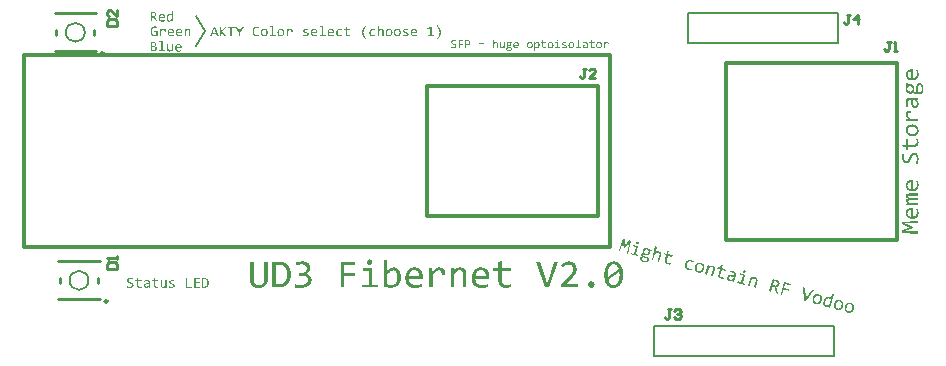
<source format=gto>
G04*
G04 #@! TF.GenerationSoftware,Altium Limited,Altium Designer,22.8.2 (66)*
G04*
G04 Layer_Color=65535*
%FSLAX44Y44*%
%MOMM*%
G71*
G04*
G04 #@! TF.SameCoordinates,0D078035-4FBF-4C44-B062-B1887B6B3753*
G04*
G04*
G04 #@! TF.FilePolarity,Positive*
G04*
G01*
G75*
%ADD10C,0.2500*%
%ADD11C,0.2000*%
%ADD12C,0.3000*%
%ADD13C,0.2540*%
G36*
X1191755Y802420D02*
X1191920Y802391D01*
X1192000Y802369D01*
X1192050Y802341D01*
X1192190Y802275D01*
X1192323Y802182D01*
X1192337Y802178D01*
X1192360Y802158D01*
X1192396Y802134D01*
X1192429Y802096D01*
X1192529Y801983D01*
X1192620Y801844D01*
X1192634Y801841D01*
X1192640Y801810D01*
X1192676Y801729D01*
X1192724Y801587D01*
X1192755Y801435D01*
X1192751Y801421D01*
X1192757Y801391D01*
X1192760Y801347D01*
X1192772Y801286D01*
X1192763Y801145D01*
X1192734Y800981D01*
X1192730Y800967D01*
X1192723Y800941D01*
X1192712Y800901D01*
X1192684Y800851D01*
X1192618Y800710D01*
X1192525Y800577D01*
X1192521Y800564D01*
X1192504Y800554D01*
X1192439Y800471D01*
X1192326Y800372D01*
X1192200Y800277D01*
X1192166Y800257D01*
X1192085Y800221D01*
X1191943Y800173D01*
X1191778Y800146D01*
X1191764Y800150D01*
X1191734Y800143D01*
X1191690Y800141D01*
X1191633Y800142D01*
X1191492Y800151D01*
X1191328Y800180D01*
X1191247Y800202D01*
X1191197Y800230D01*
X1191057Y800296D01*
X1190907Y800379D01*
X1190893Y800383D01*
X1190884Y800400D01*
X1190801Y800465D01*
X1190715Y800574D01*
X1190620Y800700D01*
X1190623Y800714D01*
X1190600Y800734D01*
X1190568Y800829D01*
X1190516Y800958D01*
X1190489Y801123D01*
X1190492Y801136D01*
X1190486Y801167D01*
X1190484Y801210D01*
X1190484Y801268D01*
X1190494Y801409D01*
X1190523Y801573D01*
X1190527Y801587D01*
X1190534Y801613D01*
X1190545Y801654D01*
X1190573Y801704D01*
X1190639Y801844D01*
X1190719Y801980D01*
X1190722Y801994D01*
X1190743Y802017D01*
X1190805Y802086D01*
X1190913Y802172D01*
X1191040Y802268D01*
X1191057Y802277D01*
X1191074Y802287D01*
X1191159Y802336D01*
X1191301Y802384D01*
X1191452Y802415D01*
X1191466Y802412D01*
X1191496Y802418D01*
X1191540Y802421D01*
X1191601Y802433D01*
X1191755Y802420D01*
D02*
G37*
G36*
X1198888Y796891D02*
X1199060Y796888D01*
X1199258Y796878D01*
X1199483Y796861D01*
X1199728Y796810D01*
X1199986Y796755D01*
X1200174Y796705D01*
X1200354Y796628D01*
X1200548Y796547D01*
X1200588Y796536D01*
X1200638Y796508D01*
X1200701Y796477D01*
X1200855Y796407D01*
X1201005Y796324D01*
X1203939Y795538D01*
X1203633Y794399D01*
X1202334Y794747D01*
X1202344Y794730D01*
X1202360Y794683D01*
X1202386Y794619D01*
X1202418Y794524D01*
X1202443Y794402D01*
X1202467Y794281D01*
X1202503Y793984D01*
X1202499Y793971D01*
X1202512Y793910D01*
X1202504Y793826D01*
X1202505Y793725D01*
X1202500Y793597D01*
X1202477Y793460D01*
X1202421Y793145D01*
X1202418Y793131D01*
X1202414Y793118D01*
X1202393Y793037D01*
X1202347Y792920D01*
X1202294Y792777D01*
X1202217Y792596D01*
X1202113Y792423D01*
X1202006Y792236D01*
X1201872Y792057D01*
X1201851Y792034D01*
X1201810Y791988D01*
X1201728Y791895D01*
X1201628Y791792D01*
X1201499Y791683D01*
X1201348Y791551D01*
X1201175Y791440D01*
X1200988Y791332D01*
X1200971Y791322D01*
X1200907Y791296D01*
X1200795Y791254D01*
X1200653Y791206D01*
X1200481Y791152D01*
X1200281Y791105D01*
X1200069Y791061D01*
X1199833Y791039D01*
X1199802Y791032D01*
X1199732Y791037D01*
X1199601Y791029D01*
X1199433Y791045D01*
X1199234Y791055D01*
X1199009Y791072D01*
X1198764Y791124D01*
X1198506Y791179D01*
X1198319Y791229D01*
X1198202Y791274D01*
X1198058Y791327D01*
X1197901Y791384D01*
X1197584Y791541D01*
X1197570Y791544D01*
X1197521Y791572D01*
X1197447Y791620D01*
X1197351Y791689D01*
X1197145Y791831D01*
X1197038Y791916D01*
X1196946Y791999D01*
X1196942Y791985D01*
X1196908Y791966D01*
X1196871Y791933D01*
X1196830Y791886D01*
X1196696Y791764D01*
X1196576Y791638D01*
X1196573Y791625D01*
X1196552Y791602D01*
X1196528Y791565D01*
X1196500Y791515D01*
X1196421Y791378D01*
X1196360Y791208D01*
X1196357Y791195D01*
X1196346Y791154D01*
X1196345Y791097D01*
X1196354Y791023D01*
X1196359Y790935D01*
X1196391Y790841D01*
X1196437Y790742D01*
X1196509Y790637D01*
X1196519Y790620D01*
X1196555Y790596D01*
X1196612Y790538D01*
X1196695Y790472D01*
X1196795Y790417D01*
X1196918Y790341D01*
X1197058Y790274D01*
X1197229Y790214D01*
X1199337Y789563D01*
X1199444Y789535D01*
X1199548Y789492D01*
X1199691Y789440D01*
X1199862Y789380D01*
X1200042Y789303D01*
X1200406Y789105D01*
X1200433Y789097D01*
X1200479Y789056D01*
X1200565Y789004D01*
X1200675Y788932D01*
X1200808Y788839D01*
X1200924Y788736D01*
X1201050Y788616D01*
X1201172Y788483D01*
X1201182Y788466D01*
X1201229Y788425D01*
X1201281Y788353D01*
X1201340Y788251D01*
X1201409Y788132D01*
X1201474Y788000D01*
X1201535Y787854D01*
X1201580Y787699D01*
X1201590Y787682D01*
X1201602Y787621D01*
X1201607Y787534D01*
X1201619Y787416D01*
X1201627Y787284D01*
X1201627Y787126D01*
X1201594Y786948D01*
X1201561Y786771D01*
X1201554Y786744D01*
X1201536Y786677D01*
X1201494Y786573D01*
X1201448Y786456D01*
X1201378Y786303D01*
X1201278Y786143D01*
X1201177Y785983D01*
X1201047Y785817D01*
X1201026Y785794D01*
X1200985Y785748D01*
X1200906Y785668D01*
X1200797Y785583D01*
X1200654Y785477D01*
X1200494Y785362D01*
X1200307Y785254D01*
X1200097Y785167D01*
X1200067Y785161D01*
X1199999Y785122D01*
X1199874Y785083D01*
X1199705Y785042D01*
X1199506Y784995D01*
X1199266Y784959D01*
X1199000Y784930D01*
X1198707Y784908D01*
X1198693Y784911D01*
X1198663Y784905D01*
X1198619Y784903D01*
X1198562Y784904D01*
X1198492Y784908D01*
X1198394Y784920D01*
X1198293Y784918D01*
X1198169Y784937D01*
X1197900Y784952D01*
X1197585Y785007D01*
X1197243Y785070D01*
X1196864Y785158D01*
X1196623Y785222D01*
X1196520Y785264D01*
X1196295Y785339D01*
X1196044Y785420D01*
X1195770Y785523D01*
X1195500Y785638D01*
X1195246Y785763D01*
X1195233Y785767D01*
X1195223Y785784D01*
X1195146Y785819D01*
X1195023Y785895D01*
X1194877Y785992D01*
X1194717Y786092D01*
X1194551Y786223D01*
X1194389Y786367D01*
X1194240Y786507D01*
X1194230Y786524D01*
X1194187Y786579D01*
X1194121Y786654D01*
X1194049Y786759D01*
X1193967Y786882D01*
X1193888Y787018D01*
X1193817Y787180D01*
X1193772Y787336D01*
X1193763Y787353D01*
X1193764Y787410D01*
X1193745Y787501D01*
X1193743Y787602D01*
X1193739Y787747D01*
X1193735Y787891D01*
X1193764Y788056D01*
X1193798Y788233D01*
X1193801Y788247D01*
X1193805Y788260D01*
X1193823Y788327D01*
X1193865Y788431D01*
X1193931Y788571D01*
X1193997Y788711D01*
X1194084Y788875D01*
X1194198Y789031D01*
X1194338Y789180D01*
X1194355Y789190D01*
X1194413Y789246D01*
X1194502Y789308D01*
X1194611Y789394D01*
X1194764Y789482D01*
X1194951Y789590D01*
X1195164Y789691D01*
X1195408Y789798D01*
X1195395Y789801D01*
X1195372Y789822D01*
X1195339Y789859D01*
X1195306Y789897D01*
X1195193Y790013D01*
X1195098Y790139D01*
X1195101Y790153D01*
X1195078Y790173D01*
X1195043Y790255D01*
X1194991Y790383D01*
X1194943Y790525D01*
X1194947Y790539D01*
X1194937Y790556D01*
X1194918Y790647D01*
X1194897Y790782D01*
X1194892Y790927D01*
X1194896Y790940D01*
X1194900Y790953D01*
X1194911Y791051D01*
X1194930Y791175D01*
X1194953Y791312D01*
X1194960Y791339D01*
X1194978Y791406D01*
X1195016Y791496D01*
X1195066Y791627D01*
X1195132Y791767D01*
X1195225Y791900D01*
X1195325Y792060D01*
X1195449Y792199D01*
X1195469Y792222D01*
X1195510Y792268D01*
X1195586Y792334D01*
X1195681Y792424D01*
X1195811Y792533D01*
X1195941Y792641D01*
X1196261Y792871D01*
X1196251Y792888D01*
X1196241Y792905D01*
X1196199Y793017D01*
X1196134Y793149D01*
X1196076Y793308D01*
X1196080Y793322D01*
X1196070Y793339D01*
X1196038Y793434D01*
X1196003Y793572D01*
X1195976Y793737D01*
X1195979Y793751D01*
X1195973Y793781D01*
X1195971Y793825D01*
X1195972Y793882D01*
X1195971Y794040D01*
X1195974Y794212D01*
X1195977Y794225D01*
X1195984Y794252D01*
X1195985Y794309D01*
X1196003Y794376D01*
X1196012Y794460D01*
X1196037Y794554D01*
X1196081Y794772D01*
X1196084Y794785D01*
X1196088Y794799D01*
X1196109Y794879D01*
X1196155Y794996D01*
X1196208Y795140D01*
X1196285Y795320D01*
X1196376Y795497D01*
X1196483Y795683D01*
X1196617Y795863D01*
X1196638Y795886D01*
X1196682Y795946D01*
X1196761Y796025D01*
X1196860Y796128D01*
X1196990Y796237D01*
X1197137Y796355D01*
X1197310Y796467D01*
X1197497Y796575D01*
X1197514Y796584D01*
X1197595Y796620D01*
X1197694Y796665D01*
X1197836Y796714D01*
X1198008Y796768D01*
X1198194Y796819D01*
X1198420Y796859D01*
X1198643Y796885D01*
X1198656Y796881D01*
X1198673Y796891D01*
X1198761Y796897D01*
X1198888Y796891D01*
D02*
G37*
G36*
X1180694Y804379D02*
X1181051Y800034D01*
X1181148Y798572D01*
X1181949Y799793D01*
X1184511Y803356D01*
X1186253Y802890D01*
X1183944Y792238D01*
X1182538Y792615D01*
X1184096Y799232D01*
X1184673Y801762D01*
X1183786Y800435D01*
X1181112Y796672D01*
X1180121Y796938D01*
X1179724Y801351D01*
X1179663Y803105D01*
X1178936Y800500D01*
X1177019Y794093D01*
X1175666Y794456D01*
X1178992Y804835D01*
X1180694Y804379D01*
D02*
G37*
G36*
X1191949Y798750D02*
X1190097Y791838D01*
X1192495Y791196D01*
X1192183Y790030D01*
X1185713Y791764D01*
X1186025Y792929D01*
X1188677Y792218D01*
X1190221Y797979D01*
X1187836Y798618D01*
X1188145Y799770D01*
X1191949Y798750D01*
D02*
G37*
G36*
X1218523Y794401D02*
X1217830Y791816D01*
X1221460Y790843D01*
X1221144Y789664D01*
X1217514Y790637D01*
X1216416Y786538D01*
X1216412Y786524D01*
X1216405Y786497D01*
X1216394Y786457D01*
X1216390Y786387D01*
X1216364Y786236D01*
X1216340Y786041D01*
X1216336Y785812D01*
X1216359Y785576D01*
X1216422Y785330D01*
X1216523Y785116D01*
X1216546Y785096D01*
X1216599Y785024D01*
X1216688Y784928D01*
X1216814Y784809D01*
X1216980Y784678D01*
X1217203Y784546D01*
X1217457Y784421D01*
X1217775Y784321D01*
X1217922Y784282D01*
X1218033Y784267D01*
X1218153Y784234D01*
X1218304Y784208D01*
X1218469Y784178D01*
X1218633Y784149D01*
X1218660Y784142D01*
X1218717Y784141D01*
X1218814Y784129D01*
X1218942Y784124D01*
X1219097Y784111D01*
X1219265Y784094D01*
X1219453Y784101D01*
X1219651Y784091D01*
X1219328Y782886D01*
X1219301Y782893D01*
X1219244Y782894D01*
X1219143Y782892D01*
X1219002Y782901D01*
X1218848Y782914D01*
X1218680Y782930D01*
X1218290Y782977D01*
X1218263Y782984D01*
X1218193Y782989D01*
X1218099Y783014D01*
X1217962Y783037D01*
X1217811Y783063D01*
X1217636Y783109D01*
X1217244Y783200D01*
X1217097Y783240D01*
X1217007Y783278D01*
X1216877Y783327D01*
X1216733Y783380D01*
X1216576Y783437D01*
X1216422Y783506D01*
X1216068Y783687D01*
X1215729Y783922D01*
X1215560Y784039D01*
X1215411Y784180D01*
X1215279Y784330D01*
X1215164Y784490D01*
X1215154Y784507D01*
X1215144Y784524D01*
X1215115Y784575D01*
X1215079Y784656D01*
X1215043Y784737D01*
X1215002Y784849D01*
X1214963Y784974D01*
X1214929Y785113D01*
X1214897Y785265D01*
X1214874Y785443D01*
X1214853Y785635D01*
X1214850Y785837D01*
X1214850Y786053D01*
X1214871Y786291D01*
X1214922Y786536D01*
X1214977Y786794D01*
X1216108Y791014D01*
X1213857Y791617D01*
X1214173Y792795D01*
X1216423Y792193D01*
X1217016Y794403D01*
X1218523Y794401D01*
D02*
G37*
G36*
X1236199Y786908D02*
X1236491Y786873D01*
X1236810Y786830D01*
X1237149Y786754D01*
X1237376Y786693D01*
X1237534Y786637D01*
X1237704Y786577D01*
X1237902Y786509D01*
X1238289Y786348D01*
X1238316Y786341D01*
X1238379Y786310D01*
X1238479Y786254D01*
X1238606Y786191D01*
X1238756Y786108D01*
X1238929Y786004D01*
X1239272Y785783D01*
X1238913Y784444D01*
X1238890Y784464D01*
X1238830Y784509D01*
X1238737Y784591D01*
X1238618Y784681D01*
X1238475Y784791D01*
X1238305Y784908D01*
X1238119Y785015D01*
X1237932Y785123D01*
X1237905Y785130D01*
X1237846Y785175D01*
X1237742Y785217D01*
X1237615Y785279D01*
X1237448Y785353D01*
X1237264Y785416D01*
X1237070Y785497D01*
X1236762Y785580D01*
X1236652Y785595D01*
X1236527Y785614D01*
X1236359Y785630D01*
X1236175Y785637D01*
X1235986Y785630D01*
X1235781Y785613D01*
X1235750Y785607D01*
X1235689Y785594D01*
X1235585Y785579D01*
X1235460Y785541D01*
X1235304Y785497D01*
X1235128Y785429D01*
X1234949Y785348D01*
X1234779Y785250D01*
X1234762Y785240D01*
X1234707Y785197D01*
X1234619Y785135D01*
X1234506Y785036D01*
X1234376Y784927D01*
X1234240Y784791D01*
X1234086Y784646D01*
X1233951Y784466D01*
X1233931Y784443D01*
X1233900Y784380D01*
X1233827Y784270D01*
X1233761Y784130D01*
X1233670Y783953D01*
X1233573Y783749D01*
X1233495Y783512D01*
X1233413Y783261D01*
X1233410Y783248D01*
X1233395Y783194D01*
X1233377Y783127D01*
X1233362Y783016D01*
X1233343Y782892D01*
X1233320Y782755D01*
X1233291Y782590D01*
X1233288Y782419D01*
X1233271Y782036D01*
X1233295Y781642D01*
X1233329Y781446D01*
X1233393Y781256D01*
X1233457Y781067D01*
X1233538Y780887D01*
X1233548Y780870D01*
X1233558Y780853D01*
X1233600Y780799D01*
X1233643Y780744D01*
X1233696Y780673D01*
X1233772Y780581D01*
X1233848Y780489D01*
X1233950Y780389D01*
X1234066Y780286D01*
X1234196Y780180D01*
X1234342Y780083D01*
X1234498Y779970D01*
X1234688Y779875D01*
X1234878Y779781D01*
X1235089Y779711D01*
X1235313Y779636D01*
X1235407Y779611D01*
X1235531Y779592D01*
X1235679Y779553D01*
X1235843Y779523D01*
X1236038Y779500D01*
X1236458Y779459D01*
X1236484Y779452D01*
X1236559Y779461D01*
X1236673Y779459D01*
X1236818Y779463D01*
X1236996Y779487D01*
X1237185Y779494D01*
X1237607Y779567D01*
X1237258Y778268D01*
X1237228Y778262D01*
X1237154Y778253D01*
X1237039Y778255D01*
X1236878Y778241D01*
X1236703Y778230D01*
X1236491Y778244D01*
X1236276Y778244D01*
X1236050Y778261D01*
X1236024Y778269D01*
X1235953Y778273D01*
X1235829Y778292D01*
X1235678Y778318D01*
X1235483Y778342D01*
X1235279Y778382D01*
X1235061Y778426D01*
X1234753Y778509D01*
X1234649Y778551D01*
X1234515Y778587D01*
X1234371Y778640D01*
X1234191Y778717D01*
X1233984Y778801D01*
X1233784Y778912D01*
X1233557Y779030D01*
X1233334Y779162D01*
X1233114Y779307D01*
X1232902Y779478D01*
X1232690Y779650D01*
X1232501Y779858D01*
X1232313Y780067D01*
X1232162Y780308D01*
X1232153Y780325D01*
X1232137Y780373D01*
X1232097Y780441D01*
X1232052Y780539D01*
X1232000Y780668D01*
X1231956Y780823D01*
X1231905Y781009D01*
X1231858Y781208D01*
X1231805Y781438D01*
X1231772Y781691D01*
X1231760Y781967D01*
X1231751Y782256D01*
X1231763Y782569D01*
X1231796Y782905D01*
X1231859Y783247D01*
X1231942Y783612D01*
X1231946Y783625D01*
X1231953Y783652D01*
X1231967Y783706D01*
X1231985Y783773D01*
X1232020Y783850D01*
X1232049Y783957D01*
X1232137Y784177D01*
X1232235Y784438D01*
X1232364Y784705D01*
X1232527Y784992D01*
X1232700Y785261D01*
X1232704Y785275D01*
X1232724Y785298D01*
X1232748Y785334D01*
X1232789Y785381D01*
X1232896Y785510D01*
X1233040Y785673D01*
X1233214Y785841D01*
X1233409Y786033D01*
X1233644Y786214D01*
X1233889Y786378D01*
X1233923Y786398D01*
X1234008Y786447D01*
X1234154Y786508D01*
X1234337Y786603D01*
X1234561Y786686D01*
X1234828Y786773D01*
X1235105Y786842D01*
X1235405Y786891D01*
X1235419Y786887D01*
X1235449Y786894D01*
X1235493Y786896D01*
X1235554Y786909D01*
X1235624Y786904D01*
X1235712Y786909D01*
X1235944Y786919D01*
X1236199Y786908D01*
D02*
G37*
G36*
X1208184Y797932D02*
X1207301Y794637D01*
X1206906Y793379D01*
X1206923Y793388D01*
X1206978Y793431D01*
X1207063Y793480D01*
X1207168Y793552D01*
X1207304Y793631D01*
X1207440Y793709D01*
X1207725Y793863D01*
X1207742Y793873D01*
X1207790Y793889D01*
X1207871Y793924D01*
X1207969Y793970D01*
X1208081Y794012D01*
X1208206Y794050D01*
X1208473Y794136D01*
X1208490Y794146D01*
X1208534Y794148D01*
X1208608Y794157D01*
X1208699Y794176D01*
X1208817Y794187D01*
X1208935Y794199D01*
X1209194Y794201D01*
X1209208Y794198D01*
X1209251Y794200D01*
X1209322Y794196D01*
X1209419Y794184D01*
X1209517Y794172D01*
X1209641Y794153D01*
X1209899Y794099D01*
X1210020Y794066D01*
X1210096Y794031D01*
X1210187Y793993D01*
X1210303Y793947D01*
X1210557Y793822D01*
X1210844Y793659D01*
X1211116Y793442D01*
X1211242Y793323D01*
X1211360Y793176D01*
X1211466Y793033D01*
X1211564Y792863D01*
X1211573Y792846D01*
X1211580Y792816D01*
X1211609Y792765D01*
X1211635Y792700D01*
X1211667Y792606D01*
X1211695Y792497D01*
X1211717Y792363D01*
X1211751Y792224D01*
X1211779Y792059D01*
X1211786Y791870D01*
X1211793Y791682D01*
X1211792Y791466D01*
X1211775Y791241D01*
X1211751Y790989D01*
X1211696Y790731D01*
X1211638Y790460D01*
X1210227Y785195D01*
X1208820Y785572D01*
X1210202Y790730D01*
X1210206Y790743D01*
X1210213Y790770D01*
X1210227Y790823D01*
X1210242Y790877D01*
X1210250Y790961D01*
X1210275Y791055D01*
X1210302Y791263D01*
X1210310Y791505D01*
X1210317Y791747D01*
X1210284Y792000D01*
X1210214Y792219D01*
X1210208Y792250D01*
X1210169Y792318D01*
X1210106Y792406D01*
X1210024Y792529D01*
X1209912Y792645D01*
X1209759Y792772D01*
X1209572Y792880D01*
X1209348Y792954D01*
X1209241Y792983D01*
X1209171Y792987D01*
X1208993Y793021D01*
X1208791Y793017D01*
X1208777Y793021D01*
X1208747Y793015D01*
X1208686Y793002D01*
X1208626Y792990D01*
X1208430Y792956D01*
X1208210Y792886D01*
X1208193Y792876D01*
X1208159Y792856D01*
X1208095Y792831D01*
X1208013Y792795D01*
X1207902Y792753D01*
X1207783Y792684D01*
X1207651Y792619D01*
X1207498Y792531D01*
X1207481Y792521D01*
X1207430Y792492D01*
X1207345Y792443D01*
X1207239Y792371D01*
X1207100Y792279D01*
X1206943Y792177D01*
X1206766Y792052D01*
X1206572Y791917D01*
X1205136Y786559D01*
X1203730Y786936D01*
X1206777Y798309D01*
X1208184Y797932D01*
D02*
G37*
G36*
X1244283Y784713D02*
X1244539Y784702D01*
X1244821Y784684D01*
X1245140Y784641D01*
X1245478Y784565D01*
X1245626Y784526D01*
X1245689Y784494D01*
X1245783Y784469D01*
X1245977Y784389D01*
X1246211Y784297D01*
X1246464Y784172D01*
X1246701Y784037D01*
X1246944Y783871D01*
X1246957Y783867D01*
X1246967Y783850D01*
X1247003Y783826D01*
X1247050Y783785D01*
X1247156Y783699D01*
X1247305Y783559D01*
X1247450Y783405D01*
X1247615Y783217D01*
X1247773Y783003D01*
X1247911Y782765D01*
X1247930Y782731D01*
X1247966Y782650D01*
X1248018Y782521D01*
X1248085Y782345D01*
X1248156Y782125D01*
X1248219Y781878D01*
X1248271Y781591D01*
X1248303Y781281D01*
X1248299Y781268D01*
X1248305Y781238D01*
X1248308Y781194D01*
X1248307Y781137D01*
X1248299Y781053D01*
X1248304Y780965D01*
X1248300Y780736D01*
X1248269Y780458D01*
X1248230Y780152D01*
X1248167Y779810D01*
X1248083Y779445D01*
X1248080Y779432D01*
X1248073Y779405D01*
X1248058Y779351D01*
X1248040Y779284D01*
X1248006Y779208D01*
X1247980Y779114D01*
X1247906Y778890D01*
X1247794Y778632D01*
X1247675Y778348D01*
X1247529Y778072D01*
X1247353Y777789D01*
X1247349Y777775D01*
X1247328Y777752D01*
X1247304Y777716D01*
X1247263Y777669D01*
X1247170Y777536D01*
X1247026Y777374D01*
X1246861Y777188D01*
X1246670Y777010D01*
X1246445Y776812D01*
X1246213Y776644D01*
X1246179Y776624D01*
X1246094Y776575D01*
X1245962Y776510D01*
X1245796Y776425D01*
X1245582Y776325D01*
X1245332Y776248D01*
X1245051Y776166D01*
X1244764Y776113D01*
X1244751Y776117D01*
X1244734Y776107D01*
X1244690Y776104D01*
X1244629Y776092D01*
X1244559Y776096D01*
X1244471Y776091D01*
X1244256Y776092D01*
X1243997Y776089D01*
X1243718Y776121D01*
X1243399Y776163D01*
X1243061Y776239D01*
X1242914Y776279D01*
X1242850Y776310D01*
X1242756Y776335D01*
X1242563Y776416D01*
X1242329Y776507D01*
X1242072Y776619D01*
X1241822Y776758D01*
X1241579Y776924D01*
X1241565Y776927D01*
X1241555Y776944D01*
X1241519Y776969D01*
X1241486Y777006D01*
X1241366Y777095D01*
X1241231Y777232D01*
X1241072Y777390D01*
X1240920Y777574D01*
X1240762Y777789D01*
X1240625Y778026D01*
X1240605Y778060D01*
X1240570Y778142D01*
X1240518Y778270D01*
X1240454Y778460D01*
X1240384Y778680D01*
X1240321Y778926D01*
X1240268Y779213D01*
X1240233Y779510D01*
X1240237Y779523D01*
X1240230Y779554D01*
X1240228Y779597D01*
X1240229Y779654D01*
X1240237Y779738D01*
X1240231Y779826D01*
X1240249Y780051D01*
X1240280Y780330D01*
X1240323Y780649D01*
X1240386Y780991D01*
X1240469Y781356D01*
X1240473Y781369D01*
X1240480Y781396D01*
X1240494Y781450D01*
X1240512Y781517D01*
X1240547Y781594D01*
X1240576Y781701D01*
X1240650Y781925D01*
X1240762Y782182D01*
X1240878Y782453D01*
X1241027Y782743D01*
X1241187Y783016D01*
X1241190Y783029D01*
X1241211Y783053D01*
X1241235Y783089D01*
X1241276Y783136D01*
X1241369Y783269D01*
X1241510Y783418D01*
X1241674Y783603D01*
X1241866Y783782D01*
X1242074Y783970D01*
X1242306Y784137D01*
X1242340Y784157D01*
X1242424Y784206D01*
X1242560Y784285D01*
X1242740Y784366D01*
X1242950Y784453D01*
X1243191Y784547D01*
X1243471Y784629D01*
X1243758Y784682D01*
X1243771Y784678D01*
X1243788Y784688D01*
X1243832Y784690D01*
X1243906Y784699D01*
X1243980Y784708D01*
X1244068Y784713D01*
X1244283Y784713D01*
D02*
G37*
G36*
X1263801Y782269D02*
X1263108Y779683D01*
X1266738Y778711D01*
X1266422Y777532D01*
X1262792Y778505D01*
X1261694Y774405D01*
X1261690Y774392D01*
X1261683Y774365D01*
X1261672Y774325D01*
X1261668Y774255D01*
X1261642Y774104D01*
X1261618Y773909D01*
X1261614Y773680D01*
X1261637Y773444D01*
X1261700Y773198D01*
X1261801Y772984D01*
X1261824Y772963D01*
X1261877Y772892D01*
X1261966Y772796D01*
X1262092Y772676D01*
X1262258Y772546D01*
X1262481Y772414D01*
X1262735Y772289D01*
X1263053Y772189D01*
X1263200Y772150D01*
X1263311Y772134D01*
X1263431Y772102D01*
X1263582Y772076D01*
X1263747Y772046D01*
X1263911Y772017D01*
X1263938Y772010D01*
X1263995Y772009D01*
X1264092Y771997D01*
X1264220Y771991D01*
X1264374Y771979D01*
X1264542Y771962D01*
X1264731Y771969D01*
X1264929Y771959D01*
X1264606Y770754D01*
X1264579Y770761D01*
X1264522Y770762D01*
X1264421Y770760D01*
X1264280Y770769D01*
X1264126Y770782D01*
X1263958Y770798D01*
X1263568Y770845D01*
X1263541Y770852D01*
X1263471Y770857D01*
X1263377Y770882D01*
X1263240Y770904D01*
X1263089Y770930D01*
X1262915Y770977D01*
X1262522Y771068D01*
X1262375Y771107D01*
X1262285Y771146D01*
X1262154Y771195D01*
X1262011Y771248D01*
X1261854Y771304D01*
X1261700Y771374D01*
X1261346Y771555D01*
X1261007Y771790D01*
X1260838Y771907D01*
X1260689Y772047D01*
X1260557Y772198D01*
X1260442Y772358D01*
X1260432Y772375D01*
X1260422Y772392D01*
X1260393Y772442D01*
X1260357Y772524D01*
X1260321Y772605D01*
X1260279Y772717D01*
X1260241Y772842D01*
X1260207Y772980D01*
X1260175Y773132D01*
X1260152Y773311D01*
X1260131Y773503D01*
X1260128Y773705D01*
X1260128Y773920D01*
X1260149Y774159D01*
X1260200Y774404D01*
X1260255Y774662D01*
X1261386Y778881D01*
X1259135Y779484D01*
X1259451Y780663D01*
X1261702Y780060D01*
X1262294Y782271D01*
X1263801Y782269D01*
D02*
G37*
G36*
X1282311Y778156D02*
X1282476Y778126D01*
X1282556Y778105D01*
X1282606Y778077D01*
X1282746Y778011D01*
X1282879Y777918D01*
X1282893Y777914D01*
X1282916Y777894D01*
X1282952Y777869D01*
X1282985Y777832D01*
X1283084Y777719D01*
X1283176Y777580D01*
X1283190Y777576D01*
X1283196Y777546D01*
X1283232Y777464D01*
X1283280Y777322D01*
X1283311Y777170D01*
X1283307Y777157D01*
X1283313Y777127D01*
X1283316Y777083D01*
X1283328Y777022D01*
X1283319Y776881D01*
X1283290Y776717D01*
X1283286Y776703D01*
X1283279Y776676D01*
X1283268Y776636D01*
X1283240Y776586D01*
X1283174Y776446D01*
X1283081Y776313D01*
X1283077Y776300D01*
X1283060Y776290D01*
X1282995Y776207D01*
X1282882Y776108D01*
X1282756Y776012D01*
X1282722Y775993D01*
X1282641Y775957D01*
X1282499Y775909D01*
X1282334Y775882D01*
X1282320Y775885D01*
X1282290Y775879D01*
X1282246Y775876D01*
X1282189Y775877D01*
X1282048Y775886D01*
X1281883Y775916D01*
X1281803Y775938D01*
X1281753Y775965D01*
X1281613Y776032D01*
X1281463Y776115D01*
X1281449Y776118D01*
X1281440Y776135D01*
X1281357Y776201D01*
X1281271Y776310D01*
X1281176Y776436D01*
X1281179Y776449D01*
X1281156Y776470D01*
X1281124Y776565D01*
X1281072Y776693D01*
X1281045Y776859D01*
X1281048Y776872D01*
X1281042Y776902D01*
X1281039Y776946D01*
X1281040Y777003D01*
X1281050Y777144D01*
X1281079Y777309D01*
X1281083Y777322D01*
X1281090Y777349D01*
X1281101Y777389D01*
X1281129Y777439D01*
X1281195Y777579D01*
X1281275Y777716D01*
X1281278Y777729D01*
X1281299Y777753D01*
X1281360Y777822D01*
X1281469Y777908D01*
X1281595Y778003D01*
X1281613Y778013D01*
X1281629Y778023D01*
X1281714Y778072D01*
X1281857Y778120D01*
X1282008Y778151D01*
X1282022Y778147D01*
X1282052Y778154D01*
X1282096Y778156D01*
X1282157Y778169D01*
X1282311Y778156D01*
D02*
G37*
G36*
X1270493Y777561D02*
X1270608Y777559D01*
X1270735Y777553D01*
X1271004Y777539D01*
X1271018Y777535D01*
X1271075Y777534D01*
X1271145Y777530D01*
X1271243Y777518D01*
X1271371Y777513D01*
X1271495Y777494D01*
X1271787Y777458D01*
X1271800Y777455D01*
X1271858Y777454D01*
X1271938Y777432D01*
X1272049Y777417D01*
X1272173Y777398D01*
X1272307Y777362D01*
X1272605Y777297D01*
X1272726Y777264D01*
X1272869Y777212D01*
X1273040Y777151D01*
X1273237Y777084D01*
X1273458Y776996D01*
X1273658Y776885D01*
X1273871Y776771D01*
X1273885Y776767D01*
X1273894Y776750D01*
X1273958Y776719D01*
X1274068Y776646D01*
X1274187Y776557D01*
X1274316Y776450D01*
X1274465Y776310D01*
X1274601Y776173D01*
X1274730Y776010D01*
X1274739Y775993D01*
X1274782Y775938D01*
X1274841Y775836D01*
X1274910Y775717D01*
X1274975Y775585D01*
X1275042Y775409D01*
X1275093Y775223D01*
X1275140Y775024D01*
X1275146Y774993D01*
X1275155Y774919D01*
X1275157Y774818D01*
X1275171Y774656D01*
X1275165Y774472D01*
X1275138Y774263D01*
X1275103Y774028D01*
X1275052Y773784D01*
X1273562Y768224D01*
X1272303Y768562D01*
X1272567Y769654D01*
X1272550Y769644D01*
X1272533Y769634D01*
X1272482Y769605D01*
X1272418Y769579D01*
X1272265Y769491D01*
X1272055Y769404D01*
X1271798Y769300D01*
X1271527Y769201D01*
X1271246Y769118D01*
X1270959Y769066D01*
X1270946Y769069D01*
X1270929Y769059D01*
X1270885Y769057D01*
X1270828Y769058D01*
X1270680Y769040D01*
X1270495Y769046D01*
X1270266Y769050D01*
X1270011Y769061D01*
X1269749Y769103D01*
X1269464Y769165D01*
X1269343Y769197D01*
X1269227Y769243D01*
X1269056Y769303D01*
X1268872Y769366D01*
X1268695Y769457D01*
X1268492Y769555D01*
X1268318Y769658D01*
X1268295Y769679D01*
X1268245Y769707D01*
X1268162Y769772D01*
X1268070Y769854D01*
X1267971Y769967D01*
X1267858Y770083D01*
X1267749Y770213D01*
X1267644Y770356D01*
X1267634Y770373D01*
X1267605Y770424D01*
X1267569Y770505D01*
X1267524Y770603D01*
X1267485Y770729D01*
X1267441Y770884D01*
X1267410Y771036D01*
X1267382Y771201D01*
X1267386Y771215D01*
X1267377Y771289D01*
X1267385Y771373D01*
X1267391Y771501D01*
X1267400Y771642D01*
X1267416Y771810D01*
X1267446Y771974D01*
X1267483Y772165D01*
X1267486Y772178D01*
X1267497Y772219D01*
X1267515Y772286D01*
X1267550Y772363D01*
X1267592Y772466D01*
X1267651Y772579D01*
X1267776Y772833D01*
X1267966Y773112D01*
X1268086Y773238D01*
X1268210Y773377D01*
X1268360Y773510D01*
X1268520Y773624D01*
X1268693Y773736D01*
X1268890Y773827D01*
X1268907Y773837D01*
X1268937Y773843D01*
X1269002Y773869D01*
X1269093Y773887D01*
X1269201Y773916D01*
X1269336Y773937D01*
X1269488Y773968D01*
X1269666Y773992D01*
X1269858Y774012D01*
X1270077Y774026D01*
X1270306Y774022D01*
X1270562Y774011D01*
X1270840Y773979D01*
X1271132Y773944D01*
X1271431Y773878D01*
X1271756Y773806D01*
X1273430Y773357D01*
X1273617Y774053D01*
X1273620Y774067D01*
X1273624Y774080D01*
X1273635Y774120D01*
X1273636Y774178D01*
X1273655Y774302D01*
X1273674Y774483D01*
X1273654Y774675D01*
X1273624Y774884D01*
X1273567Y775100D01*
X1273453Y775318D01*
X1273430Y775338D01*
X1273391Y775406D01*
X1273301Y775502D01*
X1273166Y775639D01*
X1273000Y775769D01*
X1272777Y775901D01*
X1272510Y776030D01*
X1272178Y776133D01*
X1272058Y776165D01*
X1271920Y776188D01*
X1271746Y776235D01*
X1271538Y776262D01*
X1271303Y776296D01*
X1271051Y776320D01*
X1270782Y776335D01*
X1270755Y776342D01*
X1270712Y776339D01*
X1270655Y776340D01*
X1270510Y776336D01*
X1270338Y776339D01*
X1270106Y776329D01*
X1269860Y776323D01*
X1269581Y776298D01*
X1269301Y776272D01*
X1269639Y777532D01*
X1269652Y777528D01*
X1269682Y777534D01*
X1269743Y777547D01*
X1269827Y777539D01*
X1269918Y777557D01*
X1270019Y777559D01*
X1270265Y777565D01*
X1270278Y777561D01*
X1270322Y777564D01*
X1270396Y777573D01*
X1270493Y777561D01*
D02*
G37*
G36*
X1252418Y782548D02*
X1252120Y781221D01*
X1252137Y781230D01*
X1252205Y781270D01*
X1252293Y781332D01*
X1252412Y781401D01*
X1252535Y781483D01*
X1252688Y781571D01*
X1252990Y781734D01*
X1253007Y781744D01*
X1253058Y781773D01*
X1253136Y781796D01*
X1253234Y781841D01*
X1253359Y781879D01*
X1253488Y781931D01*
X1253751Y782004D01*
X1253768Y782014D01*
X1253812Y782016D01*
X1253886Y782025D01*
X1253977Y782044D01*
X1254095Y782055D01*
X1254213Y782067D01*
X1254472Y782069D01*
X1254486Y782066D01*
X1254529Y782068D01*
X1254600Y782064D01*
X1254697Y782052D01*
X1254795Y782040D01*
X1254919Y782021D01*
X1255177Y781966D01*
X1255297Y781934D01*
X1255374Y781899D01*
X1255478Y781857D01*
X1255595Y781811D01*
X1255862Y781682D01*
X1256135Y781523D01*
X1256421Y781303D01*
X1256546Y781183D01*
X1256665Y781037D01*
X1256784Y780890D01*
X1256868Y780724D01*
X1256878Y780707D01*
X1256884Y780676D01*
X1256900Y780629D01*
X1256940Y780561D01*
X1256958Y780470D01*
X1256987Y780362D01*
X1257021Y780223D01*
X1257043Y780088D01*
X1257070Y779923D01*
X1257077Y779734D01*
X1257084Y779546D01*
X1257084Y779331D01*
X1257066Y779106D01*
X1257029Y778857D01*
X1256974Y778599D01*
X1256916Y778328D01*
X1255505Y773063D01*
X1254098Y773440D01*
X1255480Y778597D01*
X1255484Y778611D01*
X1255491Y778637D01*
X1255505Y778691D01*
X1255523Y778758D01*
X1255531Y778842D01*
X1255553Y778922D01*
X1255584Y779144D01*
X1255591Y779386D01*
X1255599Y779628D01*
X1255566Y779881D01*
X1255496Y780101D01*
X1255486Y780118D01*
X1255446Y780186D01*
X1255388Y780288D01*
X1255302Y780397D01*
X1255176Y780517D01*
X1255010Y780647D01*
X1254810Y780758D01*
X1254573Y780836D01*
X1254479Y780861D01*
X1254408Y780866D01*
X1254244Y780896D01*
X1254042Y780892D01*
X1254029Y780896D01*
X1253998Y780890D01*
X1253938Y780877D01*
X1253877Y780865D01*
X1253681Y780831D01*
X1253461Y780761D01*
X1253444Y780751D01*
X1253410Y780731D01*
X1253333Y780709D01*
X1253251Y780673D01*
X1253153Y780628D01*
X1253021Y780563D01*
X1252888Y780498D01*
X1252749Y780406D01*
X1252732Y780396D01*
X1252681Y780367D01*
X1252596Y780318D01*
X1252490Y780246D01*
X1252351Y780154D01*
X1252208Y780048D01*
X1252031Y779924D01*
X1251850Y779785D01*
X1250415Y774427D01*
X1249008Y774804D01*
X1251172Y782882D01*
X1252418Y782548D01*
D02*
G37*
G36*
X1282505Y774486D02*
X1280653Y767574D01*
X1283051Y766931D01*
X1282739Y765766D01*
X1276268Y767499D01*
X1276581Y768665D01*
X1279233Y767954D01*
X1280777Y773714D01*
X1278392Y774353D01*
X1278701Y775505D01*
X1282505Y774486D01*
D02*
G37*
G36*
X1321511Y766647D02*
X1321184Y765428D01*
X1316710Y766627D01*
X1315795Y763211D01*
X1320028Y762077D01*
X1319708Y760885D01*
X1315475Y762019D01*
X1314219Y757331D01*
X1312759Y757722D01*
X1315576Y768238D01*
X1321511Y766647D01*
D02*
G37*
G36*
X1309280Y769925D02*
X1309371Y769886D01*
X1309581Y769815D01*
X1309815Y769724D01*
X1310072Y769612D01*
X1310326Y769486D01*
X1310562Y769351D01*
X1310576Y769348D01*
X1310586Y769331D01*
X1310659Y769283D01*
X1310769Y769210D01*
X1310912Y769100D01*
X1311064Y768973D01*
X1311213Y768832D01*
X1311372Y768675D01*
X1311497Y768498D01*
X1311507Y768481D01*
X1311546Y768413D01*
X1311605Y768311D01*
X1311673Y768192D01*
X1311745Y768030D01*
X1311799Y767857D01*
X1311863Y767668D01*
X1311893Y767459D01*
X1311899Y767428D01*
X1311895Y767358D01*
X1311910Y767253D01*
X1311911Y767095D01*
X1311894Y766927D01*
X1311884Y766729D01*
X1311840Y766511D01*
X1311793Y766280D01*
X1311785Y766253D01*
X1311771Y766199D01*
X1311732Y766109D01*
X1311697Y765975D01*
X1311634Y765848D01*
X1311564Y765695D01*
X1311494Y765541D01*
X1311394Y765381D01*
X1311390Y765368D01*
X1311346Y765308D01*
X1311284Y765238D01*
X1311215Y765142D01*
X1311116Y765039D01*
X1310999Y764927D01*
X1310880Y764801D01*
X1310737Y764696D01*
X1310720Y764686D01*
X1310669Y764657D01*
X1310597Y764604D01*
X1310495Y764545D01*
X1310359Y764467D01*
X1310214Y764405D01*
X1310038Y764338D01*
X1309861Y764270D01*
X1309844Y764260D01*
X1309784Y764248D01*
X1309676Y764219D01*
X1309541Y764198D01*
X1309392Y764180D01*
X1309214Y764156D01*
X1309008Y764140D01*
X1308793Y764140D01*
X1308806Y764136D01*
X1308866Y764092D01*
X1308936Y764030D01*
X1309015Y763951D01*
X1309114Y763839D01*
X1309227Y763722D01*
X1309315Y763569D01*
X1309399Y763403D01*
X1309409Y763386D01*
X1309435Y763322D01*
X1309480Y763223D01*
X1309529Y763081D01*
X1309583Y762909D01*
X1309647Y762719D01*
X1309714Y762486D01*
X1309773Y762226D01*
X1310508Y758325D01*
X1308887Y758759D01*
X1308217Y762528D01*
X1308208Y762545D01*
X1308208Y762602D01*
X1308186Y762680D01*
X1308171Y762785D01*
X1308108Y763031D01*
X1308028Y763268D01*
X1308018Y763285D01*
X1308012Y763315D01*
X1307986Y763380D01*
X1307947Y763448D01*
X1307849Y763618D01*
X1307734Y763778D01*
X1307724Y763795D01*
X1307701Y763815D01*
X1307668Y763853D01*
X1307621Y763894D01*
X1307492Y764000D01*
X1307322Y764118D01*
X1307309Y764121D01*
X1307286Y764142D01*
X1307236Y764169D01*
X1307172Y764201D01*
X1307079Y764226D01*
X1306988Y764265D01*
X1306778Y764335D01*
X1306108Y764515D01*
X1304855Y759840D01*
X1303422Y760224D01*
X1306239Y770740D01*
X1309280Y769925D01*
D02*
G37*
G36*
X1288640Y772842D02*
X1288342Y771515D01*
X1288359Y771525D01*
X1288427Y771564D01*
X1288516Y771626D01*
X1288635Y771695D01*
X1288757Y771777D01*
X1288910Y771865D01*
X1289212Y772028D01*
X1289229Y772038D01*
X1289280Y772068D01*
X1289358Y772090D01*
X1289456Y772135D01*
X1289581Y772173D01*
X1289710Y772225D01*
X1289974Y772298D01*
X1289991Y772308D01*
X1290034Y772311D01*
X1290108Y772319D01*
X1290200Y772338D01*
X1290318Y772350D01*
X1290435Y772361D01*
X1290695Y772363D01*
X1290708Y772360D01*
X1290752Y772362D01*
X1290822Y772358D01*
X1290920Y772346D01*
X1291017Y772334D01*
X1291141Y772316D01*
X1291399Y772261D01*
X1291520Y772228D01*
X1291597Y772194D01*
X1291700Y772151D01*
X1291817Y772106D01*
X1292084Y771977D01*
X1292357Y771817D01*
X1292643Y771597D01*
X1292769Y771477D01*
X1292887Y771331D01*
X1293006Y771184D01*
X1293091Y771018D01*
X1293101Y771001D01*
X1293107Y770971D01*
X1293123Y770923D01*
X1293162Y770855D01*
X1293181Y770764D01*
X1293209Y770656D01*
X1293244Y770517D01*
X1293265Y770383D01*
X1293293Y770217D01*
X1293300Y770029D01*
X1293306Y769840D01*
X1293306Y769625D01*
X1293289Y769400D01*
X1293251Y769151D01*
X1293196Y768893D01*
X1293138Y768622D01*
X1291727Y763357D01*
X1290321Y763734D01*
X1291703Y768892D01*
X1291706Y768905D01*
X1291713Y768932D01*
X1291728Y768985D01*
X1291746Y769052D01*
X1291754Y769136D01*
X1291775Y769217D01*
X1291806Y769438D01*
X1291813Y769680D01*
X1291821Y769922D01*
X1291788Y770175D01*
X1291718Y770395D01*
X1291708Y770412D01*
X1291669Y770480D01*
X1291610Y770582D01*
X1291524Y770691D01*
X1291398Y770811D01*
X1291232Y770941D01*
X1291033Y771052D01*
X1290795Y771131D01*
X1290701Y771156D01*
X1290631Y771160D01*
X1290466Y771190D01*
X1290264Y771187D01*
X1290251Y771190D01*
X1290221Y771184D01*
X1290160Y771171D01*
X1290099Y771159D01*
X1289903Y771125D01*
X1289684Y771055D01*
X1289667Y771045D01*
X1289633Y771025D01*
X1289555Y771003D01*
X1289474Y770968D01*
X1289375Y770922D01*
X1289243Y770857D01*
X1289111Y770792D01*
X1288971Y770700D01*
X1288954Y770691D01*
X1288903Y770661D01*
X1288818Y770612D01*
X1288713Y770540D01*
X1288573Y770448D01*
X1288430Y770343D01*
X1288253Y770218D01*
X1288073Y770080D01*
X1286637Y764721D01*
X1285230Y765098D01*
X1287395Y773176D01*
X1288640Y772842D01*
D02*
G37*
G36*
X1343895Y758022D02*
X1344150Y758011D01*
X1344433Y757993D01*
X1344751Y757951D01*
X1345090Y757874D01*
X1345237Y757835D01*
X1345301Y757804D01*
X1345394Y757778D01*
X1345588Y757698D01*
X1345822Y757606D01*
X1346076Y757481D01*
X1346312Y757346D01*
X1346555Y757180D01*
X1346568Y757177D01*
X1346578Y757160D01*
X1346615Y757135D01*
X1346661Y757094D01*
X1346767Y757009D01*
X1346917Y756868D01*
X1347062Y756714D01*
X1347227Y756526D01*
X1347385Y756312D01*
X1347522Y756074D01*
X1347542Y756040D01*
X1347577Y755959D01*
X1347629Y755830D01*
X1347697Y755654D01*
X1347767Y755434D01*
X1347830Y755188D01*
X1347883Y754901D01*
X1347914Y754591D01*
X1347911Y754577D01*
X1347917Y754547D01*
X1347920Y754503D01*
X1347919Y754446D01*
X1347910Y754362D01*
X1347916Y754274D01*
X1347912Y754046D01*
X1347880Y753767D01*
X1347841Y753462D01*
X1347778Y753120D01*
X1347695Y752754D01*
X1347691Y752741D01*
X1347684Y752714D01*
X1347670Y752660D01*
X1347652Y752593D01*
X1347617Y752517D01*
X1347592Y752423D01*
X1347518Y752199D01*
X1347406Y751942D01*
X1347286Y751658D01*
X1347140Y751381D01*
X1346964Y751098D01*
X1346960Y751085D01*
X1346940Y751061D01*
X1346916Y751025D01*
X1346875Y750978D01*
X1346781Y750845D01*
X1346638Y750683D01*
X1346473Y750497D01*
X1346281Y750319D01*
X1346056Y750121D01*
X1345825Y749953D01*
X1345791Y749933D01*
X1345706Y749884D01*
X1345573Y749819D01*
X1345407Y749735D01*
X1345193Y749634D01*
X1344943Y749557D01*
X1344663Y749475D01*
X1344376Y749422D01*
X1344362Y749426D01*
X1344345Y749416D01*
X1344302Y749414D01*
X1344241Y749401D01*
X1344170Y749406D01*
X1344083Y749400D01*
X1343867Y749401D01*
X1343608Y749398D01*
X1343330Y749430D01*
X1343011Y749472D01*
X1342672Y749549D01*
X1342525Y749588D01*
X1342462Y749620D01*
X1342368Y749645D01*
X1342174Y749725D01*
X1341940Y749817D01*
X1341683Y749929D01*
X1341433Y750067D01*
X1341190Y750233D01*
X1341177Y750237D01*
X1341167Y750254D01*
X1341130Y750278D01*
X1341097Y750315D01*
X1340978Y750405D01*
X1340842Y750542D01*
X1340683Y750699D01*
X1340532Y750883D01*
X1340374Y751098D01*
X1340237Y751336D01*
X1340217Y751369D01*
X1340181Y751451D01*
X1340130Y751580D01*
X1340066Y751769D01*
X1339995Y751989D01*
X1339932Y752235D01*
X1339880Y752522D01*
X1339844Y752819D01*
X1339848Y752832D01*
X1339842Y752863D01*
X1339839Y752906D01*
X1339840Y752964D01*
X1339848Y753048D01*
X1339843Y753135D01*
X1339860Y753360D01*
X1339892Y753639D01*
X1339934Y753958D01*
X1339997Y754300D01*
X1340081Y754665D01*
X1340084Y754679D01*
X1340091Y754705D01*
X1340106Y754759D01*
X1340124Y754826D01*
X1340159Y754903D01*
X1340187Y755010D01*
X1340262Y755234D01*
X1340374Y755491D01*
X1340489Y755762D01*
X1340639Y756052D01*
X1340798Y756325D01*
X1340802Y756339D01*
X1340822Y756362D01*
X1340847Y756398D01*
X1340888Y756445D01*
X1340981Y756578D01*
X1341121Y756727D01*
X1341286Y756912D01*
X1341477Y757091D01*
X1341686Y757279D01*
X1341917Y757447D01*
X1341951Y757466D01*
X1342036Y757515D01*
X1342172Y757594D01*
X1342352Y757675D01*
X1342562Y757762D01*
X1342802Y757856D01*
X1343083Y757938D01*
X1343369Y757991D01*
X1343383Y757987D01*
X1343400Y757997D01*
X1343444Y758000D01*
X1343518Y758008D01*
X1343592Y758017D01*
X1343680Y758023D01*
X1343895Y758022D01*
D02*
G37*
G36*
X1358110Y757760D02*
X1355063Y746387D01*
X1353804Y746724D01*
X1354156Y748252D01*
X1354152Y748239D01*
X1354118Y748219D01*
X1354081Y748186D01*
X1354013Y748147D01*
X1353849Y748018D01*
X1353655Y747884D01*
X1353410Y747720D01*
X1353128Y747580D01*
X1352847Y747440D01*
X1352546Y747334D01*
X1352532Y747337D01*
X1352515Y747328D01*
X1352468Y747312D01*
X1352407Y747299D01*
X1352259Y747281D01*
X1352050Y747251D01*
X1351817Y747242D01*
X1351545Y747243D01*
X1351263Y747261D01*
X1350964Y747327D01*
X1350844Y747359D01*
X1350714Y747408D01*
X1350560Y747478D01*
X1350379Y747555D01*
X1350180Y747666D01*
X1349983Y747791D01*
X1349807Y747938D01*
X1349784Y747959D01*
X1349741Y748014D01*
X1349652Y748109D01*
X1349557Y748235D01*
X1349455Y748392D01*
X1349344Y748565D01*
X1349239Y748765D01*
X1349156Y748989D01*
X1349149Y749019D01*
X1349127Y749097D01*
X1349089Y749222D01*
X1349048Y749391D01*
X1349018Y749600D01*
X1348995Y749836D01*
X1348966Y750102D01*
X1348971Y750388D01*
X1348974Y750401D01*
X1348968Y750432D01*
X1348979Y750472D01*
X1348980Y750529D01*
X1348984Y750600D01*
X1348992Y750684D01*
X1349019Y750892D01*
X1349047Y751157D01*
X1349096Y751446D01*
X1349165Y751757D01*
X1349238Y752082D01*
X1349241Y752096D01*
X1349249Y752122D01*
X1349267Y752189D01*
X1349285Y752256D01*
X1349323Y752347D01*
X1349352Y752454D01*
X1349443Y752688D01*
X1349545Y752962D01*
X1349682Y753256D01*
X1349835Y753559D01*
X1350011Y753842D01*
X1350015Y753856D01*
X1350035Y753879D01*
X1350059Y753915D01*
X1350100Y753962D01*
X1350207Y754091D01*
X1350338Y754257D01*
X1350515Y754439D01*
X1350710Y754631D01*
X1350932Y754816D01*
X1351164Y754983D01*
X1351198Y755003D01*
X1351283Y755052D01*
X1351415Y755117D01*
X1351595Y755198D01*
X1351818Y755282D01*
X1352068Y755358D01*
X1352345Y755428D01*
X1352632Y755480D01*
X1352646Y755477D01*
X1352676Y755483D01*
X1352720Y755485D01*
X1352777Y755484D01*
X1352851Y755493D01*
X1352939Y755499D01*
X1353154Y755498D01*
X1353409Y755487D01*
X1353705Y755465D01*
X1354020Y755410D01*
X1354346Y755337D01*
X1354587Y755272D01*
X1354690Y755230D01*
X1354821Y755181D01*
X1355081Y755082D01*
X1355095Y755079D01*
X1355145Y755051D01*
X1355208Y755020D01*
X1355312Y754977D01*
X1355412Y754922D01*
X1355525Y754863D01*
X1355788Y754721D01*
X1356704Y758137D01*
X1358110Y757760D01*
D02*
G37*
G36*
X1362006Y753169D02*
X1362262Y753158D01*
X1362544Y753140D01*
X1362863Y753098D01*
X1363201Y753021D01*
X1363349Y752982D01*
X1363412Y752951D01*
X1363506Y752925D01*
X1363699Y752845D01*
X1363933Y752754D01*
X1364187Y752628D01*
X1364423Y752493D01*
X1364666Y752327D01*
X1364680Y752324D01*
X1364689Y752307D01*
X1364726Y752283D01*
X1364772Y752242D01*
X1364879Y752156D01*
X1365028Y752015D01*
X1365173Y751861D01*
X1365338Y751674D01*
X1365496Y751459D01*
X1365633Y751221D01*
X1365653Y751187D01*
X1365688Y751106D01*
X1365740Y750977D01*
X1365808Y750801D01*
X1365878Y750581D01*
X1365941Y750335D01*
X1365994Y750048D01*
X1366026Y749738D01*
X1366022Y749724D01*
X1366028Y749694D01*
X1366031Y749650D01*
X1366030Y749593D01*
X1366022Y749509D01*
X1366027Y749421D01*
X1366023Y749193D01*
X1365992Y748914D01*
X1365953Y748609D01*
X1365890Y748267D01*
X1365806Y747901D01*
X1365803Y747888D01*
X1365795Y747861D01*
X1365781Y747807D01*
X1365763Y747741D01*
X1365728Y747664D01*
X1365703Y747570D01*
X1365629Y747346D01*
X1365517Y747089D01*
X1365397Y746805D01*
X1365252Y746528D01*
X1365075Y746245D01*
X1365072Y746232D01*
X1365051Y746208D01*
X1365027Y746172D01*
X1364986Y746125D01*
X1364893Y745992D01*
X1364749Y745830D01*
X1364584Y745644D01*
X1364393Y745466D01*
X1364167Y745268D01*
X1363936Y745100D01*
X1363902Y745081D01*
X1363817Y745032D01*
X1363685Y744967D01*
X1363518Y744882D01*
X1363305Y744781D01*
X1363054Y744705D01*
X1362774Y744622D01*
X1362487Y744570D01*
X1362474Y744573D01*
X1362457Y744563D01*
X1362413Y744561D01*
X1362352Y744548D01*
X1362281Y744553D01*
X1362194Y744548D01*
X1361979Y744548D01*
X1361720Y744546D01*
X1361441Y744577D01*
X1361122Y744619D01*
X1360784Y744696D01*
X1360636Y744735D01*
X1360573Y744767D01*
X1360479Y744792D01*
X1360285Y744872D01*
X1360051Y744964D01*
X1359794Y745076D01*
X1359544Y745214D01*
X1359301Y745380D01*
X1359288Y745384D01*
X1359278Y745401D01*
X1359242Y745425D01*
X1359209Y745462D01*
X1359089Y745552D01*
X1358953Y745689D01*
X1358795Y745846D01*
X1358643Y746030D01*
X1358485Y746245D01*
X1358348Y746483D01*
X1358328Y746517D01*
X1358293Y746598D01*
X1358241Y746727D01*
X1358177Y746916D01*
X1358107Y747136D01*
X1358043Y747383D01*
X1357991Y747670D01*
X1357956Y747966D01*
X1357959Y747980D01*
X1357953Y748010D01*
X1357950Y748054D01*
X1357951Y748111D01*
X1357959Y748195D01*
X1357954Y748282D01*
X1357971Y748507D01*
X1358003Y748786D01*
X1358045Y749105D01*
X1358108Y749447D01*
X1358192Y749812D01*
X1358195Y749826D01*
X1358203Y749853D01*
X1358217Y749906D01*
X1358235Y749973D01*
X1358270Y750050D01*
X1358299Y750157D01*
X1358373Y750381D01*
X1358485Y750638D01*
X1358600Y750909D01*
X1358750Y751199D01*
X1358909Y751472D01*
X1358913Y751486D01*
X1358934Y751509D01*
X1358958Y751545D01*
X1358999Y751592D01*
X1359092Y751725D01*
X1359232Y751874D01*
X1359397Y752059D01*
X1359588Y752238D01*
X1359797Y752426D01*
X1360028Y752594D01*
X1360062Y752613D01*
X1360147Y752663D01*
X1360283Y752741D01*
X1360463Y752822D01*
X1360673Y752909D01*
X1360913Y753003D01*
X1361194Y753085D01*
X1361481Y753138D01*
X1361494Y753134D01*
X1361511Y753144D01*
X1361555Y753147D01*
X1361629Y753156D01*
X1361703Y753165D01*
X1361791Y753170D01*
X1362006Y753169D01*
D02*
G37*
G36*
X1333688Y763385D02*
X1334049Y755678D01*
X1334136Y753430D01*
X1335349Y755330D01*
X1339528Y761820D01*
X1341055Y761411D01*
X1334674Y751850D01*
X1332745Y752366D01*
X1332067Y763819D01*
X1333688Y763385D01*
D02*
G37*
G36*
X1371062Y750743D02*
X1371317Y750732D01*
X1371599Y750714D01*
X1371918Y750671D01*
X1372257Y750595D01*
X1372404Y750556D01*
X1372467Y750524D01*
X1372561Y750499D01*
X1372755Y750418D01*
X1372989Y750327D01*
X1373242Y750202D01*
X1373479Y750067D01*
X1373722Y749901D01*
X1373735Y749897D01*
X1373745Y749880D01*
X1373782Y749856D01*
X1373828Y749815D01*
X1373934Y749729D01*
X1374083Y749589D01*
X1374229Y749435D01*
X1374394Y749247D01*
X1374552Y749033D01*
X1374689Y748795D01*
X1374709Y748761D01*
X1374744Y748680D01*
X1374796Y748551D01*
X1374863Y748375D01*
X1374934Y748155D01*
X1374997Y747908D01*
X1375049Y747621D01*
X1375081Y747311D01*
X1375078Y747298D01*
X1375084Y747268D01*
X1375086Y747224D01*
X1375085Y747167D01*
X1375077Y747083D01*
X1375083Y746995D01*
X1375079Y746766D01*
X1375047Y746488D01*
X1375008Y746182D01*
X1374945Y745840D01*
X1374862Y745475D01*
X1374858Y745462D01*
X1374851Y745435D01*
X1374837Y745381D01*
X1374819Y745314D01*
X1374784Y745237D01*
X1374759Y745144D01*
X1374684Y744919D01*
X1374572Y744662D01*
X1374453Y744378D01*
X1374307Y744102D01*
X1374131Y743819D01*
X1374127Y743805D01*
X1374107Y743782D01*
X1374082Y743745D01*
X1374041Y743699D01*
X1373948Y743566D01*
X1373804Y743404D01*
X1373640Y743218D01*
X1373448Y743039D01*
X1373223Y742841D01*
X1372991Y742674D01*
X1372957Y742654D01*
X1372872Y742605D01*
X1372740Y742540D01*
X1372574Y742455D01*
X1372360Y742355D01*
X1372110Y742278D01*
X1371829Y742196D01*
X1371543Y742143D01*
X1371529Y742147D01*
X1371512Y742137D01*
X1371469Y742134D01*
X1371408Y742122D01*
X1371337Y742126D01*
X1371250Y742121D01*
X1371034Y742121D01*
X1370775Y742119D01*
X1370497Y742151D01*
X1370178Y742193D01*
X1369839Y742269D01*
X1369692Y742309D01*
X1369628Y742340D01*
X1369535Y742365D01*
X1369341Y742446D01*
X1369107Y742537D01*
X1368850Y742649D01*
X1368600Y742788D01*
X1368357Y742954D01*
X1368344Y742957D01*
X1368334Y742974D01*
X1368297Y742998D01*
X1368264Y743036D01*
X1368145Y743125D01*
X1368009Y743262D01*
X1367850Y743420D01*
X1367699Y743604D01*
X1367541Y743819D01*
X1367403Y744056D01*
X1367384Y744090D01*
X1367348Y744172D01*
X1367296Y744300D01*
X1367232Y744490D01*
X1367162Y744710D01*
X1367099Y744956D01*
X1367047Y745243D01*
X1367011Y745540D01*
X1367015Y745553D01*
X1367009Y745583D01*
X1367006Y745627D01*
X1367007Y745684D01*
X1367015Y745768D01*
X1367010Y745856D01*
X1367027Y746081D01*
X1367059Y746360D01*
X1367101Y746679D01*
X1367164Y747021D01*
X1367247Y747386D01*
X1367251Y747399D01*
X1367258Y747426D01*
X1367273Y747480D01*
X1367290Y747547D01*
X1367325Y747623D01*
X1367354Y747731D01*
X1367429Y747955D01*
X1367540Y748212D01*
X1367656Y748483D01*
X1367806Y748773D01*
X1367965Y749046D01*
X1367969Y749059D01*
X1367989Y749082D01*
X1368013Y749119D01*
X1368055Y749165D01*
X1368147Y749298D01*
X1368288Y749447D01*
X1368453Y749633D01*
X1368644Y749811D01*
X1368852Y750000D01*
X1369084Y750167D01*
X1369118Y750187D01*
X1369203Y750236D01*
X1369339Y750314D01*
X1369518Y750396D01*
X1369728Y750483D01*
X1369969Y750576D01*
X1370249Y750659D01*
X1370536Y750712D01*
X1370550Y750708D01*
X1370567Y750718D01*
X1370610Y750720D01*
X1370685Y750729D01*
X1370759Y750738D01*
X1370846Y750743D01*
X1371062Y750743D01*
D02*
G37*
G36*
X1124040Y973518D02*
X1124136Y973501D01*
X1124231Y973466D01*
X1124240D01*
X1124257Y973457D01*
X1124283Y973449D01*
X1124309Y973432D01*
X1124387Y973380D01*
X1124465Y973310D01*
X1124473D01*
X1124482Y973293D01*
X1124517Y973250D01*
X1124569Y973172D01*
X1124612Y973085D01*
Y973076D01*
X1124621Y973059D01*
X1124629Y973033D01*
X1124647Y972999D01*
X1124664Y972912D01*
X1124673Y972808D01*
Y972799D01*
Y972782D01*
Y972756D01*
X1124664Y972721D01*
X1124647Y972626D01*
X1124612Y972531D01*
Y972522D01*
X1124603Y972513D01*
X1124577Y972453D01*
X1124526Y972375D01*
X1124465Y972297D01*
X1124447Y972280D01*
X1124404Y972245D01*
X1124326Y972193D01*
X1124231Y972150D01*
X1124222D01*
X1124205Y972141D01*
X1124179Y972132D01*
X1124144Y972124D01*
X1124058Y972106D01*
X1123954Y972098D01*
X1123902D01*
X1123867Y972106D01*
X1123772Y972124D01*
X1123668Y972150D01*
X1123659D01*
X1123651Y972158D01*
X1123590Y972184D01*
X1123521Y972236D01*
X1123443Y972297D01*
Y972306D01*
X1123426Y972314D01*
X1123391Y972366D01*
X1123339Y972436D01*
X1123296Y972531D01*
Y972539D01*
X1123287Y972557D01*
X1123278Y972583D01*
X1123270Y972617D01*
X1123252Y972704D01*
X1123244Y972808D01*
Y972817D01*
Y972834D01*
Y972860D01*
X1123252Y972895D01*
X1123270Y972990D01*
X1123296Y973085D01*
Y973094D01*
X1123304Y973111D01*
X1123330Y973163D01*
X1123382Y973232D01*
X1123443Y973310D01*
X1123452Y973319D01*
X1123460Y973328D01*
X1123503Y973371D01*
X1123581Y973423D01*
X1123668Y973466D01*
X1123677D01*
X1123694Y973475D01*
X1123720Y973484D01*
X1123755Y973501D01*
X1123850Y973518D01*
X1123954Y973527D01*
X1124006D01*
X1124040Y973518D01*
D02*
G37*
G36*
X1036630Y972999D02*
X1036768Y972990D01*
X1036803D01*
X1036846Y972981D01*
X1036898D01*
X1036959Y972972D01*
X1037028Y972964D01*
X1037175Y972938D01*
X1037184D01*
X1037210Y972929D01*
X1037253D01*
X1037305Y972921D01*
X1037366Y972912D01*
X1037435Y972895D01*
X1037582Y972869D01*
X1037591D01*
X1037617Y972860D01*
X1037660D01*
X1037712Y972851D01*
X1037833Y972825D01*
X1037963Y972799D01*
Y971968D01*
X1037955D01*
X1037946Y971976D01*
X1037894Y971985D01*
X1037816Y972011D01*
X1037712Y972028D01*
X1037591Y972063D01*
X1037452Y972089D01*
X1037305Y972115D01*
X1037158Y972141D01*
X1037141D01*
X1037089Y972150D01*
X1037011Y972158D01*
X1036915Y972176D01*
X1036794Y972184D01*
X1036664Y972193D01*
X1036378Y972202D01*
X1036248D01*
X1036179Y972193D01*
X1036110Y972184D01*
X1035937Y972167D01*
X1035746Y972132D01*
X1035547Y972089D01*
X1035365Y972020D01*
X1035287Y971976D01*
X1035209Y971933D01*
X1035192Y971925D01*
X1035148Y971881D01*
X1035088Y971829D01*
X1035027Y971743D01*
X1034958Y971639D01*
X1034897Y971517D01*
X1034854Y971379D01*
X1034845Y971301D01*
X1034837Y971223D01*
Y971214D01*
Y971180D01*
X1034845Y971128D01*
X1034854Y971058D01*
X1034871Y970989D01*
X1034897Y970902D01*
X1034932Y970825D01*
X1034984Y970747D01*
X1034993Y970738D01*
X1035010Y970712D01*
X1035045Y970677D01*
X1035097Y970625D01*
X1035148Y970573D01*
X1035218Y970513D01*
X1035304Y970452D01*
X1035391Y970391D01*
X1035400Y970383D01*
X1035434Y970365D01*
X1035486Y970339D01*
X1035556Y970296D01*
X1035642Y970253D01*
X1035738Y970210D01*
X1035850Y970157D01*
X1035963Y970106D01*
X1035980Y970097D01*
X1036015Y970088D01*
X1036084Y970062D01*
X1036162Y970028D01*
X1036266Y969993D01*
X1036370Y969941D01*
X1036612Y969846D01*
X1036630Y969837D01*
X1036673Y969820D01*
X1036733Y969794D01*
X1036820Y969759D01*
X1036915Y969716D01*
X1037028Y969664D01*
X1037262Y969551D01*
X1037279Y969543D01*
X1037314Y969525D01*
X1037374Y969491D01*
X1037452Y969439D01*
X1037539Y969387D01*
X1037634Y969317D01*
X1037833Y969162D01*
X1037842Y969153D01*
X1037877Y969127D01*
X1037920Y969075D01*
X1037981Y969014D01*
X1038041Y968945D01*
X1038111Y968858D01*
X1038180Y968754D01*
X1038241Y968651D01*
X1038249Y968633D01*
X1038267Y968598D01*
X1038293Y968538D01*
X1038319Y968451D01*
X1038345Y968347D01*
X1038371Y968235D01*
X1038388Y968096D01*
X1038397Y967949D01*
Y967940D01*
Y967932D01*
Y967906D01*
Y967871D01*
X1038388Y967776D01*
X1038371Y967663D01*
X1038345Y967524D01*
X1038310Y967386D01*
X1038267Y967239D01*
X1038197Y967100D01*
X1038189Y967083D01*
X1038163Y967039D01*
X1038119Y966970D01*
X1038050Y966892D01*
X1037972Y966788D01*
X1037877Y966693D01*
X1037773Y966589D01*
X1037643Y966494D01*
X1037626Y966485D01*
X1037582Y966451D01*
X1037504Y966407D01*
X1037401Y966355D01*
X1037279Y966295D01*
X1037132Y966243D01*
X1036967Y966182D01*
X1036786Y966130D01*
X1036777D01*
X1036759Y966121D01*
X1036733D01*
X1036699Y966113D01*
X1036656Y966104D01*
X1036595Y966095D01*
X1036465Y966078D01*
X1036301Y966052D01*
X1036119Y966035D01*
X1035911Y966026D01*
X1035694Y966017D01*
X1035530D01*
X1035443Y966026D01*
X1035356D01*
X1035157Y966043D01*
X1035114D01*
X1035062Y966052D01*
X1034993Y966061D01*
X1034915D01*
X1034828Y966069D01*
X1034638Y966095D01*
X1034629D01*
X1034594Y966104D01*
X1034551D01*
X1034482Y966113D01*
X1034412Y966121D01*
X1034334Y966130D01*
X1034170Y966156D01*
X1034161D01*
X1034135Y966165D01*
X1034092Y966173D01*
X1034040Y966182D01*
X1033919Y966217D01*
X1033780Y966251D01*
Y967143D01*
X1033789D01*
X1033797Y967135D01*
X1033849Y967117D01*
X1033927Y967091D01*
X1034040Y967057D01*
X1034161Y967022D01*
X1034317Y966979D01*
X1034482Y966944D01*
X1034655Y966909D01*
X1034681D01*
X1034707Y966901D01*
X1034741D01*
X1034785Y966892D01*
X1034845Y966883D01*
X1034975Y966875D01*
X1035140Y966858D01*
X1035330Y966840D01*
X1035538Y966832D01*
X1035919D01*
X1036023Y966840D01*
X1036145Y966849D01*
X1036266Y966858D01*
X1036396Y966875D01*
X1036517Y966901D01*
X1036534D01*
X1036569Y966918D01*
X1036630Y966927D01*
X1036699Y966953D01*
X1036786Y966979D01*
X1036872Y967022D01*
X1036959Y967057D01*
X1037037Y967109D01*
X1037045Y967117D01*
X1037071Y967135D01*
X1037106Y967161D01*
X1037149Y967204D01*
X1037193Y967256D01*
X1037245Y967308D01*
X1037288Y967377D01*
X1037331Y967447D01*
X1037340Y967455D01*
X1037348Y967481D01*
X1037366Y967524D01*
X1037383Y967576D01*
X1037401Y967646D01*
X1037409Y967724D01*
X1037426Y967802D01*
Y967897D01*
Y967906D01*
Y967940D01*
X1037418Y967992D01*
X1037409Y968062D01*
X1037392Y968131D01*
X1037357Y968209D01*
X1037322Y968287D01*
X1037271Y968365D01*
X1037262Y968373D01*
X1037245Y968399D01*
X1037210Y968434D01*
X1037158Y968486D01*
X1037106Y968538D01*
X1037037Y968598D01*
X1036950Y968651D01*
X1036863Y968711D01*
X1036855Y968720D01*
X1036820Y968737D01*
X1036768Y968772D01*
X1036699Y968806D01*
X1036612Y968850D01*
X1036517Y968902D01*
X1036404Y968945D01*
X1036292Y968997D01*
X1036274Y969006D01*
X1036240Y969023D01*
X1036171Y969049D01*
X1036093Y969075D01*
X1035989Y969118D01*
X1035885Y969162D01*
X1035642Y969257D01*
X1035625Y969265D01*
X1035590Y969283D01*
X1035521Y969309D01*
X1035434Y969343D01*
X1035339Y969387D01*
X1035227Y969439D01*
X1034993Y969551D01*
X1034975Y969560D01*
X1034941Y969577D01*
X1034880Y969612D01*
X1034802Y969664D01*
X1034715Y969716D01*
X1034620Y969785D01*
X1034421Y969932D01*
X1034412Y969941D01*
X1034378Y969967D01*
X1034334Y970019D01*
X1034274Y970080D01*
X1034213Y970149D01*
X1034144Y970236D01*
X1034074Y970331D01*
X1034014Y970435D01*
X1034005Y970452D01*
X1033988Y970487D01*
X1033971Y970547D01*
X1033945Y970634D01*
X1033910Y970738D01*
X1033893Y970851D01*
X1033875Y970980D01*
X1033867Y971128D01*
Y971145D01*
Y971188D01*
X1033875Y971257D01*
X1033884Y971344D01*
X1033901Y971448D01*
X1033927Y971561D01*
X1033962Y971682D01*
X1034005Y971812D01*
X1034014Y971829D01*
X1034031Y971872D01*
X1034066Y971933D01*
X1034118Y972020D01*
X1034178Y972115D01*
X1034256Y972210D01*
X1034352Y972314D01*
X1034456Y972418D01*
X1034473Y972427D01*
X1034516Y972461D01*
X1034577Y972513D01*
X1034672Y972565D01*
X1034785Y972635D01*
X1034923Y972704D01*
X1035079Y972773D01*
X1035252Y972843D01*
X1035261D01*
X1035278Y972851D01*
X1035304Y972860D01*
X1035339Y972869D01*
X1035382Y972877D01*
X1035443Y972895D01*
X1035504Y972912D01*
X1035582Y972929D01*
X1035746Y972955D01*
X1035945Y972981D01*
X1036162Y972999D01*
X1036404Y973007D01*
X1036569D01*
X1036630Y972999D01*
D02*
G37*
G36*
X1130337Y971422D02*
X1130459Y971413D01*
X1130580Y971405D01*
X1130718Y971396D01*
X1130736D01*
X1130788Y971387D01*
X1130857Y971379D01*
X1130961Y971370D01*
X1131082Y971353D01*
X1131212Y971336D01*
X1131359Y971310D01*
X1131507Y971283D01*
Y970478D01*
X1131498D01*
X1131489Y970487D01*
X1131463D01*
X1131437Y970495D01*
X1131351Y970513D01*
X1131247Y970530D01*
X1131117Y970556D01*
X1130978Y970582D01*
X1130692Y970625D01*
X1130675D01*
X1130632Y970634D01*
X1130554Y970643D01*
X1130467Y970651D01*
X1130363Y970660D01*
X1130251Y970669D01*
X1130138Y970677D01*
X1129913D01*
X1129835Y970669D01*
X1129748Y970660D01*
X1129653Y970651D01*
X1129558Y970634D01*
X1129463Y970617D01*
X1129454D01*
X1129428Y970608D01*
X1129385Y970599D01*
X1129333Y970582D01*
X1129211Y970530D01*
X1129090Y970469D01*
X1129081D01*
X1129064Y970452D01*
X1129012Y970409D01*
X1128951Y970348D01*
X1128891Y970262D01*
Y970253D01*
X1128882Y970244D01*
X1128874Y970218D01*
X1128865Y970183D01*
X1128839Y970097D01*
X1128830Y970002D01*
Y969993D01*
Y969976D01*
Y969950D01*
X1128839Y969915D01*
X1128856Y969837D01*
X1128882Y969742D01*
Y969733D01*
X1128891Y969725D01*
X1128925Y969672D01*
X1128986Y969603D01*
X1129029Y969569D01*
X1129081Y969525D01*
X1129090Y969517D01*
X1129107Y969508D01*
X1129142Y969491D01*
X1129185Y969456D01*
X1129246Y969430D01*
X1129315Y969387D01*
X1129393Y969352D01*
X1129489Y969309D01*
X1129497Y969300D01*
X1129540Y969291D01*
X1129592Y969265D01*
X1129679Y969239D01*
X1129774Y969205D01*
X1129896Y969170D01*
X1130034Y969118D01*
X1130190Y969075D01*
X1130199D01*
X1130207Y969066D01*
X1130233D01*
X1130268Y969049D01*
X1130355Y969023D01*
X1130459Y968988D01*
X1130580Y968954D01*
X1130710Y968902D01*
X1130840Y968850D01*
X1130961Y968798D01*
X1130978Y968789D01*
X1131013Y968772D01*
X1131074Y968746D01*
X1131143Y968702D01*
X1131229Y968651D01*
X1131316Y968598D01*
X1131403Y968538D01*
X1131481Y968469D01*
X1131489Y968460D01*
X1131515Y968434D01*
X1131550Y968399D01*
X1131593Y968347D01*
X1131637Y968287D01*
X1131689Y968217D01*
X1131732Y968139D01*
X1131766Y968053D01*
Y968044D01*
X1131784Y968009D01*
X1131792Y967966D01*
X1131810Y967906D01*
X1131827Y967828D01*
X1131836Y967741D01*
X1131853Y967637D01*
Y967533D01*
Y967524D01*
Y967490D01*
X1131844Y967438D01*
Y967369D01*
X1131827Y967291D01*
X1131810Y967204D01*
X1131792Y967126D01*
X1131758Y967039D01*
Y967031D01*
X1131740Y967005D01*
X1131723Y966962D01*
X1131689Y966909D01*
X1131610Y966788D01*
X1131498Y966650D01*
X1131489Y966641D01*
X1131472Y966624D01*
X1131437Y966589D01*
X1131394Y966554D01*
X1131342Y966511D01*
X1131273Y966459D01*
X1131125Y966364D01*
X1131117Y966355D01*
X1131091Y966347D01*
X1131048Y966320D01*
X1130987Y966295D01*
X1130918Y966260D01*
X1130840Y966225D01*
X1130666Y966165D01*
X1130658D01*
X1130623Y966156D01*
X1130580Y966139D01*
X1130519Y966130D01*
X1130441Y966113D01*
X1130363Y966095D01*
X1130173Y966061D01*
X1130164D01*
X1130129Y966052D01*
X1130077Y966043D01*
X1130017D01*
X1129939Y966035D01*
X1129861Y966026D01*
X1129679Y966017D01*
X1129489D01*
X1129359Y966026D01*
X1129203D01*
X1129038Y966043D01*
X1128874Y966052D01*
X1128700Y966069D01*
X1128683D01*
X1128657Y966078D01*
X1128622D01*
X1128536Y966087D01*
X1128423Y966104D01*
X1128293Y966121D01*
X1128146Y966147D01*
X1127990Y966182D01*
X1127834Y966217D01*
Y967048D01*
X1127843D01*
X1127851Y967039D01*
X1127877D01*
X1127912Y967022D01*
X1127999Y967005D01*
X1128120Y966970D01*
X1128250Y966936D01*
X1128406Y966901D01*
X1128570Y966866D01*
X1128735Y966840D01*
X1128752D01*
X1128778Y966832D01*
X1128813D01*
X1128900Y966823D01*
X1129021Y966814D01*
X1129159Y966797D01*
X1129307Y966788D01*
X1129471Y966780D01*
X1129740D01*
X1129800Y966788D01*
X1129861D01*
X1129999Y966806D01*
X1130155Y966823D01*
X1130320Y966849D01*
X1130467Y966892D01*
X1130597Y966953D01*
X1130614Y966962D01*
X1130649Y966988D01*
X1130701Y967031D01*
X1130762Y967083D01*
X1130814Y967161D01*
X1130866Y967247D01*
X1130900Y967351D01*
X1130918Y967464D01*
Y967473D01*
Y967490D01*
Y967516D01*
X1130909Y967551D01*
X1130900Y967628D01*
X1130866Y967715D01*
Y967724D01*
X1130857Y967732D01*
X1130822Y967784D01*
X1130770Y967854D01*
X1130684Y967923D01*
X1130675Y967932D01*
X1130658Y967940D01*
X1130632Y967958D01*
X1130589Y967992D01*
X1130528Y968018D01*
X1130459Y968053D01*
X1130372Y968096D01*
X1130277Y968131D01*
X1130268Y968139D01*
X1130225Y968148D01*
X1130164Y968174D01*
X1130086Y968209D01*
X1129982Y968243D01*
X1129852Y968287D01*
X1129705Y968339D01*
X1129540Y968391D01*
X1129523Y968399D01*
X1129480Y968408D01*
X1129410Y968434D01*
X1129324Y968460D01*
X1129220Y968495D01*
X1129116Y968529D01*
X1128882Y968624D01*
X1128874Y968633D01*
X1128830Y968651D01*
X1128778Y968676D01*
X1128709Y968711D01*
X1128622Y968754D01*
X1128536Y968815D01*
X1128363Y968936D01*
X1128354Y968945D01*
X1128328Y968971D01*
X1128285Y969006D01*
X1128241Y969057D01*
X1128189Y969118D01*
X1128129Y969196D01*
X1128077Y969274D01*
X1128025Y969361D01*
X1128016Y969369D01*
X1128007Y969404D01*
X1127990Y969456D01*
X1127964Y969525D01*
X1127938Y969612D01*
X1127921Y969716D01*
X1127912Y969820D01*
X1127903Y969941D01*
Y969950D01*
Y969976D01*
X1127912Y970028D01*
Y970080D01*
X1127929Y970149D01*
X1127947Y970236D01*
X1127964Y970322D01*
X1127999Y970417D01*
X1128007Y970426D01*
X1128016Y970461D01*
X1128042Y970513D01*
X1128085Y970582D01*
X1128129Y970651D01*
X1128189Y970738D01*
X1128259Y970816D01*
X1128345Y970902D01*
X1128354Y970911D01*
X1128389Y970937D01*
X1128440Y970980D01*
X1128518Y971032D01*
X1128614Y971093D01*
X1128726Y971154D01*
X1128856Y971214D01*
X1129003Y971275D01*
X1129012D01*
X1129021Y971283D01*
X1129047Y971292D01*
X1129081Y971301D01*
X1129168Y971327D01*
X1129289Y971353D01*
X1129436Y971379D01*
X1129618Y971405D01*
X1129818Y971422D01*
X1130043Y971431D01*
X1130242D01*
X1130337Y971422D01*
D02*
G37*
G36*
X1107116D02*
X1107220Y971405D01*
X1107341Y971387D01*
X1107471Y971353D01*
X1107610Y971301D01*
X1107740Y971240D01*
X1107757Y971232D01*
X1107800Y971206D01*
X1107861Y971162D01*
X1107939Y971102D01*
X1108026Y971024D01*
X1108121Y970937D01*
X1108216Y970833D01*
X1108303Y970712D01*
X1108311Y970695D01*
X1108337Y970651D01*
X1108381Y970582D01*
X1108433Y970487D01*
X1108493Y970365D01*
X1108545Y970227D01*
X1108606Y970062D01*
X1108649Y969889D01*
Y969880D01*
X1108658Y969863D01*
Y969837D01*
X1108667Y969802D01*
X1108675Y969759D01*
X1108684Y969707D01*
X1108710Y969577D01*
X1108736Y969413D01*
X1108753Y969231D01*
X1108762Y969032D01*
X1108770Y968815D01*
Y968806D01*
Y968780D01*
Y968746D01*
Y968702D01*
X1108762Y968642D01*
Y968572D01*
X1108753Y968486D01*
X1108744Y968399D01*
X1108718Y968209D01*
X1108684Y968009D01*
X1108641Y967802D01*
X1108571Y967594D01*
Y967585D01*
X1108562Y967568D01*
X1108554Y967542D01*
X1108537Y967507D01*
X1108493Y967412D01*
X1108433Y967291D01*
X1108355Y967152D01*
X1108259Y967013D01*
X1108147Y966866D01*
X1108026Y966728D01*
X1108008Y966710D01*
X1107965Y966676D01*
X1107896Y966615D01*
X1107800Y966537D01*
X1107679Y966451D01*
X1107541Y966373D01*
X1107393Y966286D01*
X1107220Y966217D01*
X1107211D01*
X1107203Y966208D01*
X1107177Y966199D01*
X1107142Y966191D01*
X1107099Y966182D01*
X1107047Y966165D01*
X1106917Y966139D01*
X1106770Y966104D01*
X1106596Y966078D01*
X1106406Y966061D01*
X1106207Y966052D01*
X1106051D01*
X1105973Y966061D01*
X1105886D01*
X1105704Y966078D01*
X1105696D01*
X1105661Y966087D01*
X1105618D01*
X1105548Y966095D01*
X1105479Y966113D01*
X1105393Y966130D01*
X1105211Y966165D01*
Y963982D01*
X1104301D01*
Y971336D01*
X1105107D01*
X1105167Y970461D01*
X1105176Y970469D01*
X1105185Y970487D01*
X1105211Y970513D01*
X1105237Y970547D01*
X1105314Y970643D01*
X1105418Y970755D01*
X1105540Y970885D01*
X1105687Y971006D01*
X1105834Y971119D01*
X1105999Y971214D01*
X1106007D01*
X1106016Y971223D01*
X1106042Y971232D01*
X1106077Y971249D01*
X1106163Y971283D01*
X1106285Y971327D01*
X1106423Y971361D01*
X1106588Y971396D01*
X1106761Y971422D01*
X1106952Y971431D01*
X1107029D01*
X1107116Y971422D01*
D02*
G37*
G36*
X1165875D02*
X1165944Y971413D01*
X1166022Y971405D01*
X1166204Y971361D01*
X1166395Y971301D01*
X1166499Y971257D01*
X1166603Y971206D01*
X1166698Y971145D01*
X1166793Y971076D01*
X1166888Y970998D01*
X1166966Y970902D01*
X1166975Y970894D01*
X1166984Y970876D01*
X1167010Y970851D01*
X1167036Y970807D01*
X1167062Y970747D01*
X1167096Y970677D01*
X1167140Y970599D01*
X1167174Y970513D01*
X1167217Y970409D01*
X1167252Y970287D01*
X1167287Y970166D01*
X1167313Y970019D01*
X1167339Y969872D01*
X1167356Y969707D01*
X1167365Y969534D01*
Y969343D01*
X1166447D01*
Y969352D01*
Y969369D01*
Y969413D01*
Y969456D01*
Y969508D01*
X1166438Y969577D01*
X1166421Y969725D01*
X1166403Y969889D01*
X1166360Y970054D01*
X1166308Y970210D01*
X1166273Y970279D01*
X1166239Y970339D01*
X1166230Y970357D01*
X1166196Y970391D01*
X1166152Y970435D01*
X1166083Y970495D01*
X1165988Y970556D01*
X1165884Y970599D01*
X1165754Y970634D01*
X1165607Y970651D01*
X1165537D01*
X1165494Y970643D01*
X1165373Y970625D01*
X1165243Y970582D01*
X1165234D01*
X1165208Y970573D01*
X1165173Y970556D01*
X1165130Y970530D01*
X1165070Y970495D01*
X1165009Y970461D01*
X1164862Y970365D01*
X1164853Y970357D01*
X1164827Y970339D01*
X1164792Y970313D01*
X1164740Y970270D01*
X1164680Y970218D01*
X1164610Y970157D01*
X1164532Y970080D01*
X1164446Y970002D01*
X1164437Y969993D01*
X1164411Y969967D01*
X1164368Y969915D01*
X1164307Y969854D01*
X1164238Y969776D01*
X1164160Y969681D01*
X1164073Y969577D01*
X1163987Y969465D01*
Y966113D01*
X1163069D01*
Y971336D01*
X1163892D01*
X1163917Y970365D01*
X1163926Y970374D01*
X1163935Y970391D01*
X1163961Y970417D01*
X1163996Y970461D01*
X1164091Y970556D01*
X1164212Y970677D01*
X1164351Y970816D01*
X1164507Y970946D01*
X1164671Y971076D01*
X1164836Y971180D01*
X1164844D01*
X1164853Y971188D01*
X1164879Y971206D01*
X1164914Y971223D01*
X1165000Y971257D01*
X1165122Y971310D01*
X1165260Y971353D01*
X1165407Y971396D01*
X1165572Y971422D01*
X1165745Y971431D01*
X1165823D01*
X1165875Y971422D01*
D02*
G37*
G36*
X1061800Y969473D02*
X1057322D01*
Y970236D01*
X1061800D01*
Y969473D01*
D02*
G37*
G36*
X1083133Y971413D02*
X1083263Y971396D01*
X1083289D01*
X1083323Y971387D01*
X1083366Y971379D01*
X1083471Y971361D01*
X1083574Y971336D01*
X1085471D01*
Y970599D01*
X1084631D01*
X1084640Y970591D01*
X1084657Y970565D01*
X1084683Y970530D01*
X1084718Y970478D01*
X1084752Y970409D01*
X1084787Y970339D01*
X1084856Y970166D01*
Y970157D01*
X1084874Y970123D01*
X1084882Y970071D01*
X1084900Y970010D01*
X1084917Y969932D01*
X1084926Y969846D01*
X1084943Y969647D01*
Y969638D01*
Y969629D01*
Y969577D01*
X1084934Y969499D01*
X1084926Y969404D01*
X1084908Y969283D01*
X1084874Y969162D01*
X1084839Y969032D01*
X1084787Y968902D01*
X1084778Y968884D01*
X1084761Y968850D01*
X1084726Y968780D01*
X1084683Y968702D01*
X1084622Y968616D01*
X1084553Y968512D01*
X1084466Y968417D01*
X1084371Y968321D01*
X1084363Y968313D01*
X1084328Y968287D01*
X1084267Y968243D01*
X1084189Y968191D01*
X1084094Y968131D01*
X1083981Y968070D01*
X1083860Y968009D01*
X1083722Y967958D01*
X1083704Y967949D01*
X1083661Y967940D01*
X1083583Y967914D01*
X1083479Y967897D01*
X1083358Y967871D01*
X1083219Y967845D01*
X1083063Y967836D01*
X1082899Y967828D01*
X1082777D01*
X1082700Y967836D01*
X1082604Y967845D01*
X1082500Y967854D01*
X1082284Y967897D01*
X1082275D01*
X1082241Y967906D01*
X1082189Y967923D01*
X1082119Y967949D01*
X1081972Y968001D01*
X1081894Y968036D01*
X1081825Y968070D01*
Y968062D01*
X1081807Y968044D01*
X1081790Y968018D01*
X1081773Y967983D01*
X1081712Y967888D01*
X1081660Y967793D01*
Y967784D01*
X1081652Y967767D01*
X1081643Y967741D01*
X1081634Y967706D01*
X1081608Y967611D01*
X1081600Y967498D01*
Y967490D01*
Y967464D01*
X1081608Y967429D01*
X1081626Y967386D01*
X1081643Y967334D01*
X1081677Y967282D01*
X1081721Y967230D01*
X1081781Y967178D01*
X1081790Y967169D01*
X1081816Y967161D01*
X1081859Y967135D01*
X1081920Y967109D01*
X1081989Y967091D01*
X1082076Y967065D01*
X1082171Y967048D01*
X1082284Y967039D01*
X1083661Y966988D01*
X1083730D01*
X1083800Y966979D01*
X1083895Y966970D01*
X1084007Y966962D01*
X1084129Y966944D01*
X1084380Y966883D01*
X1084397D01*
X1084432Y966866D01*
X1084492Y966849D01*
X1084570Y966823D01*
X1084666Y966788D01*
X1084752Y966745D01*
X1084848Y966693D01*
X1084943Y966632D01*
X1084952Y966624D01*
X1084986Y966606D01*
X1085030Y966572D01*
X1085081Y966520D01*
X1085142Y966459D01*
X1085203Y966390D01*
X1085263Y966312D01*
X1085315Y966225D01*
X1085324Y966217D01*
X1085341Y966182D01*
X1085359Y966130D01*
X1085385Y966061D01*
X1085411Y965983D01*
X1085437Y965888D01*
X1085445Y965775D01*
X1085454Y965662D01*
Y965645D01*
Y965602D01*
X1085445Y965532D01*
X1085437Y965454D01*
X1085419Y965350D01*
X1085385Y965238D01*
X1085350Y965125D01*
X1085298Y965004D01*
X1085289Y964987D01*
X1085272Y964952D01*
X1085237Y964891D01*
X1085185Y964822D01*
X1085116Y964735D01*
X1085038Y964640D01*
X1084943Y964545D01*
X1084830Y964458D01*
X1084813Y964450D01*
X1084778Y964415D01*
X1084709Y964372D01*
X1084614Y964320D01*
X1084501Y964259D01*
X1084363Y964199D01*
X1084207Y964138D01*
X1084033Y964077D01*
X1084025D01*
X1084007Y964069D01*
X1083981Y964060D01*
X1083947Y964051D01*
X1083904Y964043D01*
X1083843Y964034D01*
X1083782Y964017D01*
X1083704Y964008D01*
X1083540Y963973D01*
X1083341Y963956D01*
X1083124Y963939D01*
X1082881Y963930D01*
X1082726D01*
X1082656Y963939D01*
X1082509Y963947D01*
X1082345Y963956D01*
X1082163Y963973D01*
X1081981Y963999D01*
X1081807Y964034D01*
X1081799D01*
X1081790Y964043D01*
X1081738Y964051D01*
X1081652Y964077D01*
X1081548Y964112D01*
X1081435Y964146D01*
X1081314Y964199D01*
X1081192Y964259D01*
X1081080Y964320D01*
X1081071Y964328D01*
X1081037Y964354D01*
X1080985Y964389D01*
X1080924Y964441D01*
X1080855Y964502D01*
X1080785Y964571D01*
X1080716Y964658D01*
X1080664Y964744D01*
X1080656Y964753D01*
X1080647Y964788D01*
X1080621Y964839D01*
X1080603Y964900D01*
X1080577Y964987D01*
X1080552Y965073D01*
X1080543Y965177D01*
X1080534Y965290D01*
Y965298D01*
Y965307D01*
Y965350D01*
X1080543Y965420D01*
X1080560Y965515D01*
X1080577Y965610D01*
X1080603Y965723D01*
X1080647Y965835D01*
X1080707Y965948D01*
X1080716Y965957D01*
X1080742Y966000D01*
X1080785Y966052D01*
X1080837Y966121D01*
X1080915Y966199D01*
X1081011Y966295D01*
X1081123Y966390D01*
X1081253Y966494D01*
X1081245D01*
X1081227Y966502D01*
X1081201Y966520D01*
X1081175Y966537D01*
X1081089Y966589D01*
X1081011Y966650D01*
Y966658D01*
X1080993Y966667D01*
X1080959Y966710D01*
X1080907Y966780D01*
X1080855Y966858D01*
Y966866D01*
X1080846Y966875D01*
X1080820Y966927D01*
X1080785Y967005D01*
X1080759Y967091D01*
Y967100D01*
Y967109D01*
X1080751Y967169D01*
X1080742Y967247D01*
X1080733Y967334D01*
Y967351D01*
Y967395D01*
X1080742Y967455D01*
X1080751Y967542D01*
X1080768Y967637D01*
X1080803Y967732D01*
X1080837Y967845D01*
X1080889Y967949D01*
X1080898Y967966D01*
X1080915Y968001D01*
X1080950Y968053D01*
X1080993Y968122D01*
X1081054Y968209D01*
X1081115Y968295D01*
X1081271Y968486D01*
X1081262Y968495D01*
X1081253Y968503D01*
X1081210Y968564D01*
X1081149Y968633D01*
X1081089Y968720D01*
Y968728D01*
X1081080Y968737D01*
X1081045Y968789D01*
X1081002Y968867D01*
X1080959Y968962D01*
Y968971D01*
X1080950Y968988D01*
X1080941Y969014D01*
X1080933Y969049D01*
X1080907Y969144D01*
X1080881Y969248D01*
Y969257D01*
Y969274D01*
X1080872Y969309D01*
Y969352D01*
X1080863Y969404D01*
Y969465D01*
X1080855Y969603D01*
Y969612D01*
Y969621D01*
Y969672D01*
X1080863Y969751D01*
X1080872Y969846D01*
X1080889Y969967D01*
X1080915Y970088D01*
X1080950Y970218D01*
X1081002Y970348D01*
X1081011Y970365D01*
X1081028Y970409D01*
X1081063Y970469D01*
X1081106Y970547D01*
X1081167Y970634D01*
X1081236Y970729D01*
X1081322Y970825D01*
X1081418Y970920D01*
X1081426Y970928D01*
X1081470Y970963D01*
X1081522Y971006D01*
X1081600Y971058D01*
X1081695Y971119D01*
X1081799Y971180D01*
X1081929Y971240D01*
X1082059Y971292D01*
X1082067D01*
X1082076Y971301D01*
X1082128Y971318D01*
X1082206Y971336D01*
X1082310Y971361D01*
X1082431Y971387D01*
X1082570Y971413D01*
X1082726Y971422D01*
X1082890Y971431D01*
X1083011D01*
X1083133Y971413D01*
D02*
G37*
G36*
X1061800Y967663D02*
X1057322D01*
Y968425D01*
X1061800D01*
Y967663D01*
D02*
G37*
G36*
X1079226Y966113D02*
X1078403D01*
X1078378Y966953D01*
X1078369Y966944D01*
X1078334Y966909D01*
X1078291Y966858D01*
X1078230Y966797D01*
X1078161Y966728D01*
X1078092Y966650D01*
X1077927Y966502D01*
X1077918Y966494D01*
X1077893Y966477D01*
X1077849Y966442D01*
X1077797Y966398D01*
X1077737Y966355D01*
X1077667Y966303D01*
X1077511Y966217D01*
X1077503D01*
X1077477Y966199D01*
X1077433Y966182D01*
X1077382Y966156D01*
X1077321Y966139D01*
X1077243Y966113D01*
X1077087Y966069D01*
X1077078D01*
X1077052Y966061D01*
X1077009Y966052D01*
X1076957Y966043D01*
X1076888Y966035D01*
X1076810Y966026D01*
X1076645Y966017D01*
X1076567D01*
X1076515Y966026D01*
X1076446Y966035D01*
X1076368Y966043D01*
X1076195Y966078D01*
X1075996Y966130D01*
X1075797Y966217D01*
X1075693Y966269D01*
X1075606Y966329D01*
X1075511Y966407D01*
X1075433Y966485D01*
Y966494D01*
X1075415Y966511D01*
X1075398Y966537D01*
X1075372Y966572D01*
X1075337Y966624D01*
X1075303Y966684D01*
X1075268Y966762D01*
X1075234Y966840D01*
X1075190Y966936D01*
X1075155Y967039D01*
X1075121Y967161D01*
X1075086Y967291D01*
X1075060Y967429D01*
X1075043Y967576D01*
X1075034Y967741D01*
X1075026Y967914D01*
Y971336D01*
X1075935D01*
Y967983D01*
Y967966D01*
Y967932D01*
X1075944Y967871D01*
X1075952Y967793D01*
X1075961Y967706D01*
X1075987Y967602D01*
X1076013Y967498D01*
X1076048Y967386D01*
X1076100Y967273D01*
X1076152Y967169D01*
X1076229Y967065D01*
X1076316Y966979D01*
X1076420Y966901D01*
X1076541Y966840D01*
X1076680Y966806D01*
X1076836Y966788D01*
X1076896D01*
X1076940Y966797D01*
X1077044Y966806D01*
X1077156Y966832D01*
X1077165D01*
X1077182Y966840D01*
X1077217Y966858D01*
X1077260Y966875D01*
X1077364Y966927D01*
X1077485Y967005D01*
X1077494Y967013D01*
X1077520Y967031D01*
X1077555Y967057D01*
X1077598Y967091D01*
X1077659Y967135D01*
X1077719Y967195D01*
X1077797Y967265D01*
X1077867Y967334D01*
X1077875Y967343D01*
X1077901Y967369D01*
X1077944Y967421D01*
X1077996Y967481D01*
X1078066Y967551D01*
X1078144Y967646D01*
X1078222Y967750D01*
X1078317Y967862D01*
Y971336D01*
X1079226D01*
Y966113D01*
D02*
G37*
G36*
X1147582Y971422D02*
X1147695Y971413D01*
X1147825Y971405D01*
X1147972Y971387D01*
X1148111Y971353D01*
X1148258Y971318D01*
X1148266D01*
X1148275Y971310D01*
X1148318Y971301D01*
X1148396Y971275D01*
X1148483Y971240D01*
X1148578Y971197D01*
X1148691Y971136D01*
X1148795Y971076D01*
X1148899Y970998D01*
X1148907Y970989D01*
X1148942Y970963D01*
X1148994Y970911D01*
X1149055Y970851D01*
X1149115Y970781D01*
X1149184Y970686D01*
X1149245Y970582D01*
X1149306Y970469D01*
X1149314Y970452D01*
X1149332Y970409D01*
X1149349Y970348D01*
X1149384Y970253D01*
X1149410Y970140D01*
X1149427Y970010D01*
X1149444Y969863D01*
X1149453Y969707D01*
Y966113D01*
X1148639D01*
X1148622Y966814D01*
X1148613Y966806D01*
X1148604Y966797D01*
X1148578Y966771D01*
X1148543Y966745D01*
X1148466Y966667D01*
X1148353Y966580D01*
X1148214Y966477D01*
X1148067Y966373D01*
X1147911Y966277D01*
X1147747Y966199D01*
X1147738D01*
X1147729Y966191D01*
X1147703Y966182D01*
X1147669Y966173D01*
X1147582Y966139D01*
X1147469Y966113D01*
X1147331Y966078D01*
X1147175Y966043D01*
X1147010Y966026D01*
X1146829Y966017D01*
X1146751D01*
X1146673Y966026D01*
X1146560Y966035D01*
X1146439Y966043D01*
X1146318Y966069D01*
X1146179Y966095D01*
X1146058Y966130D01*
X1146040Y966139D01*
X1146006Y966147D01*
X1145945Y966173D01*
X1145876Y966208D01*
X1145798Y966260D01*
X1145711Y966312D01*
X1145625Y966373D01*
X1145538Y966442D01*
X1145529Y966451D01*
X1145503Y966477D01*
X1145469Y966520D01*
X1145425Y966572D01*
X1145382Y966641D01*
X1145330Y966728D01*
X1145287Y966814D01*
X1145244Y966909D01*
Y966918D01*
X1145226Y966962D01*
X1145218Y967013D01*
X1145200Y967091D01*
X1145183Y967178D01*
X1145166Y967282D01*
X1145157Y967386D01*
X1145148Y967507D01*
Y967516D01*
Y967542D01*
Y967585D01*
X1145157Y967637D01*
X1145166Y967706D01*
X1145183Y967784D01*
X1145218Y967958D01*
X1145287Y968157D01*
X1145339Y968252D01*
X1145391Y968356D01*
X1145460Y968460D01*
X1145538Y968555D01*
X1145625Y968651D01*
X1145729Y968737D01*
X1145737Y968746D01*
X1145755Y968754D01*
X1145789Y968780D01*
X1145841Y968806D01*
X1145902Y968841D01*
X1145980Y968876D01*
X1146066Y968919D01*
X1146170Y968962D01*
X1146283Y969006D01*
X1146413Y969049D01*
X1146551Y969083D01*
X1146707Y969118D01*
X1146881Y969144D01*
X1147063Y969170D01*
X1147253Y969179D01*
X1147461Y969187D01*
X1148543D01*
Y969638D01*
Y969647D01*
Y969655D01*
Y969681D01*
X1148535Y969716D01*
X1148526Y969794D01*
X1148509Y969906D01*
X1148466Y970019D01*
X1148414Y970140D01*
X1148344Y970262D01*
X1148240Y970374D01*
X1148223Y970383D01*
X1148188Y970417D01*
X1148119Y970461D01*
X1148015Y970521D01*
X1147894Y970573D01*
X1147738Y970617D01*
X1147556Y970651D01*
X1147340Y970660D01*
X1147262D01*
X1147175Y970651D01*
X1147063D01*
X1146933Y970634D01*
X1146785Y970617D01*
X1146629Y970591D01*
X1146465Y970556D01*
X1146448D01*
X1146422Y970547D01*
X1146387Y970539D01*
X1146300Y970513D01*
X1146196Y970487D01*
X1146058Y970443D01*
X1145910Y970400D01*
X1145746Y970339D01*
X1145581Y970279D01*
Y971093D01*
X1145590D01*
X1145607Y971102D01*
X1145642Y971119D01*
X1145694Y971128D01*
X1145746Y971154D01*
X1145807Y971171D01*
X1145954Y971214D01*
X1145963D01*
X1145988Y971223D01*
X1146032Y971240D01*
X1146092Y971249D01*
X1146162Y971266D01*
X1146240Y971283D01*
X1146404Y971318D01*
X1146413D01*
X1146448Y971327D01*
X1146491Y971336D01*
X1146551Y971344D01*
X1146629Y971361D01*
X1146707Y971370D01*
X1146889Y971396D01*
X1146898D01*
X1146933Y971405D01*
X1146984D01*
X1147054Y971413D01*
X1147132Y971422D01*
X1147218D01*
X1147409Y971431D01*
X1147487D01*
X1147582Y971422D01*
D02*
G37*
G36*
X1142125Y966866D02*
X1143676D01*
Y966113D01*
X1139492D01*
Y966866D01*
X1141207D01*
Y972721D01*
X1139666D01*
Y973466D01*
X1142125D01*
Y966866D01*
D02*
G37*
G36*
X1124560D02*
X1126111D01*
Y966113D01*
X1121927D01*
Y966866D01*
X1123642D01*
Y970591D01*
X1122100D01*
Y971336D01*
X1124560D01*
Y966866D01*
D02*
G37*
G36*
X1070080Y971336D02*
X1070045Y970513D01*
X1070054Y970521D01*
X1070080Y970556D01*
X1070123Y970599D01*
X1070175Y970660D01*
X1070245Y970729D01*
X1070314Y970798D01*
X1070461Y970937D01*
X1070470Y970946D01*
X1070496Y970963D01*
X1070539Y970998D01*
X1070591Y971041D01*
X1070652Y971084D01*
X1070721Y971128D01*
X1070868Y971223D01*
X1070877Y971232D01*
X1070903Y971240D01*
X1070946Y971257D01*
X1070998Y971283D01*
X1071067Y971310D01*
X1071137Y971336D01*
X1071292Y971379D01*
X1071301D01*
X1071327Y971387D01*
X1071370Y971396D01*
X1071431Y971405D01*
X1071492Y971413D01*
X1071570Y971422D01*
X1071734Y971431D01*
X1071812D01*
X1071864Y971422D01*
X1071925Y971413D01*
X1072003Y971405D01*
X1072176Y971370D01*
X1072375Y971318D01*
X1072574Y971232D01*
X1072670Y971180D01*
X1072765Y971110D01*
X1072852Y971041D01*
X1072938Y970954D01*
X1072947Y970946D01*
X1072955Y970928D01*
X1072981Y970902D01*
X1073008Y970868D01*
X1073042Y970816D01*
X1073077Y970755D01*
X1073111Y970677D01*
X1073155Y970599D01*
X1073198Y970504D01*
X1073233Y970391D01*
X1073267Y970279D01*
X1073302Y970149D01*
X1073328Y970010D01*
X1073354Y969854D01*
X1073363Y969690D01*
X1073371Y969517D01*
Y966113D01*
X1072462D01*
Y969447D01*
Y969456D01*
Y969473D01*
Y969508D01*
Y969543D01*
X1072453Y969595D01*
Y969655D01*
X1072436Y969785D01*
X1072401Y969932D01*
X1072366Y970080D01*
X1072306Y970227D01*
X1072228Y970348D01*
X1072219Y970365D01*
X1072185Y970400D01*
X1072133Y970443D01*
X1072063Y970504D01*
X1071977Y970556D01*
X1071864Y970608D01*
X1071734Y970643D01*
X1071587Y970651D01*
X1071518D01*
X1071474Y970643D01*
X1071362Y970634D01*
X1071241Y970599D01*
X1071232D01*
X1071215Y970591D01*
X1071180Y970573D01*
X1071145Y970556D01*
X1071033Y970504D01*
X1070911Y970426D01*
X1070903Y970417D01*
X1070885Y970400D01*
X1070851Y970374D01*
X1070807Y970339D01*
X1070747Y970296D01*
X1070686Y970236D01*
X1070617Y970175D01*
X1070539Y970097D01*
X1070530Y970088D01*
X1070504Y970062D01*
X1070461Y970019D01*
X1070409Y969958D01*
X1070340Y969880D01*
X1070262Y969794D01*
X1070175Y969690D01*
X1070080Y969577D01*
Y966113D01*
X1069171D01*
Y973466D01*
X1070080D01*
Y971336D01*
D02*
G37*
G36*
X1047829Y972903D02*
X1047959Y972895D01*
X1048106Y972886D01*
X1048270Y972869D01*
X1048444Y972834D01*
X1048617Y972799D01*
X1048626D01*
X1048634Y972791D01*
X1048660D01*
X1048695Y972782D01*
X1048782Y972747D01*
X1048894Y972713D01*
X1049015Y972661D01*
X1049154Y972600D01*
X1049293Y972522D01*
X1049423Y972436D01*
X1049440Y972427D01*
X1049483Y972392D01*
X1049544Y972332D01*
X1049630Y972262D01*
X1049717Y972167D01*
X1049812Y972054D01*
X1049899Y971925D01*
X1049986Y971786D01*
X1049994Y971769D01*
X1050020Y971717D01*
X1050055Y971630D01*
X1050098Y971517D01*
X1050133Y971379D01*
X1050167Y971214D01*
X1050193Y971032D01*
X1050202Y970825D01*
Y970816D01*
Y970807D01*
Y970755D01*
X1050193Y970669D01*
X1050185Y970565D01*
X1050167Y970443D01*
X1050133Y970305D01*
X1050098Y970157D01*
X1050046Y970002D01*
Y969993D01*
X1050037Y969984D01*
X1050020Y969932D01*
X1049977Y969854D01*
X1049925Y969759D01*
X1049856Y969647D01*
X1049778Y969525D01*
X1049674Y969395D01*
X1049561Y969274D01*
X1049544Y969257D01*
X1049500Y969222D01*
X1049431Y969162D01*
X1049336Y969092D01*
X1049215Y969006D01*
X1049067Y968919D01*
X1048903Y968832D01*
X1048721Y968754D01*
X1048712D01*
X1048695Y968746D01*
X1048669Y968737D01*
X1048634Y968720D01*
X1048582Y968711D01*
X1048522Y968694D01*
X1048452Y968676D01*
X1048374Y968659D01*
X1048201Y968616D01*
X1047993Y968590D01*
X1047759Y968564D01*
X1047508Y968555D01*
X1046668D01*
Y966113D01*
X1045741D01*
Y972912D01*
X1047777D01*
X1047829Y972903D01*
D02*
G37*
G36*
X1043966Y972124D02*
X1041073D01*
Y969915D01*
X1043810D01*
Y969144D01*
X1041073D01*
Y966113D01*
X1040129D01*
Y972912D01*
X1043966D01*
Y972124D01*
D02*
G37*
G36*
X1153004Y971336D02*
X1155351D01*
Y970573D01*
X1153004D01*
Y967923D01*
Y967914D01*
Y967897D01*
Y967871D01*
X1153013Y967828D01*
X1153021Y967732D01*
X1153039Y967611D01*
X1153074Y967473D01*
X1153125Y967334D01*
X1153203Y967195D01*
X1153299Y967083D01*
X1153316Y967074D01*
X1153359Y967039D01*
X1153429Y966996D01*
X1153524Y966944D01*
X1153645Y966892D01*
X1153801Y966849D01*
X1153974Y966814D01*
X1154182Y966806D01*
X1154277D01*
X1154347Y966814D01*
X1154425D01*
X1154520Y966823D01*
X1154624Y966832D01*
X1154728Y966840D01*
X1154745D01*
X1154780Y966849D01*
X1154840Y966858D01*
X1154918Y966875D01*
X1155014Y966892D01*
X1155118Y966909D01*
X1155230Y966944D01*
X1155351Y966970D01*
Y966191D01*
X1155334D01*
X1155299Y966182D01*
X1155239Y966165D01*
X1155152Y966147D01*
X1155057Y966130D01*
X1154953Y966113D01*
X1154710Y966078D01*
X1154693D01*
X1154650Y966069D01*
X1154589D01*
X1154503Y966061D01*
X1154407Y966052D01*
X1154295D01*
X1154044Y966043D01*
X1153948D01*
X1153888Y966052D01*
X1153801Y966061D01*
X1153706Y966069D01*
X1153602Y966078D01*
X1153498Y966095D01*
X1153255Y966147D01*
X1153013Y966234D01*
X1152892Y966277D01*
X1152779Y966338D01*
X1152675Y966407D01*
X1152580Y966485D01*
X1152571Y966494D01*
X1152562Y966502D01*
X1152536Y966528D01*
X1152502Y966572D01*
X1152467Y966615D01*
X1152424Y966676D01*
X1152381Y966745D01*
X1152337Y966823D01*
X1152294Y966909D01*
X1152251Y967013D01*
X1152207Y967126D01*
X1152173Y967247D01*
X1152138Y967377D01*
X1152112Y967524D01*
X1152103Y967680D01*
X1152095Y967845D01*
Y970573D01*
X1150640D01*
Y971336D01*
X1152095D01*
Y972765D01*
X1153004Y973007D01*
Y971336D01*
D02*
G37*
G36*
X1112018D02*
X1114366D01*
Y970573D01*
X1112018D01*
Y967923D01*
Y967914D01*
Y967897D01*
Y967871D01*
X1112027Y967828D01*
X1112036Y967732D01*
X1112053Y967611D01*
X1112088Y967473D01*
X1112140Y967334D01*
X1112218Y967195D01*
X1112313Y967083D01*
X1112330Y967074D01*
X1112374Y967039D01*
X1112443Y966996D01*
X1112538Y966944D01*
X1112659Y966892D01*
X1112815Y966849D01*
X1112989Y966814D01*
X1113196Y966806D01*
X1113292D01*
X1113361Y966814D01*
X1113439D01*
X1113534Y966823D01*
X1113638Y966832D01*
X1113742Y966840D01*
X1113759D01*
X1113794Y966849D01*
X1113855Y966858D01*
X1113933Y966875D01*
X1114028Y966892D01*
X1114132Y966909D01*
X1114244Y966944D01*
X1114366Y966970D01*
Y966191D01*
X1114348D01*
X1114314Y966182D01*
X1114253Y966165D01*
X1114166Y966147D01*
X1114071Y966130D01*
X1113967Y966113D01*
X1113725Y966078D01*
X1113707D01*
X1113664Y966069D01*
X1113604D01*
X1113517Y966061D01*
X1113422Y966052D01*
X1113309D01*
X1113058Y966043D01*
X1112962D01*
X1112902Y966052D01*
X1112815Y966061D01*
X1112720Y966069D01*
X1112616Y966078D01*
X1112512Y966095D01*
X1112270Y966147D01*
X1112027Y966234D01*
X1111906Y966277D01*
X1111793Y966338D01*
X1111689Y966407D01*
X1111594Y966485D01*
X1111585Y966494D01*
X1111577Y966502D01*
X1111551Y966528D01*
X1111516Y966572D01*
X1111481Y966615D01*
X1111438Y966676D01*
X1111395Y966745D01*
X1111351Y966823D01*
X1111308Y966909D01*
X1111265Y967013D01*
X1111222Y967126D01*
X1111187Y967247D01*
X1111152Y967377D01*
X1111126Y967524D01*
X1111118Y967680D01*
X1111109Y967845D01*
Y970573D01*
X1109654D01*
Y971336D01*
X1111109D01*
Y972765D01*
X1112018Y973007D01*
Y971336D01*
D02*
G37*
G36*
X1159284Y971422D02*
X1159344D01*
X1159474Y971405D01*
X1159630Y971387D01*
X1159803Y971353D01*
X1159968Y971310D01*
X1160141Y971249D01*
X1160150D01*
X1160158Y971240D01*
X1160184Y971232D01*
X1160219Y971214D01*
X1160297Y971180D01*
X1160410Y971119D01*
X1160522Y971050D01*
X1160652Y970963D01*
X1160782Y970859D01*
X1160903Y970738D01*
X1160921Y970721D01*
X1160955Y970677D01*
X1161007Y970608D01*
X1161077Y970513D01*
X1161154Y970391D01*
X1161233Y970253D01*
X1161311Y970088D01*
X1161380Y969906D01*
Y969898D01*
X1161388Y969880D01*
X1161397Y969854D01*
X1161406Y969820D01*
X1161414Y969768D01*
X1161432Y969716D01*
X1161466Y969577D01*
X1161492Y969404D01*
X1161518Y969213D01*
X1161536Y968997D01*
X1161544Y968763D01*
Y968754D01*
Y968737D01*
Y968702D01*
Y968659D01*
X1161536Y968607D01*
Y968547D01*
X1161527Y968399D01*
X1161501Y968226D01*
X1161475Y968036D01*
X1161432Y967845D01*
X1161371Y967646D01*
Y967637D01*
X1161362Y967620D01*
X1161354Y967594D01*
X1161336Y967559D01*
X1161302Y967464D01*
X1161241Y967343D01*
X1161172Y967204D01*
X1161085Y967065D01*
X1160981Y966909D01*
X1160869Y966771D01*
X1160851Y966754D01*
X1160808Y966710D01*
X1160739Y966650D01*
X1160652Y966572D01*
X1160540Y966477D01*
X1160401Y966390D01*
X1160245Y966295D01*
X1160080Y966217D01*
X1160072D01*
X1160063Y966208D01*
X1160037Y966199D01*
X1160003Y966182D01*
X1159959Y966173D01*
X1159907Y966156D01*
X1159777Y966121D01*
X1159622Y966078D01*
X1159448Y966052D01*
X1159249Y966026D01*
X1159033Y966017D01*
X1158937D01*
X1158894Y966026D01*
X1158833D01*
X1158703Y966043D01*
X1158548Y966061D01*
X1158374Y966087D01*
X1158201Y966130D01*
X1158028Y966191D01*
X1158019D01*
X1158010Y966199D01*
X1157984Y966208D01*
X1157959Y966225D01*
X1157872Y966260D01*
X1157768Y966320D01*
X1157647Y966390D01*
X1157525Y966477D01*
X1157395Y966580D01*
X1157274Y966702D01*
X1157257Y966719D01*
X1157222Y966762D01*
X1157170Y966832D01*
X1157101Y966936D01*
X1157023Y967057D01*
X1156945Y967195D01*
X1156867Y967360D01*
X1156798Y967533D01*
Y967542D01*
X1156789Y967559D01*
X1156780Y967585D01*
X1156772Y967620D01*
X1156763Y967672D01*
X1156746Y967724D01*
X1156720Y967862D01*
X1156694Y968036D01*
X1156668Y968235D01*
X1156651Y968451D01*
X1156642Y968685D01*
Y968694D01*
Y968711D01*
Y968746D01*
Y968789D01*
X1156651Y968841D01*
Y968910D01*
X1156659Y969057D01*
X1156685Y969231D01*
X1156711Y969413D01*
X1156755Y969612D01*
X1156806Y969802D01*
Y969811D01*
X1156815Y969828D01*
X1156824Y969854D01*
X1156841Y969889D01*
X1156876Y969984D01*
X1156936Y970097D01*
X1157006Y970236D01*
X1157092Y970374D01*
X1157188Y970521D01*
X1157300Y970660D01*
X1157318Y970677D01*
X1157361Y970721D01*
X1157430Y970790D01*
X1157525Y970868D01*
X1157638Y970954D01*
X1157768Y971050D01*
X1157924Y971145D01*
X1158088Y971223D01*
X1158097D01*
X1158106Y971232D01*
X1158132Y971240D01*
X1158175Y971257D01*
X1158218Y971275D01*
X1158270Y971292D01*
X1158400Y971327D01*
X1158556Y971361D01*
X1158729Y971396D01*
X1158929Y971422D01*
X1159145Y971431D01*
X1159240D01*
X1159284Y971422D01*
D02*
G37*
G36*
X1135863D02*
X1135924D01*
X1136054Y971405D01*
X1136210Y971387D01*
X1136383Y971353D01*
X1136547Y971310D01*
X1136721Y971249D01*
X1136729D01*
X1136738Y971240D01*
X1136764Y971232D01*
X1136799Y971214D01*
X1136877Y971180D01*
X1136989Y971119D01*
X1137102Y971050D01*
X1137232Y970963D01*
X1137362Y970859D01*
X1137483Y970738D01*
X1137500Y970721D01*
X1137535Y970677D01*
X1137587Y970608D01*
X1137656Y970513D01*
X1137734Y970391D01*
X1137812Y970253D01*
X1137890Y970088D01*
X1137959Y969906D01*
Y969898D01*
X1137968Y969880D01*
X1137977Y969854D01*
X1137985Y969820D01*
X1137994Y969768D01*
X1138011Y969716D01*
X1138046Y969577D01*
X1138072Y969404D01*
X1138098Y969213D01*
X1138115Y968997D01*
X1138124Y968763D01*
Y968754D01*
Y968737D01*
Y968702D01*
Y968659D01*
X1138115Y968607D01*
Y968547D01*
X1138107Y968399D01*
X1138081Y968226D01*
X1138055Y968036D01*
X1138011Y967845D01*
X1137951Y967646D01*
Y967637D01*
X1137942Y967620D01*
X1137933Y967594D01*
X1137916Y967559D01*
X1137881Y967464D01*
X1137821Y967343D01*
X1137751Y967204D01*
X1137665Y967065D01*
X1137561Y966909D01*
X1137448Y966771D01*
X1137431Y966754D01*
X1137388Y966710D01*
X1137318Y966650D01*
X1137232Y966572D01*
X1137119Y966477D01*
X1136981Y966390D01*
X1136825Y966295D01*
X1136660Y966217D01*
X1136651D01*
X1136643Y966208D01*
X1136617Y966199D01*
X1136582Y966182D01*
X1136539Y966173D01*
X1136487Y966156D01*
X1136357Y966121D01*
X1136201Y966078D01*
X1136028Y966052D01*
X1135829Y966026D01*
X1135612Y966017D01*
X1135517D01*
X1135473Y966026D01*
X1135413D01*
X1135283Y966043D01*
X1135127Y966061D01*
X1134954Y966087D01*
X1134781Y966130D01*
X1134607Y966191D01*
X1134599D01*
X1134590Y966199D01*
X1134564Y966208D01*
X1134538Y966225D01*
X1134452Y966260D01*
X1134348Y966320D01*
X1134226Y966390D01*
X1134105Y966477D01*
X1133975Y966580D01*
X1133854Y966702D01*
X1133837Y966719D01*
X1133802Y966762D01*
X1133750Y966832D01*
X1133681Y966936D01*
X1133603Y967057D01*
X1133525Y967195D01*
X1133447Y967360D01*
X1133377Y967533D01*
Y967542D01*
X1133369Y967559D01*
X1133360Y967585D01*
X1133352Y967620D01*
X1133343Y967672D01*
X1133326Y967724D01*
X1133299Y967862D01*
X1133273Y968036D01*
X1133248Y968235D01*
X1133230Y968451D01*
X1133222Y968685D01*
Y968694D01*
Y968711D01*
Y968746D01*
Y968789D01*
X1133230Y968841D01*
Y968910D01*
X1133239Y969057D01*
X1133265Y969231D01*
X1133291Y969413D01*
X1133334Y969612D01*
X1133386Y969802D01*
Y969811D01*
X1133395Y969828D01*
X1133403Y969854D01*
X1133421Y969889D01*
X1133455Y969984D01*
X1133516Y970097D01*
X1133585Y970236D01*
X1133672Y970374D01*
X1133767Y970521D01*
X1133880Y970660D01*
X1133897Y970677D01*
X1133940Y970721D01*
X1134010Y970790D01*
X1134105Y970868D01*
X1134218Y970954D01*
X1134348Y971050D01*
X1134503Y971145D01*
X1134668Y971223D01*
X1134677D01*
X1134685Y971232D01*
X1134711Y971240D01*
X1134755Y971257D01*
X1134798Y971275D01*
X1134850Y971292D01*
X1134980Y971327D01*
X1135136Y971361D01*
X1135309Y971396D01*
X1135508Y971422D01*
X1135725Y971431D01*
X1135820D01*
X1135863Y971422D01*
D02*
G37*
G36*
X1118298D02*
X1118359D01*
X1118488Y971405D01*
X1118644Y971387D01*
X1118818Y971353D01*
X1118982Y971310D01*
X1119155Y971249D01*
X1119164D01*
X1119173Y971240D01*
X1119199Y971232D01*
X1119233Y971214D01*
X1119311Y971180D01*
X1119424Y971119D01*
X1119537Y971050D01*
X1119666Y970963D01*
X1119796Y970859D01*
X1119918Y970738D01*
X1119935Y970721D01*
X1119970Y970677D01*
X1120022Y970608D01*
X1120091Y970513D01*
X1120169Y970391D01*
X1120247Y970253D01*
X1120325Y970088D01*
X1120394Y969906D01*
Y969898D01*
X1120403Y969880D01*
X1120411Y969854D01*
X1120420Y969820D01*
X1120429Y969768D01*
X1120446Y969716D01*
X1120481Y969577D01*
X1120507Y969404D01*
X1120533Y969213D01*
X1120550Y968997D01*
X1120559Y968763D01*
Y968754D01*
Y968737D01*
Y968702D01*
Y968659D01*
X1120550Y968607D01*
Y968547D01*
X1120541Y968399D01*
X1120515Y968226D01*
X1120489Y968036D01*
X1120446Y967845D01*
X1120385Y967646D01*
Y967637D01*
X1120377Y967620D01*
X1120368Y967594D01*
X1120351Y967559D01*
X1120316Y967464D01*
X1120255Y967343D01*
X1120186Y967204D01*
X1120099Y967065D01*
X1119996Y966909D01*
X1119883Y966771D01*
X1119866Y966754D01*
X1119822Y966710D01*
X1119753Y966650D01*
X1119666Y966572D01*
X1119554Y966477D01*
X1119415Y966390D01*
X1119259Y966295D01*
X1119095Y966217D01*
X1119086D01*
X1119078Y966208D01*
X1119052Y966199D01*
X1119017Y966182D01*
X1118973Y966173D01*
X1118922Y966156D01*
X1118792Y966121D01*
X1118636Y966078D01*
X1118463Y966052D01*
X1118263Y966026D01*
X1118047Y966017D01*
X1117952D01*
X1117908Y966026D01*
X1117848D01*
X1117718Y966043D01*
X1117562Y966061D01*
X1117389Y966087D01*
X1117215Y966130D01*
X1117042Y966191D01*
X1117033D01*
X1117025Y966199D01*
X1116999Y966208D01*
X1116973Y966225D01*
X1116886Y966260D01*
X1116782Y966320D01*
X1116661Y966390D01*
X1116540Y966477D01*
X1116410Y966580D01*
X1116289Y966702D01*
X1116271Y966719D01*
X1116236Y966762D01*
X1116185Y966832D01*
X1116115Y966936D01*
X1116037Y967057D01*
X1115959Y967195D01*
X1115881Y967360D01*
X1115812Y967533D01*
Y967542D01*
X1115804Y967559D01*
X1115795Y967585D01*
X1115786Y967620D01*
X1115778Y967672D01*
X1115760Y967724D01*
X1115734Y967862D01*
X1115708Y968036D01*
X1115682Y968235D01*
X1115665Y968451D01*
X1115656Y968685D01*
Y968694D01*
Y968711D01*
Y968746D01*
Y968789D01*
X1115665Y968841D01*
Y968910D01*
X1115674Y969057D01*
X1115699Y969231D01*
X1115725Y969413D01*
X1115769Y969612D01*
X1115821Y969802D01*
Y969811D01*
X1115829Y969828D01*
X1115838Y969854D01*
X1115855Y969889D01*
X1115890Y969984D01*
X1115951Y970097D01*
X1116020Y970236D01*
X1116107Y970374D01*
X1116202Y970521D01*
X1116314Y970660D01*
X1116332Y970677D01*
X1116375Y970721D01*
X1116444Y970790D01*
X1116540Y970868D01*
X1116652Y970954D01*
X1116782Y971050D01*
X1116938Y971145D01*
X1117103Y971223D01*
X1117111D01*
X1117120Y971232D01*
X1117146Y971240D01*
X1117189Y971257D01*
X1117233Y971275D01*
X1117285Y971292D01*
X1117414Y971327D01*
X1117570Y971361D01*
X1117744Y971396D01*
X1117943Y971422D01*
X1118159Y971431D01*
X1118255D01*
X1118298Y971422D01*
D02*
G37*
G36*
X1100733D02*
X1100793D01*
X1100923Y971405D01*
X1101079Y971387D01*
X1101252Y971353D01*
X1101417Y971310D01*
X1101590Y971249D01*
X1101599D01*
X1101607Y971240D01*
X1101633Y971232D01*
X1101668Y971214D01*
X1101746Y971180D01*
X1101859Y971119D01*
X1101971Y971050D01*
X1102101Y970963D01*
X1102231Y970859D01*
X1102352Y970738D01*
X1102370Y970721D01*
X1102404Y970677D01*
X1102456Y970608D01*
X1102525Y970513D01*
X1102604Y970391D01*
X1102681Y970253D01*
X1102759Y970088D01*
X1102829Y969906D01*
Y969898D01*
X1102837Y969880D01*
X1102846Y969854D01*
X1102855Y969820D01*
X1102863Y969768D01*
X1102881Y969716D01*
X1102915Y969577D01*
X1102941Y969404D01*
X1102967Y969213D01*
X1102985Y968997D01*
X1102993Y968763D01*
Y968754D01*
Y968737D01*
Y968702D01*
Y968659D01*
X1102985Y968607D01*
Y968547D01*
X1102976Y968399D01*
X1102950Y968226D01*
X1102924Y968036D01*
X1102881Y967845D01*
X1102820Y967646D01*
Y967637D01*
X1102811Y967620D01*
X1102803Y967594D01*
X1102785Y967559D01*
X1102751Y967464D01*
X1102690Y967343D01*
X1102621Y967204D01*
X1102534Y967065D01*
X1102430Y966909D01*
X1102318Y966771D01*
X1102300Y966754D01*
X1102257Y966710D01*
X1102188Y966650D01*
X1102101Y966572D01*
X1101989Y966477D01*
X1101850Y966390D01*
X1101694Y966295D01*
X1101529Y966217D01*
X1101521D01*
X1101512Y966208D01*
X1101486Y966199D01*
X1101451Y966182D01*
X1101408Y966173D01*
X1101356Y966156D01*
X1101226Y966121D01*
X1101070Y966078D01*
X1100897Y966052D01*
X1100698Y966026D01*
X1100481Y966017D01*
X1100386D01*
X1100343Y966026D01*
X1100282D01*
X1100152Y966043D01*
X1099996Y966061D01*
X1099823Y966087D01*
X1099650Y966130D01*
X1099477Y966191D01*
X1099468D01*
X1099459Y966199D01*
X1099433Y966208D01*
X1099407Y966225D01*
X1099321Y966260D01*
X1099217Y966320D01*
X1099096Y966390D01*
X1098974Y966477D01*
X1098844Y966580D01*
X1098723Y966702D01*
X1098706Y966719D01*
X1098671Y966762D01*
X1098619Y966832D01*
X1098550Y966936D01*
X1098472Y967057D01*
X1098394Y967195D01*
X1098316Y967360D01*
X1098247Y967533D01*
Y967542D01*
X1098238Y967559D01*
X1098230Y967585D01*
X1098221Y967620D01*
X1098212Y967672D01*
X1098195Y967724D01*
X1098169Y967862D01*
X1098143Y968036D01*
X1098117Y968235D01*
X1098100Y968451D01*
X1098091Y968685D01*
Y968694D01*
Y968711D01*
Y968746D01*
Y968789D01*
X1098100Y968841D01*
Y968910D01*
X1098108Y969057D01*
X1098134Y969231D01*
X1098160Y969413D01*
X1098204Y969612D01*
X1098255Y969802D01*
Y969811D01*
X1098264Y969828D01*
X1098273Y969854D01*
X1098290Y969889D01*
X1098325Y969984D01*
X1098385Y970097D01*
X1098455Y970236D01*
X1098541Y970374D01*
X1098637Y970521D01*
X1098749Y970660D01*
X1098766Y970677D01*
X1098810Y970721D01*
X1098879Y970790D01*
X1098974Y970868D01*
X1099087Y970954D01*
X1099217Y971050D01*
X1099373Y971145D01*
X1099537Y971223D01*
X1099546D01*
X1099555Y971232D01*
X1099581Y971240D01*
X1099624Y971257D01*
X1099667Y971275D01*
X1099719Y971292D01*
X1099849Y971327D01*
X1100005Y971361D01*
X1100178Y971396D01*
X1100378Y971422D01*
X1100594Y971431D01*
X1100689D01*
X1100733Y971422D01*
D02*
G37*
G36*
X1089014D02*
X1089074D01*
X1089204Y971413D01*
X1089352Y971387D01*
X1089516Y971361D01*
X1089681Y971318D01*
X1089845Y971257D01*
X1089854D01*
X1089863Y971249D01*
X1089914Y971223D01*
X1089993Y971188D01*
X1090096Y971128D01*
X1090209Y971058D01*
X1090322Y970980D01*
X1090443Y970876D01*
X1090555Y970764D01*
X1090564Y970747D01*
X1090599Y970712D01*
X1090651Y970643D01*
X1090720Y970556D01*
X1090789Y970443D01*
X1090859Y970313D01*
X1090928Y970166D01*
X1090988Y970002D01*
Y969993D01*
X1090997Y969984D01*
X1091006Y969958D01*
X1091014Y969924D01*
X1091040Y969828D01*
X1091067Y969707D01*
X1091093Y969560D01*
X1091118Y969387D01*
X1091136Y969196D01*
X1091144Y968997D01*
Y968988D01*
Y968962D01*
Y968928D01*
Y968884D01*
Y968780D01*
X1091136Y968676D01*
Y968668D01*
Y968651D01*
Y968633D01*
X1091127Y968598D01*
Y968521D01*
X1091118Y968434D01*
X1087455D01*
Y968425D01*
Y968399D01*
Y968356D01*
X1087463Y968304D01*
X1087472Y968235D01*
X1087481Y968157D01*
X1087507Y967975D01*
X1087559Y967776D01*
X1087645Y967568D01*
X1087689Y967473D01*
X1087749Y967377D01*
X1087819Y967282D01*
X1087896Y967195D01*
X1087905Y967187D01*
X1087914Y967178D01*
X1087940Y967161D01*
X1087983Y967126D01*
X1088026Y967100D01*
X1088087Y967065D01*
X1088148Y967022D01*
X1088226Y966988D01*
X1088312Y966944D01*
X1088407Y966909D01*
X1088511Y966866D01*
X1088633Y966840D01*
X1088754Y966814D01*
X1088893Y966788D01*
X1089031Y966780D01*
X1089187Y966771D01*
X1089334D01*
X1089404Y966780D01*
X1089482D01*
X1089646Y966788D01*
X1089689D01*
X1089733Y966797D01*
X1089793D01*
X1089854Y966806D01*
X1089932Y966814D01*
X1090088Y966832D01*
X1090096D01*
X1090122Y966840D01*
X1090166Y966849D01*
X1090218Y966858D01*
X1090278Y966866D01*
X1090348Y966875D01*
X1090495Y966901D01*
X1090503D01*
X1090529Y966909D01*
X1090564Y966918D01*
X1090616Y966927D01*
X1090737Y966962D01*
X1090867Y966996D01*
Y966251D01*
X1090850D01*
X1090798Y966234D01*
X1090729Y966217D01*
X1090625Y966191D01*
X1090495Y966165D01*
X1090356Y966139D01*
X1090200Y966113D01*
X1090027Y966087D01*
X1090010D01*
X1089984Y966078D01*
X1089949D01*
X1089854Y966069D01*
X1089733Y966052D01*
X1089585Y966043D01*
X1089421Y966026D01*
X1089248Y966017D01*
X1088953D01*
X1088893Y966026D01*
X1088823D01*
X1088667Y966043D01*
X1088485Y966061D01*
X1088295Y966095D01*
X1088096Y966139D01*
X1087905Y966199D01*
X1087896D01*
X1087888Y966208D01*
X1087862Y966217D01*
X1087827Y966234D01*
X1087732Y966277D01*
X1087628Y966338D01*
X1087498Y966407D01*
X1087368Y966502D01*
X1087230Y966606D01*
X1087108Y966728D01*
X1087091Y966745D01*
X1087056Y966788D01*
X1087004Y966866D01*
X1086935Y966962D01*
X1086866Y967083D01*
X1086788Y967230D01*
X1086719Y967386D01*
X1086658Y967568D01*
Y967576D01*
X1086649Y967594D01*
X1086640Y967620D01*
X1086632Y967654D01*
X1086623Y967706D01*
X1086615Y967758D01*
X1086589Y967897D01*
X1086554Y968070D01*
X1086537Y968261D01*
X1086519Y968477D01*
X1086511Y968711D01*
Y968720D01*
Y968737D01*
Y968763D01*
Y968806D01*
X1086519Y968858D01*
Y968910D01*
X1086528Y969049D01*
X1086545Y969205D01*
X1086580Y969387D01*
X1086615Y969569D01*
X1086666Y969751D01*
Y969759D01*
X1086675Y969776D01*
X1086684Y969802D01*
X1086693Y969837D01*
X1086736Y969924D01*
X1086779Y970045D01*
X1086848Y970175D01*
X1086926Y970322D01*
X1087022Y970469D01*
X1087126Y970617D01*
Y970625D01*
X1087143Y970634D01*
X1087178Y970677D01*
X1087247Y970747D01*
X1087333Y970833D01*
X1087437Y970928D01*
X1087567Y971024D01*
X1087714Y971119D01*
X1087870Y971206D01*
X1087879D01*
X1087888Y971214D01*
X1087914Y971223D01*
X1087948Y971240D01*
X1088044Y971275D01*
X1088165Y971318D01*
X1088312Y971361D01*
X1088477Y971396D01*
X1088667Y971422D01*
X1088875Y971431D01*
X1088970D01*
X1089014Y971422D01*
D02*
G37*
G36*
X1424323Y948220D02*
X1424341D01*
X1424375D01*
X1424410D01*
X1424479Y948202D01*
X1424635D01*
X1424809Y948185D01*
Y940846D01*
X1424826D01*
X1424878D01*
X1424965D01*
X1425069Y940864D01*
X1425208Y940881D01*
X1425364Y940899D01*
X1425728Y940951D01*
X1426127Y941055D01*
X1426544Y941228D01*
X1426735Y941315D01*
X1426925Y941436D01*
X1427116Y941575D01*
X1427290Y941731D01*
X1427307Y941749D01*
X1427324Y941766D01*
X1427359Y941818D01*
X1427428Y941905D01*
X1427480Y941992D01*
X1427550Y942113D01*
X1427637Y942234D01*
X1427706Y942391D01*
X1427793Y942564D01*
X1427862Y942755D01*
X1427949Y942963D01*
X1428001Y943206D01*
X1428053Y943449D01*
X1428105Y943726D01*
X1428122Y944004D01*
X1428140Y944316D01*
Y944611D01*
X1428122Y944750D01*
Y944906D01*
X1428105Y945236D01*
Y945322D01*
X1428088Y945409D01*
Y945530D01*
X1428070Y945652D01*
X1428053Y945808D01*
X1428018Y946120D01*
Y946138D01*
X1428001Y946190D01*
X1427984Y946276D01*
X1427966Y946381D01*
X1427949Y946502D01*
X1427932Y946641D01*
X1427879Y946936D01*
Y946953D01*
X1427862Y947005D01*
X1427845Y947075D01*
X1427827Y947179D01*
X1427758Y947421D01*
X1427689Y947682D01*
X1429181D01*
Y947647D01*
X1429215Y947543D01*
X1429250Y947404D01*
X1429302Y947196D01*
X1429354Y946936D01*
X1429406Y946658D01*
X1429458Y946346D01*
X1429510Y945999D01*
Y945964D01*
X1429528Y945912D01*
Y945843D01*
X1429545Y945652D01*
X1429580Y945409D01*
X1429597Y945114D01*
X1429632Y944785D01*
X1429649Y944438D01*
Y943848D01*
X1429632Y943726D01*
Y943587D01*
X1429597Y943275D01*
X1429562Y942911D01*
X1429493Y942529D01*
X1429406Y942130D01*
X1429285Y941749D01*
Y941731D01*
X1429267Y941714D01*
X1429250Y941662D01*
X1429215Y941592D01*
X1429129Y941402D01*
X1429007Y941193D01*
X1428868Y940933D01*
X1428678Y940673D01*
X1428469Y940396D01*
X1428226Y940153D01*
X1428192Y940118D01*
X1428105Y940049D01*
X1427949Y939944D01*
X1427758Y939806D01*
X1427515Y939667D01*
X1427220Y939511D01*
X1426908Y939372D01*
X1426544Y939250D01*
X1426526D01*
X1426492Y939233D01*
X1426440Y939216D01*
X1426370Y939199D01*
X1426266Y939181D01*
X1426162Y939164D01*
X1425885Y939112D01*
X1425538Y939042D01*
X1425156Y939008D01*
X1424722Y938973D01*
X1424254Y938956D01*
X1424236D01*
X1424202D01*
X1424150D01*
X1424063D01*
X1423959Y938973D01*
X1423855D01*
X1423577Y938990D01*
X1423265Y939025D01*
X1422901Y939094D01*
X1422536Y939164D01*
X1422172Y939268D01*
X1422155D01*
X1422120Y939285D01*
X1422068Y939303D01*
X1421998Y939320D01*
X1421825Y939407D01*
X1421582Y939493D01*
X1421322Y939632D01*
X1421027Y939788D01*
X1420732Y939979D01*
X1420437Y940187D01*
X1420420D01*
X1420403Y940222D01*
X1420316Y940291D01*
X1420177Y940430D01*
X1420004Y940604D01*
X1419813Y940812D01*
X1419622Y941072D01*
X1419431Y941367D01*
X1419258Y941679D01*
Y941697D01*
X1419240Y941714D01*
X1419223Y941766D01*
X1419188Y941835D01*
X1419119Y942026D01*
X1419032Y942269D01*
X1418945Y942564D01*
X1418876Y942894D01*
X1418824Y943275D01*
X1418806Y943692D01*
Y943883D01*
X1418824Y943969D01*
Y944091D01*
X1418841Y944351D01*
X1418893Y944646D01*
X1418945Y944975D01*
X1419032Y945305D01*
X1419153Y945635D01*
Y945652D01*
X1419171Y945669D01*
X1419223Y945773D01*
X1419292Y945930D01*
X1419414Y946138D01*
X1419552Y946363D01*
X1419709Y946589D01*
X1419917Y946832D01*
X1420142Y947057D01*
X1420177Y947075D01*
X1420246Y947144D01*
X1420385Y947248D01*
X1420559Y947387D01*
X1420784Y947526D01*
X1421044Y947664D01*
X1421339Y947803D01*
X1421669Y947925D01*
X1421686D01*
X1421704Y947942D01*
X1421756Y947959D01*
X1421825Y947977D01*
X1422016Y948029D01*
X1422259Y948081D01*
X1422554Y948133D01*
X1422901Y948185D01*
X1423282Y948220D01*
X1423681Y948237D01*
X1423699D01*
X1423751D01*
X1423820D01*
X1423907D01*
X1424115D01*
X1424323Y948220D01*
D02*
G37*
G36*
X1420472Y935191D02*
X1420489Y935208D01*
X1420541Y935243D01*
X1420611Y935295D01*
X1420715Y935365D01*
X1420853Y935434D01*
X1420992Y935503D01*
X1421339Y935642D01*
X1421357D01*
X1421426Y935677D01*
X1421530Y935694D01*
X1421651Y935729D01*
X1421808Y935763D01*
X1421981Y935781D01*
X1422380Y935816D01*
X1422397D01*
X1422415D01*
X1422519D01*
X1422675Y935798D01*
X1422866Y935781D01*
X1423109Y935746D01*
X1423352Y935677D01*
X1423612Y935607D01*
X1423872Y935503D01*
X1423907Y935486D01*
X1423976Y935451D01*
X1424115Y935382D01*
X1424271Y935295D01*
X1424445Y935174D01*
X1424653Y935035D01*
X1424844Y934861D01*
X1425034Y934671D01*
X1425052Y934653D01*
X1425104Y934584D01*
X1425191Y934462D01*
X1425295Y934306D01*
X1425416Y934115D01*
X1425538Y933890D01*
X1425659Y933647D01*
X1425763Y933370D01*
X1425780Y933335D01*
X1425798Y933248D01*
X1425850Y933092D01*
X1425885Y932884D01*
X1425936Y932641D01*
X1425989Y932363D01*
X1426006Y932051D01*
X1426023Y931721D01*
Y931479D01*
X1426006Y931322D01*
X1425989Y931132D01*
X1425971Y930923D01*
X1425885Y930490D01*
Y930472D01*
X1425867Y930403D01*
X1425833Y930299D01*
X1425780Y930160D01*
X1425676Y929865D01*
X1425607Y929709D01*
X1425538Y929570D01*
X1425555D01*
X1425590Y929536D01*
X1425642Y929501D01*
X1425711Y929466D01*
X1425902Y929345D01*
X1426093Y929241D01*
X1426110D01*
X1426145Y929223D01*
X1426197Y929206D01*
X1426266Y929189D01*
X1426457Y929137D01*
X1426682Y929119D01*
X1426700D01*
X1426752D01*
X1426821Y929137D01*
X1426908Y929171D01*
X1427012Y929206D01*
X1427116Y929275D01*
X1427220Y929362D01*
X1427324Y929483D01*
X1427342Y929501D01*
X1427359Y929553D01*
X1427411Y929640D01*
X1427463Y929761D01*
X1427498Y929900D01*
X1427550Y930073D01*
X1427585Y930264D01*
X1427602Y930490D01*
X1427706Y933248D01*
Y933387D01*
X1427723Y933526D01*
X1427741Y933716D01*
X1427758Y933942D01*
X1427793Y934185D01*
X1427914Y934688D01*
Y934723D01*
X1427949Y934792D01*
X1427984Y934913D01*
X1428036Y935070D01*
X1428105Y935260D01*
X1428192Y935434D01*
X1428296Y935625D01*
X1428417Y935816D01*
X1428435Y935833D01*
X1428469Y935902D01*
X1428539Y935989D01*
X1428643Y936093D01*
X1428764Y936215D01*
X1428903Y936336D01*
X1429059Y936457D01*
X1429233Y936562D01*
X1429250Y936579D01*
X1429319Y936614D01*
X1429424Y936648D01*
X1429562Y936700D01*
X1429718Y936752D01*
X1429909Y936804D01*
X1430135Y936822D01*
X1430360Y936839D01*
X1430395D01*
X1430482D01*
X1430621Y936822D01*
X1430777Y936804D01*
X1430985Y936770D01*
X1431210Y936700D01*
X1431436Y936631D01*
X1431679Y936527D01*
X1431714Y936509D01*
X1431783Y936475D01*
X1431904Y936405D01*
X1432043Y936301D01*
X1432217Y936162D01*
X1432407Y936006D01*
X1432598Y935816D01*
X1432772Y935590D01*
X1432789Y935555D01*
X1432858Y935486D01*
X1432945Y935347D01*
X1433049Y935156D01*
X1433171Y934931D01*
X1433292Y934653D01*
X1433414Y934341D01*
X1433535Y933994D01*
Y933977D01*
X1433552Y933942D01*
X1433570Y933890D01*
X1433587Y933820D01*
X1433604Y933734D01*
X1433622Y933612D01*
X1433656Y933491D01*
X1433674Y933335D01*
X1433743Y933005D01*
X1433778Y932606D01*
X1433813Y932172D01*
X1433830Y931687D01*
Y931374D01*
X1433813Y931236D01*
X1433795Y930941D01*
X1433778Y930611D01*
X1433743Y930247D01*
X1433691Y929883D01*
X1433622Y929536D01*
Y929518D01*
X1433604Y929501D01*
X1433587Y929397D01*
X1433535Y929223D01*
X1433466Y929015D01*
X1433396Y928790D01*
X1433292Y928547D01*
X1433171Y928304D01*
X1433049Y928078D01*
X1433032Y928061D01*
X1432980Y927991D01*
X1432910Y927887D01*
X1432806Y927766D01*
X1432685Y927627D01*
X1432546Y927488D01*
X1432373Y927350D01*
X1432199Y927245D01*
X1432182Y927228D01*
X1432112Y927211D01*
X1432008Y927159D01*
X1431887Y927124D01*
X1431714Y927072D01*
X1431540Y927020D01*
X1431332Y927003D01*
X1431106Y926985D01*
X1431089D01*
X1431072D01*
X1430985D01*
X1430846Y927003D01*
X1430655Y927037D01*
X1430464Y927072D01*
X1430239Y927124D01*
X1430013Y927211D01*
X1429788Y927332D01*
X1429771Y927350D01*
X1429684Y927402D01*
X1429580Y927488D01*
X1429441Y927592D01*
X1429285Y927749D01*
X1429094Y927940D01*
X1428903Y928165D01*
X1428695Y928425D01*
Y928408D01*
X1428678Y928373D01*
X1428643Y928321D01*
X1428608Y928269D01*
X1428504Y928096D01*
X1428383Y927940D01*
X1428365D01*
X1428348Y927905D01*
X1428261Y927835D01*
X1428122Y927731D01*
X1427966Y927627D01*
X1427949D01*
X1427932Y927610D01*
X1427827Y927558D01*
X1427671Y927488D01*
X1427498Y927436D01*
X1427480D01*
X1427463D01*
X1427342Y927419D01*
X1427186Y927402D01*
X1427012Y927384D01*
X1426977D01*
X1426891D01*
X1426769Y927402D01*
X1426596Y927419D01*
X1426405Y927454D01*
X1426214Y927523D01*
X1425989Y927592D01*
X1425780Y927697D01*
X1425746Y927714D01*
X1425676Y927749D01*
X1425572Y927818D01*
X1425433Y927905D01*
X1425260Y928026D01*
X1425087Y928148D01*
X1424705Y928460D01*
X1424688Y928443D01*
X1424670Y928425D01*
X1424549Y928338D01*
X1424410Y928217D01*
X1424236Y928096D01*
X1424219D01*
X1424202Y928078D01*
X1424098Y928009D01*
X1423941Y927922D01*
X1423751Y927835D01*
X1423733D01*
X1423699Y927818D01*
X1423647Y927801D01*
X1423577Y927783D01*
X1423386Y927731D01*
X1423178Y927679D01*
X1423161D01*
X1423126D01*
X1423057Y927662D01*
X1422970D01*
X1422866Y927645D01*
X1422744D01*
X1422467Y927627D01*
X1422450D01*
X1422432D01*
X1422328D01*
X1422172Y927645D01*
X1421981Y927662D01*
X1421738Y927697D01*
X1421495Y927749D01*
X1421235Y927818D01*
X1420975Y927922D01*
X1420940Y927940D01*
X1420853Y927974D01*
X1420732Y928044D01*
X1420576Y928130D01*
X1420403Y928252D01*
X1420212Y928391D01*
X1420021Y928564D01*
X1419830Y928755D01*
X1419813Y928772D01*
X1419743Y928859D01*
X1419657Y928963D01*
X1419552Y929119D01*
X1419431Y929310D01*
X1419310Y929518D01*
X1419188Y929778D01*
X1419084Y930039D01*
Y930056D01*
X1419067Y930073D01*
X1419032Y930177D01*
X1418997Y930333D01*
X1418945Y930542D01*
X1418893Y930785D01*
X1418841Y931062D01*
X1418824Y931374D01*
X1418806Y931704D01*
Y931947D01*
X1418841Y932190D01*
X1418876Y932450D01*
Y932502D01*
X1418893Y932571D01*
X1418911Y932658D01*
X1418945Y932866D01*
X1418997Y933074D01*
Y936874D01*
X1420472D01*
Y935191D01*
D02*
G37*
G36*
X1429458Y922666D02*
X1428053Y922631D01*
X1428070Y922614D01*
X1428088Y922596D01*
X1428140Y922544D01*
X1428192Y922475D01*
X1428348Y922319D01*
X1428521Y922093D01*
X1428730Y921816D01*
X1428938Y921521D01*
X1429129Y921208D01*
X1429285Y920879D01*
Y920861D01*
X1429302Y920844D01*
X1429319Y920792D01*
X1429337Y920723D01*
X1429406Y920549D01*
X1429458Y920324D01*
X1429528Y920046D01*
X1429597Y919734D01*
X1429632Y919404D01*
X1429649Y919040D01*
Y918884D01*
X1429632Y918728D01*
X1429614Y918502D01*
X1429597Y918259D01*
X1429545Y918016D01*
X1429493Y917739D01*
X1429424Y917496D01*
X1429406Y917461D01*
X1429389Y917392D01*
X1429337Y917270D01*
X1429267Y917132D01*
X1429163Y916975D01*
X1429059Y916802D01*
X1428938Y916628D01*
X1428799Y916455D01*
X1428782Y916438D01*
X1428730Y916386D01*
X1428643Y916316D01*
X1428539Y916229D01*
X1428400Y916143D01*
X1428226Y916039D01*
X1428053Y915952D01*
X1427862Y915865D01*
X1427845D01*
X1427758Y915830D01*
X1427654Y915813D01*
X1427498Y915778D01*
X1427324Y915744D01*
X1427116Y915709D01*
X1426908Y915692D01*
X1426665Y915674D01*
X1426648D01*
X1426596D01*
X1426509D01*
X1426405Y915692D01*
X1426266Y915709D01*
X1426110Y915744D01*
X1425763Y915813D01*
X1425364Y915952D01*
X1425173Y916056D01*
X1424965Y916160D01*
X1424757Y916299D01*
X1424566Y916455D01*
X1424375Y916628D01*
X1424202Y916837D01*
X1424184Y916854D01*
X1424167Y916889D01*
X1424115Y916958D01*
X1424063Y917062D01*
X1423994Y917184D01*
X1423924Y917340D01*
X1423837Y917513D01*
X1423751Y917721D01*
X1423664Y917947D01*
X1423577Y918207D01*
X1423508Y918485D01*
X1423438Y918797D01*
X1423386Y919144D01*
X1423334Y919508D01*
X1423317Y919890D01*
X1423300Y920306D01*
Y922475D01*
X1422397D01*
X1422380D01*
X1422363D01*
X1422311D01*
X1422241Y922457D01*
X1422085Y922440D01*
X1421860Y922405D01*
X1421634Y922319D01*
X1421391Y922215D01*
X1421148Y922076D01*
X1420923Y921868D01*
X1420906Y921833D01*
X1420836Y921764D01*
X1420749Y921625D01*
X1420628Y921416D01*
X1420524Y921174D01*
X1420437Y920861D01*
X1420368Y920497D01*
X1420350Y920063D01*
Y919907D01*
X1420368Y919734D01*
Y919508D01*
X1420403Y919248D01*
X1420437Y918953D01*
X1420489Y918641D01*
X1420559Y918311D01*
Y918277D01*
X1420576Y918224D01*
X1420593Y918155D01*
X1420645Y917982D01*
X1420697Y917773D01*
X1420784Y917496D01*
X1420871Y917201D01*
X1420992Y916871D01*
X1421114Y916542D01*
X1419483D01*
Y916559D01*
X1419466Y916594D01*
X1419431Y916663D01*
X1419414Y916767D01*
X1419362Y916871D01*
X1419327Y916993D01*
X1419240Y917288D01*
Y917305D01*
X1419223Y917357D01*
X1419188Y917444D01*
X1419171Y917565D01*
X1419136Y917704D01*
X1419101Y917860D01*
X1419032Y918190D01*
Y918207D01*
X1419015Y918277D01*
X1418997Y918363D01*
X1418980Y918485D01*
X1418945Y918641D01*
X1418928Y918797D01*
X1418876Y919161D01*
Y919179D01*
X1418858Y919248D01*
Y919352D01*
X1418841Y919491D01*
X1418824Y919647D01*
Y919820D01*
X1418806Y920202D01*
Y920358D01*
X1418824Y920549D01*
X1418841Y920775D01*
X1418858Y921035D01*
X1418893Y921330D01*
X1418963Y921607D01*
X1419032Y921902D01*
Y921920D01*
X1419049Y921937D01*
X1419067Y922024D01*
X1419119Y922180D01*
X1419188Y922353D01*
X1419275Y922544D01*
X1419396Y922770D01*
X1419518Y922978D01*
X1419674Y923186D01*
X1419691Y923203D01*
X1419743Y923273D01*
X1419847Y923377D01*
X1419969Y923498D01*
X1420108Y923620D01*
X1420298Y923759D01*
X1420507Y923880D01*
X1420732Y924001D01*
X1420767Y924019D01*
X1420853Y924053D01*
X1420975Y924088D01*
X1421166Y924158D01*
X1421391Y924210D01*
X1421651Y924244D01*
X1421947Y924279D01*
X1422259Y924296D01*
X1429458D01*
Y922666D01*
D02*
G37*
G36*
X1422987Y911424D02*
X1422970D01*
X1422935D01*
X1422849D01*
X1422762D01*
X1422658D01*
X1422519Y911407D01*
X1422224Y911372D01*
X1421894Y911337D01*
X1421565Y911251D01*
X1421252Y911146D01*
X1421114Y911077D01*
X1420992Y911008D01*
X1420958Y910990D01*
X1420888Y910921D01*
X1420802Y910834D01*
X1420680Y910695D01*
X1420559Y910505D01*
X1420472Y910296D01*
X1420403Y910036D01*
X1420368Y909741D01*
Y909602D01*
X1420385Y909516D01*
X1420420Y909273D01*
X1420507Y909013D01*
Y908995D01*
X1420524Y908943D01*
X1420559Y908874D01*
X1420611Y908787D01*
X1420680Y908666D01*
X1420749Y908544D01*
X1420940Y908249D01*
X1420958Y908232D01*
X1420992Y908180D01*
X1421044Y908111D01*
X1421131Y908006D01*
X1421235Y907885D01*
X1421357Y907746D01*
X1421513Y907590D01*
X1421669Y907417D01*
X1421686Y907399D01*
X1421738Y907347D01*
X1421842Y907260D01*
X1421964Y907139D01*
X1422120Y907000D01*
X1422311Y906844D01*
X1422519Y906671D01*
X1422744Y906497D01*
X1429458D01*
Y904658D01*
X1418997D01*
Y906306D01*
X1420940Y906358D01*
X1420923Y906376D01*
X1420888Y906393D01*
X1420836Y906445D01*
X1420749Y906514D01*
X1420559Y906705D01*
X1420316Y906948D01*
X1420038Y907226D01*
X1419778Y907538D01*
X1419518Y907868D01*
X1419310Y908197D01*
Y908215D01*
X1419292Y908232D01*
X1419258Y908284D01*
X1419223Y908353D01*
X1419153Y908527D01*
X1419049Y908770D01*
X1418963Y909047D01*
X1418876Y909342D01*
X1418824Y909672D01*
X1418806Y910019D01*
Y910175D01*
X1418824Y910279D01*
X1418841Y910418D01*
X1418858Y910574D01*
X1418945Y910938D01*
X1419067Y911320D01*
X1419153Y911528D01*
X1419258Y911736D01*
X1419379Y911927D01*
X1419518Y912118D01*
X1419674Y912309D01*
X1419865Y912465D01*
X1419882Y912482D01*
X1419917Y912500D01*
X1419969Y912552D01*
X1420056Y912604D01*
X1420177Y912656D01*
X1420316Y912725D01*
X1420472Y912812D01*
X1420645Y912881D01*
X1420853Y912968D01*
X1421096Y913037D01*
X1421339Y913107D01*
X1421634Y913159D01*
X1421929Y913211D01*
X1422259Y913245D01*
X1422606Y913263D01*
X1422987D01*
Y911424D01*
D02*
G37*
G36*
X1424462Y901588D02*
X1424583D01*
X1424878Y901570D01*
X1425225Y901518D01*
X1425607Y901466D01*
X1425989Y901379D01*
X1426388Y901258D01*
X1426405D01*
X1426440Y901241D01*
X1426492Y901223D01*
X1426561Y901189D01*
X1426752Y901119D01*
X1426995Y900998D01*
X1427272Y900859D01*
X1427550Y900685D01*
X1427862Y900477D01*
X1428140Y900252D01*
X1428174Y900217D01*
X1428261Y900130D01*
X1428383Y899992D01*
X1428539Y899818D01*
X1428730Y899593D01*
X1428903Y899315D01*
X1429094Y899003D01*
X1429250Y898673D01*
Y898656D01*
X1429267Y898638D01*
X1429285Y898586D01*
X1429319Y898517D01*
X1429337Y898430D01*
X1429371Y898326D01*
X1429441Y898066D01*
X1429528Y897754D01*
X1429580Y897407D01*
X1429632Y897008D01*
X1429649Y896574D01*
Y896383D01*
X1429632Y896296D01*
Y896175D01*
X1429597Y895915D01*
X1429562Y895602D01*
X1429510Y895256D01*
X1429424Y894909D01*
X1429302Y894561D01*
Y894544D01*
X1429285Y894527D01*
X1429267Y894475D01*
X1429233Y894423D01*
X1429163Y894249D01*
X1429042Y894041D01*
X1428903Y893798D01*
X1428730Y893555D01*
X1428521Y893295D01*
X1428279Y893052D01*
X1428244Y893018D01*
X1428157Y892948D01*
X1428018Y892844D01*
X1427810Y892705D01*
X1427567Y892549D01*
X1427290Y892393D01*
X1426960Y892237D01*
X1426613Y892098D01*
X1426596D01*
X1426561Y892081D01*
X1426509Y892063D01*
X1426440Y892046D01*
X1426336Y892029D01*
X1426232Y891994D01*
X1425954Y891942D01*
X1425607Y891890D01*
X1425208Y891838D01*
X1424774Y891803D01*
X1424306Y891786D01*
X1424288D01*
X1424254D01*
X1424184D01*
X1424098D01*
X1423994Y891803D01*
X1423855D01*
X1423560Y891821D01*
X1423213Y891873D01*
X1422849Y891925D01*
X1422450Y892011D01*
X1422068Y892115D01*
X1422050D01*
X1422016Y892133D01*
X1421964Y892150D01*
X1421894Y892185D01*
X1421704Y892254D01*
X1421478Y892376D01*
X1421201Y892514D01*
X1420923Y892688D01*
X1420628Y892879D01*
X1420350Y893104D01*
X1420316Y893139D01*
X1420229Y893226D01*
X1420090Y893364D01*
X1419934Y893555D01*
X1419761Y893781D01*
X1419570Y894041D01*
X1419379Y894353D01*
X1419223Y894683D01*
Y894700D01*
X1419205Y894718D01*
X1419188Y894770D01*
X1419153Y894856D01*
X1419119Y894943D01*
X1419084Y895047D01*
X1419015Y895307D01*
X1418945Y895620D01*
X1418876Y895967D01*
X1418824Y896366D01*
X1418806Y896799D01*
Y896990D01*
X1418824Y897077D01*
Y897198D01*
X1418858Y897459D01*
X1418893Y897771D01*
X1418963Y898118D01*
X1419049Y898447D01*
X1419171Y898794D01*
Y898812D01*
X1419188Y898829D01*
X1419205Y898881D01*
X1419240Y898951D01*
X1419310Y899107D01*
X1419431Y899332D01*
X1419570Y899558D01*
X1419743Y899818D01*
X1419951Y900078D01*
X1420194Y900321D01*
X1420229Y900356D01*
X1420316Y900425D01*
X1420455Y900529D01*
X1420645Y900668D01*
X1420888Y900824D01*
X1421166Y900980D01*
X1421495Y901136D01*
X1421860Y901275D01*
X1421877D01*
X1421912Y901293D01*
X1421964Y901310D01*
X1422033Y901327D01*
X1422137Y901345D01*
X1422241Y901379D01*
X1422519Y901449D01*
X1422866Y901501D01*
X1423248Y901553D01*
X1423681Y901588D01*
X1424150Y901605D01*
X1424167D01*
X1424202D01*
X1424271D01*
X1424358D01*
X1424462Y901588D01*
D02*
G37*
G36*
X1429302Y889166D02*
X1429319Y889097D01*
X1429354Y888975D01*
X1429389Y888802D01*
X1429424Y888611D01*
X1429458Y888403D01*
X1429528Y887917D01*
Y887883D01*
X1429545Y887796D01*
Y887674D01*
X1429562Y887501D01*
X1429580Y887310D01*
Y887085D01*
X1429597Y886581D01*
Y886391D01*
X1429580Y886269D01*
X1429562Y886096D01*
X1429545Y885905D01*
X1429528Y885697D01*
X1429493Y885488D01*
X1429389Y885003D01*
X1429215Y884517D01*
X1429129Y884274D01*
X1429007Y884048D01*
X1428868Y883840D01*
X1428712Y883650D01*
X1428695Y883632D01*
X1428678Y883615D01*
X1428625Y883563D01*
X1428539Y883493D01*
X1428452Y883424D01*
X1428331Y883337D01*
X1428192Y883251D01*
X1428036Y883164D01*
X1427862Y883077D01*
X1427654Y882990D01*
X1427428Y882904D01*
X1427186Y882834D01*
X1426925Y882765D01*
X1426631Y882713D01*
X1426318Y882695D01*
X1425989Y882678D01*
X1420524D01*
Y879763D01*
X1418997D01*
Y882678D01*
X1416135D01*
X1415649Y884500D01*
X1418997D01*
Y889201D01*
X1420524D01*
Y884500D01*
X1425833D01*
X1425850D01*
X1425885D01*
X1425936D01*
X1426023Y884517D01*
X1426214Y884534D01*
X1426457Y884569D01*
X1426735Y884638D01*
X1427012Y884743D01*
X1427290Y884899D01*
X1427515Y885089D01*
X1427533Y885124D01*
X1427602Y885211D01*
X1427689Y885350D01*
X1427793Y885540D01*
X1427897Y885783D01*
X1427984Y886096D01*
X1428053Y886443D01*
X1428070Y886859D01*
Y887050D01*
X1428053Y887188D01*
Y887345D01*
X1428036Y887535D01*
X1428018Y887744D01*
X1428001Y887952D01*
Y887987D01*
X1427984Y888056D01*
X1427966Y888177D01*
X1427932Y888334D01*
X1427897Y888524D01*
X1427862Y888733D01*
X1427793Y888958D01*
X1427741Y889201D01*
X1429302D01*
Y889166D01*
D02*
G37*
G36*
X1426127Y877751D02*
X1426353Y877716D01*
X1426631Y877664D01*
X1426908Y877595D01*
X1427203Y877508D01*
X1427480Y877370D01*
X1427515Y877352D01*
X1427602Y877300D01*
X1427741Y877213D01*
X1427897Y877075D01*
X1428105Y876918D01*
X1428296Y876728D01*
X1428504Y876519D01*
X1428695Y876259D01*
X1428712Y876225D01*
X1428782Y876138D01*
X1428868Y875982D01*
X1428972Y875773D01*
X1429094Y875531D01*
X1429198Y875236D01*
X1429319Y874906D01*
X1429424Y874542D01*
Y874524D01*
X1429441Y874490D01*
Y874438D01*
X1429458Y874368D01*
X1429476Y874281D01*
X1429493Y874160D01*
X1429528Y873900D01*
X1429580Y873570D01*
X1429614Y873206D01*
X1429632Y872790D01*
X1429649Y872356D01*
Y872026D01*
X1429632Y871853D01*
Y871679D01*
X1429597Y871280D01*
Y871193D01*
X1429580Y871089D01*
X1429562Y870951D01*
Y870795D01*
X1429545Y870621D01*
X1429493Y870239D01*
Y870222D01*
X1429476Y870153D01*
Y870066D01*
X1429458Y869927D01*
X1429441Y869788D01*
X1429424Y869632D01*
X1429371Y869303D01*
Y869285D01*
X1429354Y869233D01*
X1429337Y869146D01*
X1429319Y869042D01*
X1429250Y868800D01*
X1429181Y868522D01*
X1427394D01*
Y868539D01*
X1427411Y868557D01*
X1427446Y868661D01*
X1427498Y868817D01*
X1427567Y869042D01*
X1427637Y869285D01*
X1427723Y869597D01*
X1427793Y869927D01*
X1427862Y870274D01*
Y870326D01*
X1427879Y870378D01*
Y870447D01*
X1427897Y870534D01*
X1427914Y870656D01*
X1427932Y870916D01*
X1427966Y871246D01*
X1428001Y871627D01*
X1428018Y872044D01*
Y872807D01*
X1428001Y873015D01*
X1427984Y873258D01*
X1427966Y873501D01*
X1427932Y873761D01*
X1427879Y874004D01*
Y874039D01*
X1427845Y874108D01*
X1427827Y874229D01*
X1427776Y874368D01*
X1427723Y874542D01*
X1427637Y874715D01*
X1427567Y874889D01*
X1427463Y875045D01*
X1427446Y875062D01*
X1427411Y875114D01*
X1427359Y875184D01*
X1427272Y875270D01*
X1427168Y875357D01*
X1427064Y875461D01*
X1426925Y875548D01*
X1426787Y875635D01*
X1426769Y875652D01*
X1426717Y875669D01*
X1426631Y875704D01*
X1426526Y875739D01*
X1426388Y875773D01*
X1426232Y875791D01*
X1426075Y875826D01*
X1425885D01*
X1425867D01*
X1425798D01*
X1425694Y875808D01*
X1425555Y875791D01*
X1425416Y875756D01*
X1425260Y875687D01*
X1425104Y875617D01*
X1424948Y875513D01*
X1424930Y875496D01*
X1424878Y875461D01*
X1424809Y875392D01*
X1424705Y875288D01*
X1424601Y875184D01*
X1424479Y875045D01*
X1424375Y874871D01*
X1424254Y874698D01*
X1424236Y874680D01*
X1424202Y874611D01*
X1424132Y874507D01*
X1424063Y874368D01*
X1423976Y874195D01*
X1423872Y874004D01*
X1423785Y873778D01*
X1423681Y873553D01*
X1423664Y873518D01*
X1423629Y873449D01*
X1423577Y873310D01*
X1423525Y873154D01*
X1423438Y872946D01*
X1423352Y872738D01*
X1423161Y872252D01*
X1423143Y872217D01*
X1423109Y872148D01*
X1423057Y872009D01*
X1422987Y871835D01*
X1422901Y871645D01*
X1422796Y871419D01*
X1422571Y870951D01*
X1422554Y870916D01*
X1422519Y870846D01*
X1422450Y870725D01*
X1422345Y870569D01*
X1422241Y870396D01*
X1422103Y870205D01*
X1421808Y869806D01*
X1421790Y869788D01*
X1421738Y869719D01*
X1421634Y869632D01*
X1421513Y869511D01*
X1421374Y869389D01*
X1421201Y869250D01*
X1421010Y869112D01*
X1420802Y868990D01*
X1420767Y868973D01*
X1420697Y868938D01*
X1420576Y868904D01*
X1420403Y868851D01*
X1420194Y868782D01*
X1419969Y868747D01*
X1419709Y868713D01*
X1419414Y868695D01*
X1419379D01*
X1419292D01*
X1419153Y868713D01*
X1418980Y868730D01*
X1418772Y868765D01*
X1418546Y868817D01*
X1418303Y868886D01*
X1418043Y868973D01*
X1418008Y868990D01*
X1417922Y869025D01*
X1417800Y869094D01*
X1417627Y869199D01*
X1417436Y869320D01*
X1417245Y869476D01*
X1417037Y869667D01*
X1416829Y869875D01*
X1416811Y869910D01*
X1416742Y869996D01*
X1416638Y870118D01*
X1416534Y870309D01*
X1416395Y870534D01*
X1416256Y870812D01*
X1416118Y871124D01*
X1415979Y871471D01*
Y871488D01*
X1415961Y871523D01*
X1415944Y871575D01*
X1415927Y871645D01*
X1415909Y871731D01*
X1415875Y871853D01*
X1415840Y871974D01*
X1415805Y872130D01*
X1415753Y872460D01*
X1415701Y872859D01*
X1415666Y873293D01*
X1415649Y873778D01*
Y874108D01*
X1415666Y874229D01*
X1415684Y874507D01*
Y874576D01*
X1415701Y874663D01*
Y874767D01*
X1415719Y874889D01*
X1415736Y875027D01*
X1415788Y875322D01*
Y875340D01*
X1415805Y875392D01*
Y875479D01*
X1415822Y875583D01*
X1415840Y875704D01*
X1415875Y875843D01*
X1415927Y876138D01*
Y876155D01*
X1415944Y876207D01*
Y876294D01*
X1415961Y876398D01*
X1416013Y876641D01*
X1416065Y876901D01*
X1417731D01*
Y876884D01*
X1417713Y876866D01*
X1417696Y876762D01*
X1417644Y876606D01*
X1417609Y876398D01*
X1417540Y876155D01*
X1417488Y875878D01*
X1417436Y875583D01*
X1417384Y875288D01*
Y875253D01*
X1417366Y875149D01*
X1417349Y874993D01*
X1417314Y874802D01*
X1417297Y874559D01*
X1417280Y874299D01*
X1417262Y873726D01*
Y873466D01*
X1417280Y873327D01*
X1417297Y873189D01*
X1417332Y872842D01*
X1417401Y872460D01*
X1417488Y872061D01*
X1417627Y871697D01*
X1417713Y871541D01*
X1417800Y871384D01*
X1417818Y871350D01*
X1417904Y871263D01*
X1418008Y871142D01*
X1418182Y871020D01*
X1418390Y870881D01*
X1418633Y870760D01*
X1418911Y870673D01*
X1419067Y870656D01*
X1419223Y870638D01*
X1419240D01*
X1419310D01*
X1419414Y870656D01*
X1419552Y870673D01*
X1419691Y870708D01*
X1419865Y870760D01*
X1420021Y870829D01*
X1420177Y870933D01*
X1420194Y870951D01*
X1420246Y870985D01*
X1420316Y871055D01*
X1420420Y871159D01*
X1420524Y871263D01*
X1420645Y871402D01*
X1420767Y871575D01*
X1420888Y871749D01*
X1420906Y871766D01*
X1420940Y871835D01*
X1420992Y871939D01*
X1421079Y872078D01*
X1421166Y872252D01*
X1421252Y872443D01*
X1421357Y872668D01*
X1421461Y872894D01*
X1421478Y872928D01*
X1421495Y872998D01*
X1421547Y873137D01*
X1421617Y873293D01*
X1421686Y873501D01*
X1421790Y873709D01*
X1421981Y874195D01*
X1421998Y874229D01*
X1422033Y874316D01*
X1422085Y874438D01*
X1422155Y874611D01*
X1422241Y874802D01*
X1422345Y875027D01*
X1422571Y875496D01*
X1422588Y875531D01*
X1422623Y875600D01*
X1422692Y875721D01*
X1422796Y875878D01*
X1422901Y876051D01*
X1423039Y876242D01*
X1423352Y876641D01*
X1423369Y876658D01*
X1423421Y876728D01*
X1423525Y876814D01*
X1423647Y876936D01*
X1423785Y877057D01*
X1423959Y877196D01*
X1424167Y877335D01*
X1424375Y877456D01*
X1424410Y877474D01*
X1424479Y877508D01*
X1424601Y877560D01*
X1424774Y877612D01*
X1424982Y877664D01*
X1425208Y877716D01*
X1425486Y877751D01*
X1425780Y877768D01*
X1425798D01*
X1425815D01*
X1425867D01*
X1425936D01*
X1426127Y877751D01*
D02*
G37*
G36*
X1424323Y854400D02*
X1424341D01*
X1424375D01*
X1424410D01*
X1424479Y854383D01*
X1424635D01*
X1424809Y854366D01*
Y847028D01*
X1424826D01*
X1424878D01*
X1424965D01*
X1425069Y847045D01*
X1425208Y847062D01*
X1425364Y847079D01*
X1425728Y847132D01*
X1426127Y847236D01*
X1426544Y847409D01*
X1426735Y847496D01*
X1426925Y847617D01*
X1427116Y847756D01*
X1427290Y847912D01*
X1427307Y847930D01*
X1427324Y847947D01*
X1427359Y847999D01*
X1427428Y848086D01*
X1427480Y848172D01*
X1427550Y848294D01*
X1427637Y848415D01*
X1427706Y848571D01*
X1427793Y848745D01*
X1427862Y848936D01*
X1427949Y849144D01*
X1428001Y849387D01*
X1428053Y849630D01*
X1428105Y849907D01*
X1428122Y850185D01*
X1428140Y850497D01*
Y850792D01*
X1428122Y850931D01*
Y851087D01*
X1428105Y851417D01*
Y851503D01*
X1428088Y851590D01*
Y851712D01*
X1428070Y851833D01*
X1428053Y851989D01*
X1428018Y852301D01*
Y852319D01*
X1428001Y852371D01*
X1427984Y852458D01*
X1427966Y852561D01*
X1427949Y852683D01*
X1427932Y852822D01*
X1427879Y853117D01*
Y853134D01*
X1427862Y853186D01*
X1427845Y853255D01*
X1427827Y853360D01*
X1427758Y853602D01*
X1427689Y853863D01*
X1429181D01*
Y853828D01*
X1429215Y853724D01*
X1429250Y853585D01*
X1429302Y853377D01*
X1429354Y853117D01*
X1429406Y852839D01*
X1429458Y852527D01*
X1429510Y852180D01*
Y852145D01*
X1429528Y852093D01*
Y852024D01*
X1429545Y851833D01*
X1429580Y851590D01*
X1429597Y851295D01*
X1429632Y850965D01*
X1429649Y850619D01*
Y850029D01*
X1429632Y849907D01*
Y849769D01*
X1429597Y849456D01*
X1429562Y849092D01*
X1429493Y848710D01*
X1429406Y848311D01*
X1429285Y847930D01*
Y847912D01*
X1429267Y847895D01*
X1429250Y847843D01*
X1429215Y847773D01*
X1429129Y847583D01*
X1429007Y847374D01*
X1428868Y847114D01*
X1428678Y846854D01*
X1428469Y846576D01*
X1428226Y846333D01*
X1428192Y846299D01*
X1428105Y846229D01*
X1427949Y846125D01*
X1427758Y845987D01*
X1427515Y845848D01*
X1427220Y845692D01*
X1426908Y845553D01*
X1426544Y845431D01*
X1426526D01*
X1426492Y845414D01*
X1426440Y845397D01*
X1426370Y845379D01*
X1426266Y845362D01*
X1426162Y845345D01*
X1425885Y845293D01*
X1425538Y845223D01*
X1425156Y845189D01*
X1424722Y845154D01*
X1424254Y845136D01*
X1424236D01*
X1424202D01*
X1424150D01*
X1424063D01*
X1423959Y845154D01*
X1423855D01*
X1423577Y845171D01*
X1423265Y845206D01*
X1422901Y845275D01*
X1422536Y845345D01*
X1422172Y845449D01*
X1422155D01*
X1422120Y845466D01*
X1422068Y845483D01*
X1421998Y845501D01*
X1421825Y845588D01*
X1421582Y845674D01*
X1421322Y845813D01*
X1421027Y845969D01*
X1420732Y846160D01*
X1420437Y846368D01*
X1420420D01*
X1420403Y846403D01*
X1420316Y846472D01*
X1420177Y846611D01*
X1420004Y846785D01*
X1419813Y846993D01*
X1419622Y847253D01*
X1419431Y847548D01*
X1419258Y847860D01*
Y847878D01*
X1419240Y847895D01*
X1419223Y847947D01*
X1419188Y848016D01*
X1419119Y848207D01*
X1419032Y848450D01*
X1418945Y848745D01*
X1418876Y849075D01*
X1418824Y849456D01*
X1418806Y849873D01*
Y850063D01*
X1418824Y850150D01*
Y850272D01*
X1418841Y850532D01*
X1418893Y850827D01*
X1418945Y851156D01*
X1419032Y851486D01*
X1419153Y851816D01*
Y851833D01*
X1419171Y851850D01*
X1419223Y851954D01*
X1419292Y852111D01*
X1419414Y852319D01*
X1419552Y852544D01*
X1419709Y852770D01*
X1419917Y853013D01*
X1420142Y853238D01*
X1420177Y853255D01*
X1420246Y853325D01*
X1420385Y853429D01*
X1420559Y853568D01*
X1420784Y853707D01*
X1421044Y853845D01*
X1421339Y853984D01*
X1421669Y854106D01*
X1421686D01*
X1421704Y854123D01*
X1421756Y854140D01*
X1421825Y854158D01*
X1422016Y854210D01*
X1422259Y854262D01*
X1422554Y854314D01*
X1422901Y854366D01*
X1423282Y854400D01*
X1423681Y854418D01*
X1423699D01*
X1423751D01*
X1423820D01*
X1423907D01*
X1424115D01*
X1424323Y854400D01*
D02*
G37*
G36*
X1429458Y841337D02*
X1421947D01*
X1421929D01*
X1421860D01*
X1421773D01*
X1421669D01*
X1421409Y841320D01*
X1421148Y841303D01*
X1421131D01*
X1421096D01*
X1421044Y841285D01*
X1420975Y841268D01*
X1420819Y841233D01*
X1420663Y841181D01*
X1420645D01*
X1420628Y841164D01*
X1420559Y841129D01*
X1420472Y841077D01*
X1420403Y840990D01*
X1420385Y840973D01*
X1420350Y840921D01*
X1420333Y840834D01*
X1420316Y840730D01*
Y840695D01*
X1420333Y840609D01*
X1420368Y840487D01*
X1420455Y840348D01*
X1420472Y840314D01*
X1420541Y840244D01*
X1420680Y840140D01*
X1420853Y840001D01*
X1420871D01*
X1420906Y839967D01*
X1420958Y839932D01*
X1421044Y839880D01*
X1421148Y839811D01*
X1421287Y839741D01*
X1421426Y839672D01*
X1421599Y839585D01*
X1421617Y839568D01*
X1421686Y839550D01*
X1421790Y839498D01*
X1421912Y839429D01*
X1422085Y839360D01*
X1422276Y839256D01*
X1422502Y839169D01*
X1422744Y839047D01*
X1429458D01*
Y837226D01*
X1422155D01*
X1422137D01*
X1422050D01*
X1421947D01*
X1421825D01*
X1421530Y837208D01*
X1421374D01*
X1421235Y837191D01*
X1421218D01*
X1421183D01*
X1421114Y837174D01*
X1421027Y837156D01*
X1420853Y837122D01*
X1420680Y837070D01*
X1420663D01*
X1420645Y837052D01*
X1420559Y837018D01*
X1420472Y836965D01*
X1420403Y836879D01*
X1420385Y836861D01*
X1420350Y836809D01*
X1420333Y836723D01*
X1420316Y836601D01*
Y836566D01*
X1420333Y836497D01*
X1420368Y836393D01*
X1420437Y836272D01*
X1420455Y836237D01*
X1420524Y836168D01*
X1420645Y836063D01*
X1420819Y835925D01*
X1420836D01*
X1420871Y835890D01*
X1420923Y835855D01*
X1421010Y835803D01*
X1421114Y835734D01*
X1421235Y835664D01*
X1421374Y835578D01*
X1421547Y835491D01*
X1421565Y835474D01*
X1421634Y835456D01*
X1421738Y835404D01*
X1421877Y835335D01*
X1422050Y835265D01*
X1422241Y835161D01*
X1422484Y835075D01*
X1422744Y834953D01*
X1429458D01*
Y833132D01*
X1418997D01*
Y834641D01*
X1420992Y834728D01*
X1420958Y834745D01*
X1420888Y834780D01*
X1420784Y834832D01*
X1420645Y834901D01*
X1420489Y834970D01*
X1420316Y835057D01*
X1419986Y835248D01*
X1419969Y835265D01*
X1419917Y835300D01*
X1419847Y835352D01*
X1419743Y835404D01*
X1419518Y835578D01*
X1419310Y835769D01*
X1419292Y835786D01*
X1419275Y835820D01*
X1419223Y835873D01*
X1419171Y835942D01*
X1419032Y836133D01*
X1418928Y836358D01*
Y836376D01*
X1418911Y836410D01*
X1418893Y836480D01*
X1418858Y836566D01*
X1418824Y836775D01*
X1418806Y837035D01*
Y837174D01*
X1418841Y837330D01*
X1418876Y837521D01*
X1418945Y837729D01*
X1419032Y837937D01*
X1419171Y838145D01*
X1419362Y838319D01*
X1419379Y838336D01*
X1419466Y838388D01*
X1419604Y838457D01*
X1419778Y838544D01*
X1420021Y838631D01*
X1420316Y838700D01*
X1420663Y838752D01*
X1421079Y838770D01*
X1421062Y838787D01*
X1420992Y838804D01*
X1420888Y838857D01*
X1420749Y838926D01*
X1420611Y838995D01*
X1420455Y839082D01*
X1420125Y839256D01*
X1420108Y839273D01*
X1420056Y839290D01*
X1419969Y839342D01*
X1419865Y839412D01*
X1419639Y839585D01*
X1419414Y839776D01*
X1419396Y839793D01*
X1419362Y839828D01*
X1419310Y839880D01*
X1419240Y839949D01*
X1419101Y840158D01*
X1418963Y840383D01*
Y840400D01*
X1418945Y840452D01*
X1418911Y840522D01*
X1418876Y840609D01*
X1418858Y840730D01*
X1418824Y840852D01*
X1418806Y841164D01*
Y841251D01*
X1418824Y841355D01*
X1418858Y841476D01*
X1418893Y841632D01*
X1418963Y841788D01*
X1419067Y841979D01*
X1419188Y842170D01*
X1419344Y842344D01*
X1419552Y842534D01*
X1419795Y842690D01*
X1420090Y842847D01*
X1420437Y842968D01*
X1420836Y843072D01*
X1421305Y843141D01*
X1421565Y843159D01*
X1421842D01*
X1429458D01*
Y841337D01*
D02*
G37*
G36*
X1424323Y830946D02*
X1424341D01*
X1424375D01*
X1424410D01*
X1424479Y830928D01*
X1424635D01*
X1424809Y830911D01*
Y823573D01*
X1424826D01*
X1424878D01*
X1424965D01*
X1425069Y823590D01*
X1425208Y823607D01*
X1425364Y823625D01*
X1425728Y823677D01*
X1426127Y823781D01*
X1426544Y823954D01*
X1426735Y824041D01*
X1426925Y824163D01*
X1427116Y824301D01*
X1427290Y824457D01*
X1427307Y824475D01*
X1427324Y824492D01*
X1427359Y824544D01*
X1427428Y824631D01*
X1427480Y824718D01*
X1427550Y824839D01*
X1427637Y824961D01*
X1427706Y825117D01*
X1427793Y825290D01*
X1427862Y825481D01*
X1427949Y825689D01*
X1428001Y825932D01*
X1428053Y826175D01*
X1428105Y826452D01*
X1428122Y826730D01*
X1428140Y827042D01*
Y827337D01*
X1428122Y827476D01*
Y827632D01*
X1428105Y827962D01*
Y828048D01*
X1428088Y828135D01*
Y828257D01*
X1428070Y828378D01*
X1428053Y828534D01*
X1428018Y828847D01*
Y828864D01*
X1428001Y828916D01*
X1427984Y829003D01*
X1427966Y829107D01*
X1427949Y829228D01*
X1427932Y829367D01*
X1427879Y829662D01*
Y829679D01*
X1427862Y829731D01*
X1427845Y829801D01*
X1427827Y829905D01*
X1427758Y830148D01*
X1427689Y830408D01*
X1429181D01*
Y830373D01*
X1429215Y830269D01*
X1429250Y830130D01*
X1429302Y829922D01*
X1429354Y829662D01*
X1429406Y829384D01*
X1429458Y829072D01*
X1429510Y828725D01*
Y828690D01*
X1429528Y828638D01*
Y828569D01*
X1429545Y828378D01*
X1429580Y828135D01*
X1429597Y827840D01*
X1429632Y827511D01*
X1429649Y827164D01*
Y826574D01*
X1429632Y826452D01*
Y826314D01*
X1429597Y826001D01*
X1429562Y825637D01*
X1429493Y825256D01*
X1429406Y824856D01*
X1429285Y824475D01*
Y824457D01*
X1429267Y824440D01*
X1429250Y824388D01*
X1429215Y824319D01*
X1429129Y824128D01*
X1429007Y823920D01*
X1428868Y823659D01*
X1428678Y823399D01*
X1428469Y823122D01*
X1428226Y822879D01*
X1428192Y822844D01*
X1428105Y822775D01*
X1427949Y822671D01*
X1427758Y822532D01*
X1427515Y822393D01*
X1427220Y822237D01*
X1426908Y822098D01*
X1426544Y821977D01*
X1426526D01*
X1426492Y821959D01*
X1426440Y821942D01*
X1426370Y821925D01*
X1426266Y821907D01*
X1426162Y821890D01*
X1425885Y821838D01*
X1425538Y821768D01*
X1425156Y821734D01*
X1424722Y821699D01*
X1424254Y821682D01*
X1424236D01*
X1424202D01*
X1424150D01*
X1424063D01*
X1423959Y821699D01*
X1423855D01*
X1423577Y821716D01*
X1423265Y821751D01*
X1422901Y821821D01*
X1422536Y821890D01*
X1422172Y821994D01*
X1422155D01*
X1422120Y822011D01*
X1422068Y822029D01*
X1421998Y822046D01*
X1421825Y822133D01*
X1421582Y822219D01*
X1421322Y822358D01*
X1421027Y822514D01*
X1420732Y822705D01*
X1420437Y822914D01*
X1420420D01*
X1420403Y822948D01*
X1420316Y823018D01*
X1420177Y823156D01*
X1420004Y823330D01*
X1419813Y823538D01*
X1419622Y823798D01*
X1419431Y824093D01*
X1419258Y824405D01*
Y824423D01*
X1419240Y824440D01*
X1419223Y824492D01*
X1419188Y824561D01*
X1419119Y824752D01*
X1419032Y824995D01*
X1418945Y825290D01*
X1418876Y825620D01*
X1418824Y826001D01*
X1418806Y826418D01*
Y826609D01*
X1418824Y826695D01*
Y826817D01*
X1418841Y827077D01*
X1418893Y827372D01*
X1418945Y827702D01*
X1419032Y828031D01*
X1419153Y828361D01*
Y828378D01*
X1419171Y828395D01*
X1419223Y828500D01*
X1419292Y828656D01*
X1419414Y828864D01*
X1419552Y829089D01*
X1419709Y829315D01*
X1419917Y829558D01*
X1420142Y829783D01*
X1420177Y829801D01*
X1420246Y829870D01*
X1420385Y829974D01*
X1420559Y830113D01*
X1420784Y830252D01*
X1421044Y830390D01*
X1421339Y830529D01*
X1421669Y830651D01*
X1421686D01*
X1421704Y830668D01*
X1421756Y830686D01*
X1421825Y830703D01*
X1422016Y830755D01*
X1422259Y830807D01*
X1422554Y830859D01*
X1422901Y830911D01*
X1423282Y830946D01*
X1423681Y830963D01*
X1423699D01*
X1423751D01*
X1423820D01*
X1423907D01*
X1424115D01*
X1424323Y830946D01*
D02*
G37*
G36*
X1429458Y818143D02*
X1420958Y817883D01*
X1417713Y817761D01*
X1419604Y817119D01*
X1425017Y815107D01*
Y813823D01*
X1419813Y811915D01*
X1417713Y811273D01*
X1421096Y811238D01*
X1429458Y810995D01*
Y809243D01*
X1415840Y809902D01*
Y812105D01*
X1420975Y813944D01*
X1422710Y814534D01*
X1420975Y815107D01*
X1415840Y817050D01*
Y819305D01*
X1429458Y819964D01*
Y818143D01*
D02*
G37*
G36*
X869709Y984475D02*
X869875Y984465D01*
X870052Y984444D01*
X870417Y984381D01*
X870438D01*
X870500Y984361D01*
X870594Y984340D01*
X870719Y984308D01*
X870864Y984267D01*
X871021Y984215D01*
X871364Y984090D01*
Y982996D01*
X871344Y983007D01*
X871292Y983038D01*
X871198Y983080D01*
X871083Y983132D01*
X870937Y983194D01*
X870781Y983257D01*
X870615Y983309D01*
X870438Y983361D01*
X870417Y983371D01*
X870354Y983382D01*
X870260Y983402D01*
X870135Y983434D01*
X869979Y983455D01*
X869802Y983475D01*
X869615Y983486D01*
X869407Y983496D01*
X869313D01*
X869198Y983486D01*
X869063Y983465D01*
X868896Y983444D01*
X868730Y983402D01*
X868542Y983350D01*
X868365Y983277D01*
X868344Y983267D01*
X868292Y983236D01*
X868198Y983184D01*
X868094Y983121D01*
X867969Y983027D01*
X867834Y982913D01*
X867699Y982788D01*
X867574Y982642D01*
X867563Y982621D01*
X867522Y982569D01*
X867459Y982486D01*
X867386Y982361D01*
X867313Y982215D01*
X867230Y982049D01*
X867147Y981861D01*
X867074Y981642D01*
Y981632D01*
X867063Y981611D01*
Y981580D01*
X867053Y981538D01*
X867032Y981486D01*
X867022Y981413D01*
X866991Y981257D01*
X866959Y981059D01*
X866938Y980830D01*
X866918Y980580D01*
X866907Y980299D01*
Y980278D01*
Y980226D01*
Y980143D01*
X866918Y980039D01*
X866928Y979903D01*
X866938Y979758D01*
X866959Y979591D01*
X866991Y979403D01*
X867063Y979018D01*
X867115Y978820D01*
X867178Y978622D01*
X867251Y978425D01*
X867334Y978237D01*
X867428Y978060D01*
X867542Y977904D01*
X867553Y977893D01*
X867574Y977873D01*
X867615Y977831D01*
X867667Y977779D01*
X867730Y977716D01*
X867813Y977654D01*
X867907Y977581D01*
X868021Y977508D01*
X868147Y977425D01*
X868282Y977352D01*
X868438Y977289D01*
X868615Y977227D01*
X868792Y977175D01*
X868990Y977133D01*
X869198Y977112D01*
X869427Y977102D01*
X869521D01*
X869625Y977112D01*
X869750D01*
X869906Y977133D01*
X870073Y977154D01*
X870260Y977175D01*
X870438Y977216D01*
X870448D01*
X870458Y977227D01*
X870521Y977237D01*
X870615Y977269D01*
X870729Y977310D01*
X870875Y977352D01*
X871031Y977414D01*
X871364Y977560D01*
Y976508D01*
X871354D01*
X871323Y976488D01*
X871271Y976467D01*
X871198Y976446D01*
X871104Y976415D01*
X871000Y976383D01*
X870875Y976342D01*
X870740Y976311D01*
X870583Y976269D01*
X870427Y976227D01*
X870073Y976165D01*
X869698Y976123D01*
X869302Y976102D01*
X869230D01*
X869136Y976113D01*
X869021Y976123D01*
X868876Y976133D01*
X868709Y976154D01*
X868521Y976186D01*
X868324Y976227D01*
X868115Y976290D01*
X867896Y976352D01*
X867678Y976435D01*
X867449Y976540D01*
X867241Y976654D01*
X867032Y976789D01*
X866834Y976956D01*
X866647Y977133D01*
X866636Y977144D01*
X866605Y977185D01*
X866563Y977248D01*
X866501Y977331D01*
X866428Y977435D01*
X866355Y977571D01*
X866272Y977727D01*
X866189Y977904D01*
X866095Y978112D01*
X866012Y978341D01*
X865939Y978591D01*
X865866Y978862D01*
X865803Y979164D01*
X865762Y979487D01*
X865730Y979830D01*
X865720Y980195D01*
Y980205D01*
Y980237D01*
Y980289D01*
Y980361D01*
X865730Y980445D01*
Y980549D01*
X865741Y980664D01*
X865751Y980788D01*
X865782Y981070D01*
X865824Y981361D01*
X865887Y981674D01*
X865970Y981976D01*
Y981986D01*
X865980Y982007D01*
X866001Y982049D01*
X866022Y982111D01*
X866043Y982173D01*
X866074Y982257D01*
X866157Y982444D01*
X866262Y982653D01*
X866386Y982882D01*
X866532Y983100D01*
X866699Y983319D01*
X866709Y983329D01*
X866720Y983340D01*
X866751Y983371D01*
X866782Y983413D01*
X866886Y983517D01*
X867022Y983642D01*
X867188Y983777D01*
X867386Y983923D01*
X867615Y984059D01*
X867855Y984184D01*
X867865D01*
X867886Y984194D01*
X867928Y984215D01*
X867969Y984236D01*
X868042Y984256D01*
X868115Y984277D01*
X868198Y984308D01*
X868303Y984340D01*
X868521Y984392D01*
X868782Y984444D01*
X869063Y984475D01*
X869365Y984485D01*
X869573D01*
X869709Y984475D01*
D02*
G37*
G36*
X996010Y982590D02*
X996155Y982580D01*
X996301Y982569D01*
X996468Y982559D01*
X996489D01*
X996551Y982549D01*
X996634Y982538D01*
X996759Y982528D01*
X996905Y982507D01*
X997061Y982486D01*
X997238Y982455D01*
X997415Y982423D01*
Y981455D01*
X997405D01*
X997395Y981465D01*
X997363D01*
X997332Y981476D01*
X997228Y981497D01*
X997103Y981517D01*
X996947Y981549D01*
X996780Y981580D01*
X996436Y981632D01*
X996416D01*
X996364Y981642D01*
X996270Y981653D01*
X996166Y981663D01*
X996041Y981674D01*
X995905Y981684D01*
X995770Y981694D01*
X995499D01*
X995406Y981684D01*
X995301Y981674D01*
X995187Y981663D01*
X995072Y981642D01*
X994958Y981622D01*
X994947D01*
X994916Y981611D01*
X994864Y981601D01*
X994801Y981580D01*
X994656Y981517D01*
X994510Y981445D01*
X994500D01*
X994479Y981424D01*
X994416Y981372D01*
X994343Y981299D01*
X994270Y981195D01*
Y981184D01*
X994260Y981174D01*
X994250Y981143D01*
X994239Y981101D01*
X994208Y980997D01*
X994197Y980882D01*
Y980872D01*
Y980851D01*
Y980820D01*
X994208Y980778D01*
X994229Y980684D01*
X994260Y980570D01*
Y980559D01*
X994270Y980549D01*
X994312Y980487D01*
X994385Y980403D01*
X994437Y980361D01*
X994500Y980309D01*
X994510Y980299D01*
X994531Y980289D01*
X994572Y980268D01*
X994624Y980226D01*
X994697Y980195D01*
X994781Y980143D01*
X994874Y980101D01*
X994989Y980049D01*
X994999Y980039D01*
X995051Y980028D01*
X995114Y979997D01*
X995218Y979966D01*
X995333Y979924D01*
X995479Y979883D01*
X995645Y979820D01*
X995833Y979768D01*
X995843D01*
X995853Y979758D01*
X995885D01*
X995926Y979737D01*
X996030Y979705D01*
X996155Y979664D01*
X996301Y979622D01*
X996457Y979560D01*
X996614Y979497D01*
X996759Y979435D01*
X996780Y979424D01*
X996822Y979403D01*
X996895Y979372D01*
X996978Y979320D01*
X997082Y979258D01*
X997186Y979195D01*
X997290Y979122D01*
X997384Y979039D01*
X997395Y979028D01*
X997426Y978997D01*
X997467Y978956D01*
X997520Y978893D01*
X997572Y978820D01*
X997634Y978737D01*
X997686Y978643D01*
X997728Y978539D01*
Y978529D01*
X997749Y978487D01*
X997759Y978435D01*
X997780Y978362D01*
X997801Y978268D01*
X997811Y978164D01*
X997832Y978039D01*
Y977914D01*
Y977904D01*
Y977862D01*
X997822Y977800D01*
Y977716D01*
X997801Y977623D01*
X997780Y977518D01*
X997759Y977425D01*
X997718Y977321D01*
Y977310D01*
X997697Y977279D01*
X997676Y977227D01*
X997634Y977164D01*
X997540Y977019D01*
X997405Y976852D01*
X997395Y976842D01*
X997374Y976821D01*
X997332Y976779D01*
X997280Y976737D01*
X997218Y976685D01*
X997134Y976623D01*
X996957Y976508D01*
X996947Y976498D01*
X996916Y976488D01*
X996863Y976456D01*
X996791Y976425D01*
X996707Y976383D01*
X996614Y976342D01*
X996405Y976269D01*
X996395D01*
X996353Y976258D01*
X996301Y976238D01*
X996228Y976227D01*
X996134Y976206D01*
X996041Y976186D01*
X995812Y976144D01*
X995801D01*
X995760Y976133D01*
X995697Y976123D01*
X995624D01*
X995530Y976113D01*
X995437Y976102D01*
X995218Y976092D01*
X994989D01*
X994833Y976102D01*
X994645D01*
X994447Y976123D01*
X994250Y976133D01*
X994041Y976154D01*
X994020D01*
X993989Y976165D01*
X993948D01*
X993844Y976175D01*
X993708Y976196D01*
X993552Y976217D01*
X993375Y976248D01*
X993187Y976290D01*
X993000Y976331D01*
Y977331D01*
X993010D01*
X993021Y977321D01*
X993052D01*
X993094Y977300D01*
X993198Y977279D01*
X993344Y977237D01*
X993500Y977196D01*
X993687Y977154D01*
X993885Y977112D01*
X994083Y977081D01*
X994104D01*
X994135Y977071D01*
X994177D01*
X994281Y977060D01*
X994427Y977050D01*
X994593Y977029D01*
X994770Y977019D01*
X994968Y977008D01*
X995291D01*
X995364Y977019D01*
X995437D01*
X995603Y977039D01*
X995791Y977060D01*
X995989Y977092D01*
X996166Y977144D01*
X996322Y977216D01*
X996343Y977227D01*
X996385Y977258D01*
X996447Y977310D01*
X996520Y977373D01*
X996582Y977466D01*
X996645Y977571D01*
X996686Y977695D01*
X996707Y977831D01*
Y977841D01*
Y977862D01*
Y977893D01*
X996697Y977935D01*
X996686Y978029D01*
X996645Y978133D01*
Y978143D01*
X996634Y978154D01*
X996593Y978216D01*
X996530Y978299D01*
X996426Y978383D01*
X996416Y978393D01*
X996395Y978404D01*
X996364Y978425D01*
X996312Y978466D01*
X996239Y978497D01*
X996155Y978539D01*
X996051Y978591D01*
X995937Y978633D01*
X995926Y978643D01*
X995874Y978654D01*
X995801Y978685D01*
X995708Y978727D01*
X995583Y978768D01*
X995426Y978820D01*
X995249Y978883D01*
X995051Y978945D01*
X995031Y978956D01*
X994979Y978966D01*
X994895Y978997D01*
X994791Y979028D01*
X994666Y979070D01*
X994541Y979112D01*
X994260Y979226D01*
X994250Y979237D01*
X994197Y979258D01*
X994135Y979289D01*
X994052Y979331D01*
X993948Y979383D01*
X993844Y979455D01*
X993635Y979601D01*
X993625Y979612D01*
X993594Y979643D01*
X993541Y979685D01*
X993489Y979747D01*
X993427Y979820D01*
X993354Y979914D01*
X993291Y980007D01*
X993229Y980112D01*
X993219Y980122D01*
X993208Y980164D01*
X993187Y980226D01*
X993156Y980309D01*
X993125Y980414D01*
X993104Y980539D01*
X993094Y980664D01*
X993083Y980809D01*
Y980820D01*
Y980851D01*
X993094Y980913D01*
Y980976D01*
X993114Y981059D01*
X993135Y981163D01*
X993156Y981267D01*
X993198Y981382D01*
X993208Y981393D01*
X993219Y981434D01*
X993250Y981497D01*
X993302Y981580D01*
X993354Y981663D01*
X993427Y981767D01*
X993510Y981861D01*
X993614Y981965D01*
X993625Y981976D01*
X993666Y982007D01*
X993729Y982059D01*
X993823Y982122D01*
X993937Y982194D01*
X994073Y982267D01*
X994229Y982340D01*
X994406Y982413D01*
X994416D01*
X994427Y982423D01*
X994458Y982434D01*
X994500Y982444D01*
X994604Y982476D01*
X994750Y982507D01*
X994927Y982538D01*
X995145Y982569D01*
X995385Y982590D01*
X995656Y982600D01*
X995895D01*
X996010Y982590D01*
D02*
G37*
G36*
X911531D02*
X911677Y982580D01*
X911823Y982569D01*
X911989Y982559D01*
X912010D01*
X912073Y982549D01*
X912156Y982538D01*
X912281Y982528D01*
X912427Y982507D01*
X912583Y982486D01*
X912760Y982455D01*
X912937Y982423D01*
Y981455D01*
X912927D01*
X912916Y981465D01*
X912885D01*
X912854Y981476D01*
X912750Y981497D01*
X912625Y981517D01*
X912468Y981549D01*
X912302Y981580D01*
X911958Y981632D01*
X911937D01*
X911885Y981642D01*
X911792Y981653D01*
X911687Y981663D01*
X911562Y981674D01*
X911427Y981684D01*
X911292Y981694D01*
X911021D01*
X910927Y981684D01*
X910823Y981674D01*
X910708Y981663D01*
X910594Y981642D01*
X910479Y981622D01*
X910469D01*
X910438Y981611D01*
X910386Y981601D01*
X910323Y981580D01*
X910177Y981517D01*
X910032Y981445D01*
X910021D01*
X910000Y981424D01*
X909938Y981372D01*
X909865Y981299D01*
X909792Y981195D01*
Y981184D01*
X909782Y981174D01*
X909771Y981143D01*
X909761Y981101D01*
X909730Y980997D01*
X909719Y980882D01*
Y980872D01*
Y980851D01*
Y980820D01*
X909730Y980778D01*
X909750Y980684D01*
X909782Y980570D01*
Y980559D01*
X909792Y980549D01*
X909834Y980487D01*
X909907Y980403D01*
X909959Y980361D01*
X910021Y980309D01*
X910032Y980299D01*
X910052Y980289D01*
X910094Y980268D01*
X910146Y980226D01*
X910219Y980195D01*
X910302Y980143D01*
X910396Y980101D01*
X910511Y980049D01*
X910521Y980039D01*
X910573Y980028D01*
X910636Y979997D01*
X910740Y979966D01*
X910854Y979924D01*
X911000Y979883D01*
X911167Y979820D01*
X911354Y979768D01*
X911365D01*
X911375Y979758D01*
X911406D01*
X911448Y979737D01*
X911552Y979705D01*
X911677Y979664D01*
X911823Y979622D01*
X911979Y979560D01*
X912135Y979497D01*
X912281Y979435D01*
X912302Y979424D01*
X912344Y979403D01*
X912416Y979372D01*
X912500Y979320D01*
X912604Y979258D01*
X912708Y979195D01*
X912812Y979122D01*
X912906Y979039D01*
X912916Y979028D01*
X912947Y978997D01*
X912989Y978956D01*
X913041Y978893D01*
X913093Y978820D01*
X913156Y978737D01*
X913208Y978643D01*
X913250Y978539D01*
Y978529D01*
X913270Y978487D01*
X913281Y978435D01*
X913302Y978362D01*
X913322Y978268D01*
X913333Y978164D01*
X913354Y978039D01*
Y977914D01*
Y977904D01*
Y977862D01*
X913343Y977800D01*
Y977716D01*
X913322Y977623D01*
X913302Y977518D01*
X913281Y977425D01*
X913239Y977321D01*
Y977310D01*
X913218Y977279D01*
X913197Y977227D01*
X913156Y977164D01*
X913062Y977019D01*
X912927Y976852D01*
X912916Y976842D01*
X912895Y976821D01*
X912854Y976779D01*
X912802Y976737D01*
X912739Y976685D01*
X912656Y976623D01*
X912479Y976508D01*
X912468Y976498D01*
X912437Y976488D01*
X912385Y976456D01*
X912312Y976425D01*
X912229Y976383D01*
X912135Y976342D01*
X911927Y976269D01*
X911917D01*
X911875Y976258D01*
X911823Y976238D01*
X911750Y976227D01*
X911656Y976206D01*
X911562Y976186D01*
X911333Y976144D01*
X911323D01*
X911281Y976133D01*
X911219Y976123D01*
X911146D01*
X911052Y976113D01*
X910958Y976102D01*
X910740Y976092D01*
X910511D01*
X910354Y976102D01*
X910167D01*
X909969Y976123D01*
X909771Y976133D01*
X909563Y976154D01*
X909542D01*
X909511Y976165D01*
X909469D01*
X909365Y976175D01*
X909230Y976196D01*
X909073Y976217D01*
X908896Y976248D01*
X908709Y976290D01*
X908522Y976331D01*
Y977331D01*
X908532D01*
X908542Y977321D01*
X908574D01*
X908615Y977300D01*
X908719Y977279D01*
X908865Y977237D01*
X909021Y977196D01*
X909209Y977154D01*
X909407Y977112D01*
X909605Y977081D01*
X909625D01*
X909657Y977071D01*
X909698D01*
X909802Y977060D01*
X909948Y977050D01*
X910115Y977029D01*
X910292Y977019D01*
X910490Y977008D01*
X910813D01*
X910885Y977019D01*
X910958D01*
X911125Y977039D01*
X911312Y977060D01*
X911510Y977092D01*
X911687Y977144D01*
X911844Y977216D01*
X911864Y977227D01*
X911906Y977258D01*
X911969Y977310D01*
X912041Y977373D01*
X912104Y977466D01*
X912167Y977571D01*
X912208Y977695D01*
X912229Y977831D01*
Y977841D01*
Y977862D01*
Y977893D01*
X912218Y977935D01*
X912208Y978029D01*
X912167Y978133D01*
Y978143D01*
X912156Y978154D01*
X912114Y978216D01*
X912052Y978299D01*
X911948Y978383D01*
X911937Y978393D01*
X911917Y978404D01*
X911885Y978425D01*
X911833Y978466D01*
X911760Y978497D01*
X911677Y978539D01*
X911573Y978591D01*
X911458Y978633D01*
X911448Y978643D01*
X911396Y978654D01*
X911323Y978685D01*
X911229Y978727D01*
X911104Y978768D01*
X910948Y978820D01*
X910771Y978883D01*
X910573Y978945D01*
X910552Y978956D01*
X910500Y978966D01*
X910417Y978997D01*
X910313Y979028D01*
X910188Y979070D01*
X910063Y979112D01*
X909782Y979226D01*
X909771Y979237D01*
X909719Y979258D01*
X909657Y979289D01*
X909573Y979331D01*
X909469Y979383D01*
X909365Y979455D01*
X909157Y979601D01*
X909146Y979612D01*
X909115Y979643D01*
X909063Y979685D01*
X909011Y979747D01*
X908949Y979820D01*
X908876Y979914D01*
X908813Y980007D01*
X908751Y980112D01*
X908740Y980122D01*
X908730Y980164D01*
X908709Y980226D01*
X908678Y980309D01*
X908646Y980414D01*
X908626Y980539D01*
X908615Y980664D01*
X908605Y980809D01*
Y980820D01*
Y980851D01*
X908615Y980913D01*
Y980976D01*
X908636Y981059D01*
X908657Y981163D01*
X908678Y981267D01*
X908719Y981382D01*
X908730Y981393D01*
X908740Y981434D01*
X908772Y981497D01*
X908824Y981580D01*
X908876Y981663D01*
X908949Y981767D01*
X909032Y981861D01*
X909136Y981965D01*
X909146Y981976D01*
X909188Y982007D01*
X909250Y982059D01*
X909344Y982122D01*
X909459Y982194D01*
X909594Y982267D01*
X909750Y982340D01*
X909927Y982413D01*
X909938D01*
X909948Y982423D01*
X909979Y982434D01*
X910021Y982444D01*
X910125Y982476D01*
X910271Y982507D01*
X910448Y982538D01*
X910667Y982569D01*
X910906Y982590D01*
X911177Y982600D01*
X911417D01*
X911531Y982590D01*
D02*
G37*
G36*
X897941D02*
X898024Y982580D01*
X898118Y982569D01*
X898337Y982517D01*
X898566Y982444D01*
X898691Y982392D01*
X898816Y982330D01*
X898930Y982257D01*
X899045Y982173D01*
X899159Y982080D01*
X899253Y981965D01*
X899264Y981955D01*
X899274Y981934D01*
X899305Y981903D01*
X899336Y981851D01*
X899368Y981778D01*
X899409Y981694D01*
X899461Y981601D01*
X899503Y981497D01*
X899555Y981372D01*
X899597Y981226D01*
X899638Y981080D01*
X899670Y980903D01*
X899701Y980726D01*
X899722Y980528D01*
X899732Y980320D01*
Y980091D01*
X898628D01*
Y980101D01*
Y980122D01*
Y980174D01*
Y980226D01*
Y980289D01*
X898618Y980372D01*
X898597Y980549D01*
X898576Y980747D01*
X898524Y980945D01*
X898462Y981132D01*
X898420Y981216D01*
X898378Y981288D01*
X898368Y981309D01*
X898326Y981351D01*
X898274Y981403D01*
X898191Y981476D01*
X898076Y981549D01*
X897951Y981601D01*
X897795Y981642D01*
X897618Y981663D01*
X897535D01*
X897483Y981653D01*
X897337Y981632D01*
X897181Y981580D01*
X897170D01*
X897139Y981570D01*
X897097Y981549D01*
X897045Y981517D01*
X896972Y981476D01*
X896899Y981434D01*
X896722Y981320D01*
X896712Y981309D01*
X896681Y981288D01*
X896639Y981257D01*
X896577Y981205D01*
X896504Y981143D01*
X896421Y981070D01*
X896327Y980976D01*
X896223Y980882D01*
X896212Y980872D01*
X896181Y980841D01*
X896129Y980778D01*
X896056Y980705D01*
X895973Y980611D01*
X895879Y980497D01*
X895775Y980372D01*
X895671Y980237D01*
Y976206D01*
X894567D01*
Y982486D01*
X895556D01*
X895587Y981320D01*
X895598Y981330D01*
X895608Y981351D01*
X895639Y981382D01*
X895681Y981434D01*
X895796Y981549D01*
X895941Y981694D01*
X896108Y981861D01*
X896295Y982017D01*
X896493Y982173D01*
X896691Y982299D01*
X896702D01*
X896712Y982309D01*
X896743Y982330D01*
X896785Y982351D01*
X896889Y982392D01*
X897035Y982455D01*
X897202Y982507D01*
X897379Y982559D01*
X897576Y982590D01*
X897785Y982600D01*
X897878D01*
X897941Y982590D01*
D02*
G37*
G36*
X968163Y982559D02*
X968298Y982549D01*
X968454Y982538D01*
X968766Y982496D01*
X968787D01*
X968839Y982486D01*
X968923Y982465D01*
X969027Y982444D01*
X969152Y982413D01*
X969298Y982371D01*
X969589Y982278D01*
Y981236D01*
X969568Y981247D01*
X969516Y981267D01*
X969433Y981309D01*
X969329Y981351D01*
X969204Y981403D01*
X969058Y981455D01*
X968902Y981497D01*
X968746Y981538D01*
X968725D01*
X968673Y981559D01*
X968589Y981570D01*
X968485Y981590D01*
X968350Y981611D01*
X968204Y981622D01*
X968048Y981642D01*
X967809D01*
X967725Y981632D01*
X967631Y981622D01*
X967506Y981601D01*
X967371Y981570D01*
X967236Y981528D01*
X967090Y981476D01*
X967069Y981465D01*
X967027Y981445D01*
X966954Y981413D01*
X966871Y981361D01*
X966767Y981299D01*
X966653Y981216D01*
X966538Y981122D01*
X966434Y981018D01*
X966423Y981007D01*
X966392Y980965D01*
X966340Y980903D01*
X966278Y980809D01*
X966205Y980705D01*
X966132Y980580D01*
X966049Y980445D01*
X965986Y980289D01*
X965976Y980268D01*
X965965Y980216D01*
X965934Y980122D01*
X965913Y980007D01*
X965882Y979862D01*
X965851Y979695D01*
X965840Y979508D01*
X965830Y979310D01*
Y979299D01*
Y979258D01*
Y979206D01*
X965840Y979122D01*
X965851Y979028D01*
X965861Y978924D01*
X965871Y978799D01*
X965903Y978674D01*
X965965Y978393D01*
X966059Y978112D01*
X966121Y977977D01*
X966205Y977852D01*
X966288Y977727D01*
X966382Y977612D01*
X966392Y977602D01*
X966403Y977591D01*
X966444Y977560D01*
X966486Y977529D01*
X966538Y977487D01*
X966611Y977435D01*
X966684Y977383D01*
X966777Y977331D01*
X966882Y977279D01*
X966996Y977227D01*
X967121Y977185D01*
X967256Y977133D01*
X967413Y977102D01*
X967569Y977071D01*
X967736Y977060D01*
X967913Y977050D01*
X967986D01*
X968079Y977060D01*
X968194D01*
X968319Y977071D01*
X968465Y977092D01*
X968777Y977144D01*
X968798D01*
X968850Y977164D01*
X968933Y977185D01*
X969037Y977216D01*
X969162Y977269D01*
X969298Y977310D01*
X969589Y977446D01*
Y976435D01*
X969568Y976425D01*
X969516Y976404D01*
X969433Y976383D01*
X969318Y976342D01*
X969193Y976300D01*
X969037Y976269D01*
X968881Y976227D01*
X968715Y976196D01*
X968694D01*
X968642Y976186D01*
X968548Y976175D01*
X968433Y976165D01*
X968288Y976144D01*
X968131Y976133D01*
X967965Y976123D01*
X967725D01*
X967642Y976133D01*
X967538D01*
X967423Y976144D01*
X967277Y976165D01*
X967111Y976186D01*
X966944Y976227D01*
X966757Y976269D01*
X966569Y976321D01*
X966382Y976383D01*
X966194Y976467D01*
X966007Y976550D01*
X965830Y976665D01*
X965653Y976779D01*
X965497Y976925D01*
X965486Y976935D01*
X965465Y976966D01*
X965424Y977008D01*
X965372Y977071D01*
X965309Y977154D01*
X965247Y977258D01*
X965174Y977383D01*
X965101Y977518D01*
X965017Y977675D01*
X964945Y977852D01*
X964882Y978050D01*
X964820Y978258D01*
X964768Y978487D01*
X964726Y978737D01*
X964705Y978997D01*
X964695Y979278D01*
Y979289D01*
Y979310D01*
Y979351D01*
Y979403D01*
X964705Y979466D01*
Y979549D01*
X964726Y979726D01*
X964747Y979934D01*
X964788Y980153D01*
X964851Y980393D01*
X964924Y980622D01*
Y980632D01*
X964934Y980653D01*
X964945Y980684D01*
X964965Y980726D01*
X965017Y980841D01*
X965090Y980986D01*
X965184Y981143D01*
X965288Y981320D01*
X965424Y981497D01*
X965569Y981663D01*
X965590Y981684D01*
X965642Y981736D01*
X965736Y981809D01*
X965851Y981913D01*
X965996Y982017D01*
X966173Y982132D01*
X966361Y982236D01*
X966569Y982330D01*
X966580D01*
X966600Y982340D01*
X966632Y982351D01*
X966673Y982371D01*
X966725Y982382D01*
X966788Y982403D01*
X966954Y982455D01*
X967142Y982496D01*
X967361Y982528D01*
X967600Y982559D01*
X967860Y982569D01*
X968038D01*
X968163Y982559D01*
D02*
G37*
G36*
X940003D02*
X940138Y982549D01*
X940295Y982538D01*
X940607Y982496D01*
X940628D01*
X940680Y982486D01*
X940763Y982465D01*
X940867Y982444D01*
X940992Y982413D01*
X941138Y982371D01*
X941430Y982278D01*
Y981236D01*
X941409Y981247D01*
X941357Y981267D01*
X941274Y981309D01*
X941169Y981351D01*
X941044Y981403D01*
X940899Y981455D01*
X940742Y981497D01*
X940586Y981538D01*
X940565D01*
X940513Y981559D01*
X940430Y981570D01*
X940326Y981590D01*
X940191Y981611D01*
X940045Y981622D01*
X939889Y981642D01*
X939649D01*
X939566Y981632D01*
X939472Y981622D01*
X939347Y981601D01*
X939212Y981570D01*
X939076Y981528D01*
X938930Y981476D01*
X938910Y981465D01*
X938868Y981445D01*
X938795Y981413D01*
X938712Y981361D01*
X938608Y981299D01*
X938493Y981216D01*
X938379Y981122D01*
X938274Y981018D01*
X938264Y981007D01*
X938233Y980965D01*
X938181Y980903D01*
X938118Y980809D01*
X938045Y980705D01*
X937972Y980580D01*
X937889Y980445D01*
X937827Y980289D01*
X937816Y980268D01*
X937806Y980216D01*
X937775Y980122D01*
X937754Y980007D01*
X937722Y979862D01*
X937691Y979695D01*
X937681Y979508D01*
X937670Y979310D01*
Y979299D01*
Y979258D01*
Y979206D01*
X937681Y979122D01*
X937691Y979028D01*
X937702Y978924D01*
X937712Y978799D01*
X937743Y978674D01*
X937806Y978393D01*
X937899Y978112D01*
X937962Y977977D01*
X938045Y977852D01*
X938129Y977727D01*
X938222Y977612D01*
X938233Y977602D01*
X938243Y977591D01*
X938285Y977560D01*
X938326Y977529D01*
X938379Y977487D01*
X938451Y977435D01*
X938524Y977383D01*
X938618Y977331D01*
X938722Y977279D01*
X938837Y977227D01*
X938962Y977185D01*
X939097Y977133D01*
X939253Y977102D01*
X939409Y977071D01*
X939576Y977060D01*
X939753Y977050D01*
X939826D01*
X939920Y977060D01*
X940034D01*
X940159Y977071D01*
X940305Y977092D01*
X940618Y977144D01*
X940638D01*
X940690Y977164D01*
X940774Y977185D01*
X940878Y977216D01*
X941003Y977269D01*
X941138Y977310D01*
X941430Y977446D01*
Y976435D01*
X941409Y976425D01*
X941357Y976404D01*
X941274Y976383D01*
X941159Y976342D01*
X941034Y976300D01*
X940878Y976269D01*
X940722Y976227D01*
X940555Y976196D01*
X940534D01*
X940482Y976186D01*
X940388Y976175D01*
X940274Y976165D01*
X940128Y976144D01*
X939972Y976133D01*
X939805Y976123D01*
X939566D01*
X939482Y976133D01*
X939378D01*
X939264Y976144D01*
X939118Y976165D01*
X938951Y976186D01*
X938785Y976227D01*
X938597Y976269D01*
X938410Y976321D01*
X938222Y976383D01*
X938035Y976467D01*
X937847Y976550D01*
X937670Y976665D01*
X937493Y976779D01*
X937337Y976925D01*
X937327Y976935D01*
X937306Y976966D01*
X937264Y977008D01*
X937212Y977071D01*
X937150Y977154D01*
X937087Y977258D01*
X937014Y977383D01*
X936941Y977518D01*
X936858Y977675D01*
X936785Y977852D01*
X936723Y978050D01*
X936660Y978258D01*
X936608Y978487D01*
X936566Y978737D01*
X936546Y978997D01*
X936535Y979278D01*
Y979289D01*
Y979310D01*
Y979351D01*
Y979403D01*
X936546Y979466D01*
Y979549D01*
X936566Y979726D01*
X936587Y979934D01*
X936629Y980153D01*
X936691Y980393D01*
X936764Y980622D01*
Y980632D01*
X936775Y980653D01*
X936785Y980684D01*
X936806Y980726D01*
X936858Y980841D01*
X936931Y980986D01*
X937025Y981143D01*
X937129Y981320D01*
X937264Y981497D01*
X937410Y981663D01*
X937431Y981684D01*
X937483Y981736D01*
X937577Y981809D01*
X937691Y981913D01*
X937837Y982017D01*
X938014Y982132D01*
X938202Y982236D01*
X938410Y982330D01*
X938420D01*
X938441Y982340D01*
X938472Y982351D01*
X938514Y982371D01*
X938566Y982382D01*
X938628Y982403D01*
X938795Y982455D01*
X938982Y982496D01*
X939201Y982528D01*
X939441Y982559D01*
X939701Y982569D01*
X939878D01*
X940003Y982559D01*
D02*
G37*
G36*
X840164Y980487D02*
X843528Y976206D01*
X842132D01*
X839081Y980216D01*
Y976206D01*
X837967D01*
Y984381D01*
X839081D01*
Y980570D01*
X842070Y984381D01*
X843382D01*
X840164Y980487D01*
D02*
G37*
G36*
X855150Y979122D02*
Y976206D01*
X854025D01*
Y979154D01*
X851068Y984381D01*
X852411D01*
X854035Y981382D01*
X854629Y980184D01*
X855181Y981278D01*
X856826Y984381D01*
X858107D01*
X855150Y979122D01*
D02*
G37*
G36*
X1017390Y977216D02*
X1019212D01*
Y976206D01*
X1014078D01*
Y977216D01*
X1016181D01*
Y983194D01*
X1014213Y982122D01*
X1013818Y983048D01*
X1016421Y984423D01*
X1017390D01*
Y977216D01*
D02*
G37*
G36*
X972838Y982486D02*
X972797Y981497D01*
X972807Y981507D01*
X972838Y981549D01*
X972890Y981601D01*
X972953Y981674D01*
X973036Y981757D01*
X973120Y981840D01*
X973297Y982007D01*
X973307Y982017D01*
X973338Y982038D01*
X973390Y982080D01*
X973453Y982132D01*
X973526Y982184D01*
X973609Y982236D01*
X973786Y982351D01*
X973796Y982361D01*
X973828Y982371D01*
X973880Y982392D01*
X973942Y982423D01*
X974026Y982455D01*
X974109Y982486D01*
X974296Y982538D01*
X974307D01*
X974338Y982549D01*
X974390Y982559D01*
X974463Y982569D01*
X974536Y982580D01*
X974630Y982590D01*
X974827Y982600D01*
X974921D01*
X974984Y982590D01*
X975057Y982580D01*
X975150Y982569D01*
X975359Y982528D01*
X975598Y982465D01*
X975838Y982361D01*
X975952Y982299D01*
X976067Y982215D01*
X976171Y982132D01*
X976275Y982028D01*
X976285Y982017D01*
X976296Y981997D01*
X976327Y981965D01*
X976358Y981924D01*
X976400Y981861D01*
X976442Y981788D01*
X976483Y981694D01*
X976535Y981601D01*
X976588Y981486D01*
X976629Y981351D01*
X976671Y981216D01*
X976712Y981059D01*
X976744Y980893D01*
X976775Y980705D01*
X976785Y980507D01*
X976796Y980299D01*
Y976206D01*
X975702D01*
Y980216D01*
Y980226D01*
Y980247D01*
Y980289D01*
Y980330D01*
X975692Y980393D01*
Y980466D01*
X975671Y980622D01*
X975629Y980799D01*
X975588Y980976D01*
X975515Y981153D01*
X975421Y981299D01*
X975411Y981320D01*
X975369Y981361D01*
X975306Y981413D01*
X975223Y981486D01*
X975119Y981549D01*
X974984Y981611D01*
X974827Y981653D01*
X974650Y981663D01*
X974567D01*
X974515Y981653D01*
X974380Y981642D01*
X974234Y981601D01*
X974223D01*
X974203Y981590D01*
X974161Y981570D01*
X974119Y981549D01*
X973984Y981486D01*
X973838Y981393D01*
X973828Y981382D01*
X973807Y981361D01*
X973765Y981330D01*
X973713Y981288D01*
X973640Y981236D01*
X973567Y981163D01*
X973484Y981090D01*
X973390Y980997D01*
X973380Y980986D01*
X973349Y980955D01*
X973297Y980903D01*
X973234Y980830D01*
X973151Y980736D01*
X973057Y980632D01*
X972953Y980507D01*
X972838Y980372D01*
Y976206D01*
X971745D01*
Y985048D01*
X972838D01*
Y982486D01*
D02*
G37*
G36*
X925705Y977112D02*
X927569D01*
Y976206D01*
X922539D01*
Y977112D01*
X924601D01*
Y984152D01*
X922747D01*
Y985048D01*
X925705D01*
Y977112D01*
D02*
G37*
G36*
X883465D02*
X885330D01*
Y976206D01*
X880300D01*
Y977112D01*
X882362D01*
Y984152D01*
X880508D01*
Y985048D01*
X883465D01*
Y977112D01*
D02*
G37*
G36*
X850526Y983434D02*
X848110D01*
Y976206D01*
X846985D01*
Y983434D01*
X844569D01*
Y984381D01*
X850526D01*
Y983434D01*
D02*
G37*
G36*
X836925Y976206D02*
X835707D01*
X835145Y977987D01*
X831729D01*
X831156Y976206D01*
X830000D01*
X832718Y984381D01*
X834239D01*
X836925Y976206D01*
D02*
G37*
G36*
X945825Y982486D02*
X948647D01*
Y981570D01*
X945825D01*
Y978383D01*
Y978372D01*
Y978352D01*
Y978320D01*
X945835Y978268D01*
X945845Y978154D01*
X945866Y978008D01*
X945908Y977841D01*
X945970Y977675D01*
X946064Y977508D01*
X946179Y977373D01*
X946199Y977362D01*
X946252Y977321D01*
X946335Y977269D01*
X946449Y977206D01*
X946595Y977144D01*
X946783Y977092D01*
X946991Y977050D01*
X947241Y977039D01*
X947355D01*
X947439Y977050D01*
X947532D01*
X947647Y977060D01*
X947772Y977071D01*
X947897Y977081D01*
X947918D01*
X947959Y977092D01*
X948032Y977102D01*
X948126Y977123D01*
X948241Y977144D01*
X948365Y977164D01*
X948501Y977206D01*
X948647Y977237D01*
Y976300D01*
X948626D01*
X948584Y976290D01*
X948511Y976269D01*
X948407Y976248D01*
X948293Y976227D01*
X948168Y976206D01*
X947876Y976165D01*
X947855D01*
X947803Y976154D01*
X947730D01*
X947626Y976144D01*
X947512Y976133D01*
X947376D01*
X947074Y976123D01*
X946960D01*
X946887Y976133D01*
X946783Y976144D01*
X946668Y976154D01*
X946543Y976165D01*
X946418Y976186D01*
X946126Y976248D01*
X945835Y976352D01*
X945689Y976404D01*
X945554Y976477D01*
X945429Y976560D01*
X945314Y976654D01*
X945304Y976665D01*
X945293Y976675D01*
X945262Y976706D01*
X945220Y976758D01*
X945179Y976810D01*
X945127Y976883D01*
X945075Y976966D01*
X945023Y977060D01*
X944971Y977164D01*
X944919Y977289D01*
X944866Y977425D01*
X944825Y977571D01*
X944783Y977727D01*
X944752Y977904D01*
X944741Y978091D01*
X944731Y978289D01*
Y981570D01*
X942981D01*
Y982486D01*
X944731D01*
Y984204D01*
X945825Y984496D01*
Y982486D01*
D02*
G37*
G36*
X1002643Y982590D02*
X1002716D01*
X1002872Y982580D01*
X1003049Y982549D01*
X1003247Y982517D01*
X1003445Y982465D01*
X1003643Y982392D01*
X1003653D01*
X1003664Y982382D01*
X1003726Y982351D01*
X1003820Y982309D01*
X1003945Y982236D01*
X1004080Y982153D01*
X1004216Y982059D01*
X1004362Y981934D01*
X1004497Y981799D01*
X1004507Y981778D01*
X1004549Y981736D01*
X1004612Y981653D01*
X1004695Y981549D01*
X1004778Y981413D01*
X1004862Y981257D01*
X1004945Y981080D01*
X1005018Y980882D01*
Y980872D01*
X1005028Y980861D01*
X1005039Y980830D01*
X1005049Y980788D01*
X1005080Y980674D01*
X1005111Y980528D01*
X1005143Y980351D01*
X1005174Y980143D01*
X1005195Y979914D01*
X1005205Y979674D01*
Y979664D01*
Y979632D01*
Y979591D01*
Y979539D01*
Y979414D01*
X1005195Y979289D01*
Y979278D01*
Y979258D01*
Y979237D01*
X1005184Y979195D01*
Y979101D01*
X1005174Y978997D01*
X1000769D01*
Y978987D01*
Y978956D01*
Y978904D01*
X1000779Y978841D01*
X1000790Y978758D01*
X1000800Y978664D01*
X1000831Y978445D01*
X1000894Y978206D01*
X1000998Y977956D01*
X1001050Y977841D01*
X1001123Y977727D01*
X1001206Y977612D01*
X1001300Y977508D01*
X1001310Y977498D01*
X1001321Y977487D01*
X1001352Y977466D01*
X1001404Y977425D01*
X1001456Y977393D01*
X1001529Y977352D01*
X1001602Y977300D01*
X1001696Y977258D01*
X1001800Y977206D01*
X1001914Y977164D01*
X1002039Y977112D01*
X1002185Y977081D01*
X1002331Y977050D01*
X1002497Y977019D01*
X1002664Y977008D01*
X1002852Y976998D01*
X1003029D01*
X1003112Y977008D01*
X1003206D01*
X1003403Y977019D01*
X1003456D01*
X1003508Y977029D01*
X1003580D01*
X1003653Y977039D01*
X1003747Y977050D01*
X1003935Y977071D01*
X1003945D01*
X1003976Y977081D01*
X1004028Y977092D01*
X1004091Y977102D01*
X1004164Y977112D01*
X1004247Y977123D01*
X1004424Y977154D01*
X1004435D01*
X1004466Y977164D01*
X1004507Y977175D01*
X1004570Y977185D01*
X1004716Y977227D01*
X1004872Y977269D01*
Y976373D01*
X1004851D01*
X1004789Y976352D01*
X1004705Y976331D01*
X1004580Y976300D01*
X1004424Y976269D01*
X1004258Y976238D01*
X1004070Y976206D01*
X1003862Y976175D01*
X1003841D01*
X1003810Y976165D01*
X1003768D01*
X1003653Y976154D01*
X1003508Y976133D01*
X1003331Y976123D01*
X1003133Y976102D01*
X1002924Y976092D01*
X1002570D01*
X1002497Y976102D01*
X1002414D01*
X1002227Y976123D01*
X1002008Y976144D01*
X1001779Y976186D01*
X1001539Y976238D01*
X1001310Y976311D01*
X1001300D01*
X1001290Y976321D01*
X1001258Y976331D01*
X1001217Y976352D01*
X1001102Y976404D01*
X1000977Y976477D01*
X1000821Y976560D01*
X1000665Y976675D01*
X1000498Y976800D01*
X1000352Y976946D01*
X1000331Y976966D01*
X1000290Y977019D01*
X1000227Y977112D01*
X1000144Y977227D01*
X1000061Y977373D01*
X999967Y977550D01*
X999884Y977737D01*
X999811Y977956D01*
Y977966D01*
X999800Y977987D01*
X999790Y978018D01*
X999779Y978060D01*
X999769Y978122D01*
X999759Y978185D01*
X999727Y978352D01*
X999686Y978560D01*
X999665Y978789D01*
X999644Y979049D01*
X999634Y979331D01*
Y979341D01*
Y979362D01*
Y979393D01*
Y979445D01*
X999644Y979508D01*
Y979570D01*
X999654Y979737D01*
X999675Y979924D01*
X999717Y980143D01*
X999759Y980361D01*
X999821Y980580D01*
Y980591D01*
X999831Y980611D01*
X999842Y980643D01*
X999852Y980684D01*
X999904Y980788D01*
X999957Y980934D01*
X1000040Y981090D01*
X1000134Y981267D01*
X1000248Y981445D01*
X1000373Y981622D01*
Y981632D01*
X1000394Y981642D01*
X1000435Y981694D01*
X1000519Y981778D01*
X1000623Y981882D01*
X1000748Y981997D01*
X1000904Y982111D01*
X1001081Y982226D01*
X1001269Y982330D01*
X1001279D01*
X1001290Y982340D01*
X1001321Y982351D01*
X1001362Y982371D01*
X1001477Y982413D01*
X1001623Y982465D01*
X1001800Y982517D01*
X1001998Y982559D01*
X1002227Y982590D01*
X1002477Y982600D01*
X1002591D01*
X1002643Y982590D01*
D02*
G37*
G36*
X988574D02*
X988647D01*
X988803Y982569D01*
X988990Y982549D01*
X989199Y982507D01*
X989397Y982455D01*
X989605Y982382D01*
X989615D01*
X989626Y982371D01*
X989657Y982361D01*
X989699Y982340D01*
X989792Y982299D01*
X989928Y982226D01*
X990063Y982142D01*
X990219Y982038D01*
X990376Y981913D01*
X990521Y981767D01*
X990542Y981747D01*
X990584Y981694D01*
X990646Y981611D01*
X990730Y981497D01*
X990823Y981351D01*
X990917Y981184D01*
X991011Y980986D01*
X991094Y980768D01*
Y980757D01*
X991105Y980736D01*
X991115Y980705D01*
X991125Y980664D01*
X991136Y980601D01*
X991157Y980539D01*
X991198Y980372D01*
X991229Y980164D01*
X991261Y979934D01*
X991282Y979674D01*
X991292Y979393D01*
Y979383D01*
Y979362D01*
Y979320D01*
Y979268D01*
X991282Y979206D01*
Y979133D01*
X991271Y978956D01*
X991240Y978747D01*
X991209Y978518D01*
X991157Y978289D01*
X991084Y978050D01*
Y978039D01*
X991073Y978018D01*
X991063Y977987D01*
X991042Y977945D01*
X991000Y977831D01*
X990928Y977685D01*
X990844Y977518D01*
X990740Y977352D01*
X990615Y977164D01*
X990480Y976998D01*
X990459Y976977D01*
X990407Y976925D01*
X990323Y976852D01*
X990219Y976758D01*
X990084Y976644D01*
X989917Y976540D01*
X989730Y976425D01*
X989532Y976331D01*
X989522D01*
X989511Y976321D01*
X989480Y976311D01*
X989438Y976290D01*
X989386Y976279D01*
X989324Y976258D01*
X989168Y976217D01*
X988980Y976165D01*
X988772Y976133D01*
X988532Y976102D01*
X988272Y976092D01*
X988157D01*
X988105Y976102D01*
X988032D01*
X987876Y976123D01*
X987689Y976144D01*
X987480Y976175D01*
X987272Y976227D01*
X987064Y976300D01*
X987054D01*
X987043Y976311D01*
X987012Y976321D01*
X986981Y976342D01*
X986877Y976383D01*
X986751Y976456D01*
X986606Y976540D01*
X986460Y976644D01*
X986304Y976769D01*
X986158Y976915D01*
X986137Y976935D01*
X986095Y976987D01*
X986033Y977071D01*
X985950Y977196D01*
X985856Y977342D01*
X985762Y977508D01*
X985668Y977706D01*
X985585Y977914D01*
Y977925D01*
X985575Y977945D01*
X985564Y977977D01*
X985554Y978018D01*
X985544Y978081D01*
X985523Y978143D01*
X985491Y978310D01*
X985460Y978518D01*
X985429Y978758D01*
X985408Y979018D01*
X985398Y979299D01*
Y979310D01*
Y979331D01*
Y979372D01*
Y979424D01*
X985408Y979487D01*
Y979570D01*
X985418Y979747D01*
X985450Y979955D01*
X985481Y980174D01*
X985533Y980414D01*
X985596Y980643D01*
Y980653D01*
X985606Y980674D01*
X985616Y980705D01*
X985637Y980747D01*
X985679Y980861D01*
X985752Y980997D01*
X985835Y981163D01*
X985939Y981330D01*
X986054Y981507D01*
X986189Y981674D01*
X986210Y981694D01*
X986262Y981747D01*
X986345Y981830D01*
X986460Y981924D01*
X986595Y982028D01*
X986751Y982142D01*
X986939Y982257D01*
X987137Y982351D01*
X987147D01*
X987158Y982361D01*
X987189Y982371D01*
X987241Y982392D01*
X987293Y982413D01*
X987355Y982434D01*
X987512Y982476D01*
X987699Y982517D01*
X987907Y982559D01*
X988147Y982590D01*
X988407Y982600D01*
X988522D01*
X988574Y982590D01*
D02*
G37*
G36*
X981534D02*
X981607D01*
X981763Y982569D01*
X981951Y982549D01*
X982159Y982507D01*
X982357Y982455D01*
X982565Y982382D01*
X982576D01*
X982586Y982371D01*
X982617Y982361D01*
X982659Y982340D01*
X982753Y982299D01*
X982888Y982226D01*
X983023Y982142D01*
X983179Y982038D01*
X983336Y981913D01*
X983482Y981767D01*
X983502Y981747D01*
X983544Y981694D01*
X983606Y981611D01*
X983690Y981497D01*
X983783Y981351D01*
X983877Y981184D01*
X983971Y980986D01*
X984054Y980768D01*
Y980757D01*
X984065Y980736D01*
X984075Y980705D01*
X984085Y980664D01*
X984096Y980601D01*
X984117Y980539D01*
X984158Y980372D01*
X984190Y980164D01*
X984221Y979934D01*
X984242Y979674D01*
X984252Y979393D01*
Y979383D01*
Y979362D01*
Y979320D01*
Y979268D01*
X984242Y979206D01*
Y979133D01*
X984231Y978956D01*
X984200Y978747D01*
X984169Y978518D01*
X984117Y978289D01*
X984044Y978050D01*
Y978039D01*
X984034Y978018D01*
X984023Y977987D01*
X984002Y977945D01*
X983961Y977831D01*
X983888Y977685D01*
X983804Y977518D01*
X983700Y977352D01*
X983575Y977164D01*
X983440Y976998D01*
X983419Y976977D01*
X983367Y976925D01*
X983284Y976852D01*
X983179Y976758D01*
X983044Y976644D01*
X982878Y976540D01*
X982690Y976425D01*
X982492Y976331D01*
X982482D01*
X982471Y976321D01*
X982440Y976311D01*
X982399Y976290D01*
X982346Y976279D01*
X982284Y976258D01*
X982128Y976217D01*
X981940Y976165D01*
X981732Y976133D01*
X981492Y976102D01*
X981232Y976092D01*
X981117D01*
X981066Y976102D01*
X980993D01*
X980836Y976123D01*
X980649Y976144D01*
X980441Y976175D01*
X980232Y976227D01*
X980024Y976300D01*
X980014D01*
X980003Y976311D01*
X979972Y976321D01*
X979941Y976342D01*
X979837Y976383D01*
X979712Y976456D01*
X979566Y976540D01*
X979420Y976644D01*
X979264Y976769D01*
X979118Y976915D01*
X979097Y976935D01*
X979056Y976987D01*
X978993Y977071D01*
X978910Y977196D01*
X978816Y977342D01*
X978722Y977508D01*
X978629Y977706D01*
X978545Y977914D01*
Y977925D01*
X978535Y977945D01*
X978524Y977977D01*
X978514Y978018D01*
X978504Y978081D01*
X978483Y978143D01*
X978452Y978310D01*
X978420Y978518D01*
X978389Y978758D01*
X978368Y979018D01*
X978358Y979299D01*
Y979310D01*
Y979331D01*
Y979372D01*
Y979424D01*
X978368Y979487D01*
Y979570D01*
X978379Y979747D01*
X978410Y979955D01*
X978441Y980174D01*
X978493Y980414D01*
X978556Y980643D01*
Y980653D01*
X978566Y980674D01*
X978577Y980705D01*
X978597Y980747D01*
X978639Y980861D01*
X978712Y980997D01*
X978795Y981163D01*
X978899Y981330D01*
X979014Y981507D01*
X979149Y981674D01*
X979170Y981694D01*
X979222Y981747D01*
X979305Y981830D01*
X979420Y981924D01*
X979555Y982028D01*
X979712Y982142D01*
X979899Y982257D01*
X980097Y982351D01*
X980107D01*
X980118Y982361D01*
X980149Y982371D01*
X980201Y982392D01*
X980253Y982413D01*
X980316Y982434D01*
X980472Y982476D01*
X980659Y982517D01*
X980868Y982559D01*
X981107Y982590D01*
X981367Y982600D01*
X981482D01*
X981534Y982590D01*
D02*
G37*
G36*
X932245D02*
X932318D01*
X932474Y982580D01*
X932651Y982549D01*
X932849Y982517D01*
X933046Y982465D01*
X933244Y982392D01*
X933255D01*
X933265Y982382D01*
X933328Y982351D01*
X933421Y982309D01*
X933546Y982236D01*
X933682Y982153D01*
X933817Y982059D01*
X933963Y981934D01*
X934098Y981799D01*
X934109Y981778D01*
X934150Y981736D01*
X934213Y981653D01*
X934296Y981549D01*
X934380Y981413D01*
X934463Y981257D01*
X934546Y981080D01*
X934619Y980882D01*
Y980872D01*
X934629Y980861D01*
X934640Y980830D01*
X934650Y980788D01*
X934681Y980674D01*
X934713Y980528D01*
X934744Y980351D01*
X934775Y980143D01*
X934796Y979914D01*
X934807Y979674D01*
Y979664D01*
Y979632D01*
Y979591D01*
Y979539D01*
Y979414D01*
X934796Y979289D01*
Y979278D01*
Y979258D01*
Y979237D01*
X934786Y979195D01*
Y979101D01*
X934775Y978997D01*
X930370D01*
Y978987D01*
Y978956D01*
Y978904D01*
X930380Y978841D01*
X930391Y978758D01*
X930401Y978664D01*
X930433Y978445D01*
X930495Y978206D01*
X930599Y977956D01*
X930651Y977841D01*
X930724Y977727D01*
X930807Y977612D01*
X930901Y977508D01*
X930912Y977498D01*
X930922Y977487D01*
X930953Y977466D01*
X931005Y977425D01*
X931057Y977393D01*
X931130Y977352D01*
X931203Y977300D01*
X931297Y977258D01*
X931401Y977206D01*
X931516Y977164D01*
X931641Y977112D01*
X931786Y977081D01*
X931932Y977050D01*
X932099Y977019D01*
X932265Y977008D01*
X932453Y976998D01*
X932630D01*
X932713Y977008D01*
X932807D01*
X933005Y977019D01*
X933057D01*
X933109Y977029D01*
X933182D01*
X933255Y977039D01*
X933348Y977050D01*
X933536Y977071D01*
X933546D01*
X933578Y977081D01*
X933630Y977092D01*
X933692Y977102D01*
X933765Y977112D01*
X933848Y977123D01*
X934025Y977154D01*
X934036D01*
X934067Y977164D01*
X934109Y977175D01*
X934171Y977185D01*
X934317Y977227D01*
X934473Y977269D01*
Y976373D01*
X934452D01*
X934390Y976352D01*
X934307Y976331D01*
X934182Y976300D01*
X934025Y976269D01*
X933859Y976238D01*
X933671Y976206D01*
X933463Y976175D01*
X933442D01*
X933411Y976165D01*
X933369D01*
X933255Y976154D01*
X933109Y976133D01*
X932932Y976123D01*
X932734Y976102D01*
X932526Y976092D01*
X932172D01*
X932099Y976102D01*
X932016D01*
X931828Y976123D01*
X931609Y976144D01*
X931380Y976186D01*
X931141Y976238D01*
X930912Y976311D01*
X930901D01*
X930891Y976321D01*
X930860Y976331D01*
X930818Y976352D01*
X930703Y976404D01*
X930578Y976477D01*
X930422Y976560D01*
X930266Y976675D01*
X930099Y976800D01*
X929954Y976946D01*
X929933Y976966D01*
X929891Y977019D01*
X929829Y977112D01*
X929745Y977227D01*
X929662Y977373D01*
X929568Y977550D01*
X929485Y977737D01*
X929412Y977956D01*
Y977966D01*
X929402Y977987D01*
X929391Y978018D01*
X929381Y978060D01*
X929370Y978122D01*
X929360Y978185D01*
X929329Y978352D01*
X929287Y978560D01*
X929266Y978789D01*
X929245Y979049D01*
X929235Y979331D01*
Y979341D01*
Y979362D01*
Y979393D01*
Y979445D01*
X929245Y979508D01*
Y979570D01*
X929256Y979737D01*
X929277Y979924D01*
X929318Y980143D01*
X929360Y980361D01*
X929422Y980580D01*
Y980591D01*
X929433Y980611D01*
X929443Y980643D01*
X929454Y980684D01*
X929506Y980788D01*
X929558Y980934D01*
X929641Y981090D01*
X929735Y981267D01*
X929849Y981445D01*
X929974Y981622D01*
Y981632D01*
X929995Y981642D01*
X930037Y981694D01*
X930120Y981778D01*
X930224Y981882D01*
X930349Y981997D01*
X930506Y982111D01*
X930683Y982226D01*
X930870Y982330D01*
X930880D01*
X930891Y982340D01*
X930922Y982351D01*
X930964Y982371D01*
X931078Y982413D01*
X931224Y982465D01*
X931401Y982517D01*
X931599Y982559D01*
X931828Y982590D01*
X932078Y982600D01*
X932193D01*
X932245Y982590D01*
D02*
G37*
G36*
X918165D02*
X918238D01*
X918394Y982580D01*
X918571Y982549D01*
X918769Y982517D01*
X918967Y982465D01*
X919165Y982392D01*
X919175D01*
X919185Y982382D01*
X919248Y982351D01*
X919342Y982309D01*
X919467Y982236D01*
X919602Y982153D01*
X919737Y982059D01*
X919883Y981934D01*
X920019Y981799D01*
X920029Y981778D01*
X920071Y981736D01*
X920133Y981653D01*
X920217Y981549D01*
X920300Y981413D01*
X920383Y981257D01*
X920466Y981080D01*
X920539Y980882D01*
Y980872D01*
X920550Y980861D01*
X920560Y980830D01*
X920571Y980788D01*
X920602Y980674D01*
X920633Y980528D01*
X920664Y980351D01*
X920695Y980143D01*
X920716Y979914D01*
X920727Y979674D01*
Y979664D01*
Y979632D01*
Y979591D01*
Y979539D01*
Y979414D01*
X920716Y979289D01*
Y979278D01*
Y979258D01*
Y979237D01*
X920706Y979195D01*
Y979101D01*
X920695Y978997D01*
X916290D01*
Y978987D01*
Y978956D01*
Y978904D01*
X916301Y978841D01*
X916311Y978758D01*
X916322Y978664D01*
X916353Y978445D01*
X916415Y978206D01*
X916519Y977956D01*
X916572Y977841D01*
X916645Y977727D01*
X916728Y977612D01*
X916822Y977508D01*
X916832Y977498D01*
X916842Y977487D01*
X916874Y977466D01*
X916926Y977425D01*
X916978Y977393D01*
X917051Y977352D01*
X917123Y977300D01*
X917217Y977258D01*
X917321Y977206D01*
X917436Y977164D01*
X917561Y977112D01*
X917707Y977081D01*
X917852Y977050D01*
X918019Y977019D01*
X918186Y977008D01*
X918373Y976998D01*
X918550D01*
X918633Y977008D01*
X918727D01*
X918925Y977019D01*
X918977D01*
X919029Y977029D01*
X919102D01*
X919175Y977039D01*
X919269Y977050D01*
X919456Y977071D01*
X919467D01*
X919498Y977081D01*
X919550Y977092D01*
X919613Y977102D01*
X919685Y977112D01*
X919769Y977123D01*
X919946Y977154D01*
X919956D01*
X919987Y977164D01*
X920029Y977175D01*
X920091Y977185D01*
X920237Y977227D01*
X920394Y977269D01*
Y976373D01*
X920373D01*
X920310Y976352D01*
X920227Y976331D01*
X920102Y976300D01*
X919946Y976269D01*
X919779Y976238D01*
X919592Y976206D01*
X919383Y976175D01*
X919362D01*
X919331Y976165D01*
X919290D01*
X919175Y976154D01*
X919029Y976133D01*
X918852Y976123D01*
X918654Y976102D01*
X918446Y976092D01*
X918092D01*
X918019Y976102D01*
X917936D01*
X917748Y976123D01*
X917530Y976144D01*
X917301Y976186D01*
X917061Y976238D01*
X916832Y976311D01*
X916822D01*
X916811Y976321D01*
X916780Y976331D01*
X916738Y976352D01*
X916624Y976404D01*
X916499Y976477D01*
X916342Y976560D01*
X916186Y976675D01*
X916020Y976800D01*
X915874Y976946D01*
X915853Y976966D01*
X915811Y977019D01*
X915749Y977112D01*
X915666Y977227D01*
X915582Y977373D01*
X915489Y977550D01*
X915405Y977737D01*
X915332Y977956D01*
Y977966D01*
X915322Y977987D01*
X915312Y978018D01*
X915301Y978060D01*
X915291Y978122D01*
X915280Y978185D01*
X915249Y978352D01*
X915207Y978560D01*
X915186Y978789D01*
X915166Y979049D01*
X915155Y979331D01*
Y979341D01*
Y979362D01*
Y979393D01*
Y979445D01*
X915166Y979508D01*
Y979570D01*
X915176Y979737D01*
X915197Y979924D01*
X915239Y980143D01*
X915280Y980361D01*
X915343Y980580D01*
Y980591D01*
X915353Y980611D01*
X915363Y980643D01*
X915374Y980684D01*
X915426Y980788D01*
X915478Y980934D01*
X915561Y981090D01*
X915655Y981267D01*
X915770Y981445D01*
X915895Y981622D01*
Y981632D01*
X915916Y981642D01*
X915957Y981694D01*
X916040Y981778D01*
X916145Y981882D01*
X916270Y981997D01*
X916426Y982111D01*
X916603Y982226D01*
X916790Y982330D01*
X916801D01*
X916811Y982340D01*
X916842Y982351D01*
X916884Y982371D01*
X916999Y982413D01*
X917144Y982465D01*
X917321Y982517D01*
X917519Y982559D01*
X917748Y982590D01*
X917998Y982600D01*
X918113D01*
X918165Y982590D01*
D02*
G37*
G36*
X890016D02*
X890089D01*
X890245Y982569D01*
X890432Y982549D01*
X890641Y982507D01*
X890839Y982455D01*
X891047Y982382D01*
X891057D01*
X891068Y982371D01*
X891099Y982361D01*
X891141Y982340D01*
X891234Y982299D01*
X891370Y982226D01*
X891505Y982142D01*
X891661Y982038D01*
X891817Y981913D01*
X891963Y981767D01*
X891984Y981747D01*
X892026Y981694D01*
X892088Y981611D01*
X892172Y981497D01*
X892265Y981351D01*
X892359Y981184D01*
X892453Y980986D01*
X892536Y980768D01*
Y980757D01*
X892546Y980736D01*
X892557Y980705D01*
X892567Y980664D01*
X892578Y980601D01*
X892598Y980539D01*
X892640Y980372D01*
X892671Y980164D01*
X892703Y979934D01*
X892723Y979674D01*
X892734Y979393D01*
Y979383D01*
Y979362D01*
Y979320D01*
Y979268D01*
X892723Y979206D01*
Y979133D01*
X892713Y978956D01*
X892682Y978747D01*
X892651Y978518D01*
X892598Y978289D01*
X892526Y978050D01*
Y978039D01*
X892515Y978018D01*
X892505Y977987D01*
X892484Y977945D01*
X892442Y977831D01*
X892369Y977685D01*
X892286Y977518D01*
X892182Y977352D01*
X892057Y977164D01*
X891922Y976998D01*
X891901Y976977D01*
X891849Y976925D01*
X891765Y976852D01*
X891661Y976758D01*
X891526Y976644D01*
X891359Y976540D01*
X891172Y976425D01*
X890974Y976331D01*
X890964D01*
X890953Y976321D01*
X890922Y976311D01*
X890880Y976290D01*
X890828Y976279D01*
X890766Y976258D01*
X890610Y976217D01*
X890422Y976165D01*
X890214Y976133D01*
X889974Y976102D01*
X889714Y976092D01*
X889599D01*
X889547Y976102D01*
X889474D01*
X889318Y976123D01*
X889131Y976144D01*
X888922Y976175D01*
X888714Y976227D01*
X888506Y976300D01*
X888495D01*
X888485Y976311D01*
X888454Y976321D01*
X888422Y976342D01*
X888318Y976383D01*
X888193Y976456D01*
X888048Y976540D01*
X887902Y976644D01*
X887746Y976769D01*
X887600Y976915D01*
X887579Y976935D01*
X887537Y976987D01*
X887475Y977071D01*
X887392Y977196D01*
X887298Y977342D01*
X887204Y977508D01*
X887110Y977706D01*
X887027Y977914D01*
Y977925D01*
X887017Y977945D01*
X887006Y977977D01*
X886996Y978018D01*
X886985Y978081D01*
X886965Y978143D01*
X886933Y978310D01*
X886902Y978518D01*
X886871Y978758D01*
X886850Y979018D01*
X886840Y979299D01*
Y979310D01*
Y979331D01*
Y979372D01*
Y979424D01*
X886850Y979487D01*
Y979570D01*
X886860Y979747D01*
X886892Y979955D01*
X886923Y980174D01*
X886975Y980414D01*
X887038Y980643D01*
Y980653D01*
X887048Y980674D01*
X887058Y980705D01*
X887079Y980747D01*
X887121Y980861D01*
X887194Y980997D01*
X887277Y981163D01*
X887381Y981330D01*
X887496Y981507D01*
X887631Y981674D01*
X887652Y981694D01*
X887704Y981747D01*
X887787Y981830D01*
X887902Y981924D01*
X888037Y982028D01*
X888193Y982142D01*
X888381Y982257D01*
X888579Y982351D01*
X888589D01*
X888600Y982361D01*
X888631Y982371D01*
X888683Y982392D01*
X888735Y982413D01*
X888797Y982434D01*
X888954Y982476D01*
X889141Y982517D01*
X889349Y982559D01*
X889589Y982590D01*
X889849Y982600D01*
X889964D01*
X890016Y982590D01*
D02*
G37*
G36*
X875936D02*
X876009D01*
X876165Y982569D01*
X876353Y982549D01*
X876561Y982507D01*
X876759Y982455D01*
X876967Y982382D01*
X876977D01*
X876988Y982371D01*
X877019Y982361D01*
X877061Y982340D01*
X877155Y982299D01*
X877290Y982226D01*
X877425Y982142D01*
X877582Y982038D01*
X877738Y981913D01*
X877884Y981767D01*
X877904Y981747D01*
X877946Y981694D01*
X878008Y981611D01*
X878092Y981497D01*
X878186Y981351D01*
X878279Y981184D01*
X878373Y980986D01*
X878456Y980768D01*
Y980757D01*
X878467Y980736D01*
X878477Y980705D01*
X878488Y980664D01*
X878498Y980601D01*
X878519Y980539D01*
X878560Y980372D01*
X878592Y980164D01*
X878623Y979934D01*
X878644Y979674D01*
X878654Y979393D01*
Y979383D01*
Y979362D01*
Y979320D01*
Y979268D01*
X878644Y979206D01*
Y979133D01*
X878633Y978956D01*
X878602Y978747D01*
X878571Y978518D01*
X878519Y978289D01*
X878446Y978050D01*
Y978039D01*
X878436Y978018D01*
X878425Y977987D01*
X878404Y977945D01*
X878363Y977831D01*
X878290Y977685D01*
X878206Y977518D01*
X878102Y977352D01*
X877977Y977164D01*
X877842Y976998D01*
X877821Y976977D01*
X877769Y976925D01*
X877686Y976852D01*
X877582Y976758D01*
X877446Y976644D01*
X877280Y976540D01*
X877092Y976425D01*
X876894Y976331D01*
X876884D01*
X876873Y976321D01*
X876842Y976311D01*
X876801Y976290D01*
X876748Y976279D01*
X876686Y976258D01*
X876530Y976217D01*
X876342Y976165D01*
X876134Y976133D01*
X875894Y976102D01*
X875634Y976092D01*
X875520D01*
X875468Y976102D01*
X875395D01*
X875238Y976123D01*
X875051Y976144D01*
X874843Y976175D01*
X874634Y976227D01*
X874426Y976300D01*
X874416D01*
X874405Y976311D01*
X874374Y976321D01*
X874343Y976342D01*
X874239Y976383D01*
X874114Y976456D01*
X873968Y976540D01*
X873822Y976644D01*
X873666Y976769D01*
X873520Y976915D01*
X873499Y976935D01*
X873458Y976987D01*
X873395Y977071D01*
X873312Y977196D01*
X873218Y977342D01*
X873124Y977508D01*
X873031Y977706D01*
X872947Y977914D01*
Y977925D01*
X872937Y977945D01*
X872926Y977977D01*
X872916Y978018D01*
X872906Y978081D01*
X872885Y978143D01*
X872854Y978310D01*
X872822Y978518D01*
X872791Y978758D01*
X872770Y979018D01*
X872760Y979299D01*
Y979310D01*
Y979331D01*
Y979372D01*
Y979424D01*
X872770Y979487D01*
Y979570D01*
X872781Y979747D01*
X872812Y979955D01*
X872843Y980174D01*
X872895Y980414D01*
X872958Y980643D01*
Y980653D01*
X872968Y980674D01*
X872979Y980705D01*
X872999Y980747D01*
X873041Y980861D01*
X873114Y980997D01*
X873197Y981163D01*
X873301Y981330D01*
X873416Y981507D01*
X873551Y981674D01*
X873572Y981694D01*
X873624Y981747D01*
X873708Y981830D01*
X873822Y981924D01*
X873958Y982028D01*
X874114Y982142D01*
X874301Y982257D01*
X874499Y982351D01*
X874509D01*
X874520Y982361D01*
X874551Y982371D01*
X874603Y982392D01*
X874655Y982413D01*
X874718Y982434D01*
X874874Y982476D01*
X875061Y982517D01*
X875270Y982559D01*
X875509Y982590D01*
X875770Y982600D01*
X875884D01*
X875936Y982590D01*
D02*
G37*
G36*
X1022326Y985506D02*
X1022347Y985485D01*
X1022388Y985443D01*
X1022440Y985391D01*
X1022503Y985329D01*
X1022586Y985246D01*
X1022669Y985152D01*
X1022763Y985048D01*
X1022867Y984923D01*
X1022982Y984798D01*
X1023107Y984652D01*
X1023232Y984496D01*
X1023357Y984329D01*
X1023492Y984152D01*
X1023763Y983767D01*
X1024023Y983350D01*
X1024284Y982892D01*
X1024533Y982403D01*
X1024752Y981882D01*
X1024846Y981611D01*
X1024929Y981330D01*
X1025013Y981049D01*
X1025075Y980768D01*
X1025127Y980476D01*
X1025169Y980174D01*
X1025190Y979872D01*
X1025200Y979570D01*
Y979560D01*
Y979539D01*
Y979508D01*
Y979455D01*
Y979393D01*
X1025190Y979320D01*
X1025179Y979143D01*
X1025169Y978935D01*
X1025137Y978695D01*
X1025106Y978435D01*
X1025054Y978164D01*
Y978154D01*
X1025044Y978133D01*
Y978091D01*
X1025033Y978039D01*
X1025013Y977977D01*
X1024992Y977893D01*
X1024971Y977810D01*
X1024950Y977706D01*
X1024877Y977487D01*
X1024804Y977237D01*
X1024700Y976966D01*
X1024586Y976685D01*
Y976675D01*
X1024575Y976654D01*
X1024554Y976612D01*
X1024523Y976560D01*
X1024492Y976488D01*
X1024450Y976404D01*
X1024398Y976311D01*
X1024346Y976217D01*
X1024221Y975988D01*
X1024065Y975727D01*
X1023888Y975446D01*
X1023690Y975154D01*
X1023680Y975144D01*
X1023669Y975123D01*
X1023638Y975082D01*
X1023586Y975019D01*
X1023534Y974946D01*
X1023471Y974863D01*
X1023398Y974769D01*
X1023305Y974665D01*
X1023107Y974426D01*
X1022867Y974165D01*
X1022586Y973874D01*
X1022284Y973582D01*
X1021659Y974228D01*
X1021670Y974238D01*
X1021711Y974280D01*
X1021774Y974353D01*
X1021857Y974436D01*
X1021961Y974550D01*
X1022076Y974676D01*
X1022201Y974832D01*
X1022336Y974998D01*
X1022482Y975175D01*
X1022628Y975373D01*
X1022784Y975582D01*
X1022930Y975800D01*
X1023221Y976258D01*
X1023357Y976498D01*
X1023471Y976737D01*
X1023482Y976748D01*
X1023503Y976800D01*
X1023523Y976873D01*
X1023565Y976966D01*
X1023607Y977081D01*
X1023659Y977227D01*
X1023721Y977393D01*
X1023773Y977571D01*
X1023825Y977768D01*
X1023888Y977987D01*
X1023940Y978216D01*
X1023982Y978456D01*
X1024023Y978695D01*
X1024054Y978956D01*
X1024065Y979216D01*
X1024075Y979487D01*
Y979497D01*
Y979518D01*
Y979560D01*
Y979622D01*
X1024065Y979695D01*
Y979778D01*
X1024054Y979872D01*
X1024034Y979987D01*
X1024023Y980112D01*
X1024002Y980247D01*
X1023982Y980393D01*
X1023950Y980559D01*
X1023877Y980893D01*
X1023773Y981278D01*
X1023648Y981674D01*
X1023482Y982101D01*
X1023294Y982549D01*
X1023180Y982778D01*
X1023055Y983007D01*
X1022919Y983236D01*
X1022784Y983465D01*
X1022628Y983694D01*
X1022461Y983923D01*
X1022274Y984163D01*
X1022086Y984392D01*
X1021878Y984610D01*
X1021659Y984839D01*
X1022315Y985516D01*
X1022326Y985506D01*
D02*
G37*
G36*
X962081Y984871D02*
X962070Y984860D01*
X962049Y984839D01*
X962018Y984808D01*
X961977Y984767D01*
X961925Y984704D01*
X961862Y984631D01*
X961779Y984548D01*
X961706Y984454D01*
X961612Y984340D01*
X961518Y984225D01*
X961414Y984100D01*
X961310Y983954D01*
X961091Y983652D01*
X960873Y983309D01*
X960644Y982934D01*
X960425Y982517D01*
X960217Y982080D01*
X960029Y981622D01*
X959883Y981132D01*
X959810Y980882D01*
X959758Y980622D01*
X959717Y980361D01*
X959686Y980101D01*
X959665Y979830D01*
X959654Y979560D01*
Y979539D01*
Y979497D01*
Y979414D01*
X959665Y979310D01*
X959675Y979185D01*
X959686Y979028D01*
X959706Y978862D01*
X959727Y978674D01*
X959758Y978466D01*
X959800Y978248D01*
X959852Y978018D01*
X959915Y977779D01*
X959977Y977529D01*
X960060Y977279D01*
X960154Y977029D01*
X960258Y976779D01*
X960269Y976769D01*
X960290Y976717D01*
X960321Y976644D01*
X960373Y976550D01*
X960435Y976435D01*
X960519Y976300D01*
X960612Y976133D01*
X960716Y975967D01*
X960842Y975779D01*
X960977Y975582D01*
X961123Y975373D01*
X961289Y975154D01*
X961466Y974936D01*
X961654Y974707D01*
X961862Y974488D01*
X962081Y974259D01*
X961414Y973582D01*
X961404Y973592D01*
X961383Y973613D01*
X961341Y973655D01*
X961289Y973707D01*
X961227Y973770D01*
X961154Y973853D01*
X961060Y973947D01*
X960966Y974051D01*
X960862Y974165D01*
X960748Y974301D01*
X960633Y974446D01*
X960508Y974592D01*
X960373Y974759D01*
X960248Y974936D01*
X959977Y975321D01*
X959706Y975738D01*
X959446Y976196D01*
X959206Y976675D01*
X958988Y977196D01*
X958894Y977456D01*
X958811Y977737D01*
X958727Y978008D01*
X958665Y978299D01*
X958613Y978581D01*
X958571Y978883D01*
X958550Y979174D01*
X958540Y979476D01*
Y979487D01*
Y979508D01*
Y979549D01*
Y979612D01*
Y979674D01*
X958550Y979758D01*
Y979851D01*
X958561Y979955D01*
X958571Y980184D01*
X958603Y980434D01*
X958634Y980705D01*
X958686Y980986D01*
Y980997D01*
X958696Y981018D01*
X958707Y981059D01*
X958717Y981122D01*
X958727Y981184D01*
X958748Y981267D01*
X958780Y981361D01*
X958811Y981465D01*
X958873Y981694D01*
X958957Y981944D01*
X959061Y982215D01*
X959175Y982496D01*
Y982507D01*
X959196Y982528D01*
X959206Y982569D01*
X959238Y982632D01*
X959269Y982694D01*
X959311Y982778D01*
X959363Y982871D01*
X959415Y982975D01*
X959550Y983204D01*
X959706Y983455D01*
X959883Y983725D01*
X960081Y984006D01*
X960092Y984017D01*
X960113Y984038D01*
X960144Y984079D01*
X960185Y984142D01*
X960238Y984204D01*
X960300Y984288D01*
X960373Y984381D01*
X960467Y984485D01*
X960664Y984715D01*
X960894Y984965D01*
X961154Y985235D01*
X961445Y985516D01*
X962081Y984871D01*
D02*
G37*
G36*
X965265Y787312D02*
X965571Y787256D01*
X965876Y787145D01*
X965904D01*
X965959Y787118D01*
X966042Y787090D01*
X966126Y787034D01*
X966376Y786868D01*
X966626Y786646D01*
X966653D01*
X966681Y786590D01*
X966792Y786451D01*
X966959Y786202D01*
X967097Y785924D01*
Y785896D01*
X967125Y785841D01*
X967153Y785757D01*
X967208Y785646D01*
X967264Y785369D01*
X967292Y785036D01*
Y785008D01*
Y784952D01*
Y784869D01*
X967264Y784758D01*
X967208Y784453D01*
X967097Y784147D01*
Y784119D01*
X967070Y784092D01*
X966986Y783897D01*
X966820Y783648D01*
X966626Y783398D01*
X966570Y783342D01*
X966431Y783231D01*
X966181Y783064D01*
X965876Y782926D01*
X965848D01*
X965793Y782898D01*
X965709Y782870D01*
X965598Y782842D01*
X965321Y782787D01*
X964988Y782759D01*
X964821D01*
X964710Y782787D01*
X964405Y782842D01*
X964071Y782926D01*
X964044D01*
X964016Y782953D01*
X963821Y783037D01*
X963599Y783203D01*
X963350Y783398D01*
Y783425D01*
X963294Y783453D01*
X963183Y783620D01*
X963016Y783842D01*
X962878Y784147D01*
Y784175D01*
X962850Y784230D01*
X962822Y784314D01*
X962794Y784425D01*
X962739Y784702D01*
X962711Y785036D01*
Y785063D01*
Y785119D01*
Y785202D01*
X962739Y785313D01*
X962794Y785619D01*
X962878Y785924D01*
Y785952D01*
X962905Y786007D01*
X962989Y786174D01*
X963155Y786396D01*
X963350Y786646D01*
X963377Y786674D01*
X963405Y786701D01*
X963544Y786840D01*
X963794Y787007D01*
X964071Y787145D01*
X964099D01*
X964155Y787173D01*
X964238Y787201D01*
X964349Y787256D01*
X964654Y787312D01*
X964988Y787340D01*
X965154D01*
X965265Y787312D01*
D02*
G37*
G36*
X1042000Y780594D02*
X1042222Y780566D01*
X1042472Y780538D01*
X1043055Y780427D01*
X1043666Y780260D01*
X1044332Y779983D01*
X1044637Y779816D01*
X1044943Y779594D01*
X1045248Y779372D01*
X1045498Y779094D01*
X1045526Y779067D01*
X1045554Y779011D01*
X1045609Y778928D01*
X1045720Y778817D01*
X1045803Y778650D01*
X1045914Y778456D01*
X1046053Y778206D01*
X1046164Y777956D01*
X1046303Y777651D01*
X1046414Y777290D01*
X1046525Y776929D01*
X1046636Y776513D01*
X1046720Y776068D01*
X1046775Y775569D01*
X1046803Y775041D01*
X1046831Y774486D01*
Y763575D01*
X1043915D01*
Y774264D01*
Y774292D01*
Y774347D01*
Y774458D01*
Y774597D01*
X1043888Y774764D01*
Y774930D01*
X1043832Y775374D01*
X1043721Y775846D01*
X1043610Y776318D01*
X1043416Y776790D01*
X1043166Y777179D01*
X1043138Y777207D01*
X1043027Y777318D01*
X1042860Y777484D01*
X1042638Y777651D01*
X1042333Y777817D01*
X1041944Y777984D01*
X1041500Y778095D01*
X1041001Y778123D01*
X1040806D01*
X1040667Y778095D01*
X1040334Y778067D01*
X1039946Y777956D01*
X1039918D01*
X1039862Y777928D01*
X1039751Y777873D01*
X1039640Y777817D01*
X1039279Y777651D01*
X1038891Y777401D01*
X1038863Y777373D01*
X1038807Y777318D01*
X1038668Y777234D01*
X1038530Y777123D01*
X1038363Y776984D01*
X1038141Y776790D01*
X1037919Y776596D01*
X1037697Y776346D01*
X1037669Y776318D01*
X1037586Y776235D01*
X1037447Y776096D01*
X1037280Y775902D01*
X1037058Y775652D01*
X1036836Y775374D01*
X1036559Y775041D01*
X1036281Y774680D01*
Y763575D01*
X1033366D01*
Y780316D01*
X1035948D01*
X1036059Y777595D01*
X1036087Y777623D01*
X1036198Y777734D01*
X1036336Y777901D01*
X1036531Y778095D01*
X1036725Y778317D01*
X1036975Y778567D01*
X1037475Y779039D01*
X1037502Y779067D01*
X1037586Y779150D01*
X1037725Y779233D01*
X1037891Y779372D01*
X1038113Y779511D01*
X1038335Y779678D01*
X1038807Y779955D01*
X1038835Y779983D01*
X1038918Y780011D01*
X1039057Y780066D01*
X1039224Y780149D01*
X1039446Y780233D01*
X1039668Y780316D01*
X1040168Y780455D01*
X1040195D01*
X1040279Y780483D01*
X1040417Y780510D01*
X1040612Y780538D01*
X1040806Y780566D01*
X1041056Y780594D01*
X1041583Y780621D01*
X1041833D01*
X1042000Y780594D01*
D02*
G37*
G36*
X1024288D02*
X1024510Y780566D01*
X1024760Y780538D01*
X1025343Y780399D01*
X1025953Y780205D01*
X1026286Y780066D01*
X1026620Y779900D01*
X1026925Y779705D01*
X1027230Y779483D01*
X1027536Y779233D01*
X1027786Y778928D01*
X1027813Y778900D01*
X1027841Y778845D01*
X1027924Y778761D01*
X1028008Y778623D01*
X1028091Y778428D01*
X1028202Y778206D01*
X1028341Y777956D01*
X1028452Y777679D01*
X1028591Y777345D01*
X1028702Y776957D01*
X1028813Y776568D01*
X1028896Y776096D01*
X1028979Y775624D01*
X1029035Y775097D01*
X1029063Y774541D01*
Y773931D01*
X1026120D01*
Y773958D01*
Y774014D01*
Y774153D01*
Y774292D01*
Y774458D01*
X1026092Y774680D01*
X1026037Y775152D01*
X1025981Y775680D01*
X1025842Y776207D01*
X1025676Y776707D01*
X1025565Y776929D01*
X1025454Y777123D01*
X1025426Y777179D01*
X1025315Y777290D01*
X1025176Y777429D01*
X1024954Y777623D01*
X1024649Y777817D01*
X1024315Y777956D01*
X1023899Y778067D01*
X1023427Y778123D01*
X1023205D01*
X1023066Y778095D01*
X1022677Y778039D01*
X1022261Y777901D01*
X1022233D01*
X1022150Y777873D01*
X1022039Y777817D01*
X1021900Y777734D01*
X1021706Y777623D01*
X1021511Y777512D01*
X1021039Y777207D01*
X1021012Y777179D01*
X1020928Y777123D01*
X1020817Y777040D01*
X1020651Y776901D01*
X1020456Y776735D01*
X1020234Y776540D01*
X1019985Y776291D01*
X1019707Y776041D01*
X1019679Y776013D01*
X1019596Y775930D01*
X1019457Y775763D01*
X1019263Y775569D01*
X1019041Y775319D01*
X1018791Y775013D01*
X1018513Y774680D01*
X1018235Y774319D01*
Y763575D01*
X1015293D01*
Y780316D01*
X1017930D01*
X1018013Y777207D01*
X1018041Y777234D01*
X1018069Y777290D01*
X1018152Y777373D01*
X1018263Y777512D01*
X1018569Y777817D01*
X1018957Y778206D01*
X1019401Y778650D01*
X1019901Y779067D01*
X1020429Y779483D01*
X1020956Y779816D01*
X1020984D01*
X1021012Y779844D01*
X1021095Y779900D01*
X1021206Y779955D01*
X1021484Y780066D01*
X1021872Y780233D01*
X1022317Y780371D01*
X1022788Y780510D01*
X1023316Y780594D01*
X1023871Y780621D01*
X1024121D01*
X1024288Y780594D01*
D02*
G37*
G36*
X1117069Y763575D02*
X1113071D01*
X1105825Y785369D01*
X1109184D01*
X1113876Y770655D01*
X1115209Y766352D01*
X1116569Y770655D01*
X1121289Y785369D01*
X1124454D01*
X1117069Y763575D01*
D02*
G37*
G36*
X908242Y785646D02*
X908658Y785619D01*
X909158Y785591D01*
X909658Y785508D01*
X910185Y785424D01*
X910685Y785285D01*
X910713D01*
X910740Y785258D01*
X910907Y785230D01*
X911157Y785147D01*
X911462Y785008D01*
X911795Y784869D01*
X912156Y784675D01*
X912517Y784453D01*
X912878Y784203D01*
X912906Y784175D01*
X913017Y784092D01*
X913183Y783925D01*
X913378Y783731D01*
X913600Y783481D01*
X913822Y783203D01*
X914016Y782870D01*
X914211Y782509D01*
X914238Y782454D01*
X914294Y782343D01*
X914349Y782121D01*
X914460Y781843D01*
X914544Y781510D01*
X914599Y781149D01*
X914655Y780705D01*
X914682Y780260D01*
Y780233D01*
Y780177D01*
Y780094D01*
X914655Y779955D01*
Y779789D01*
X914627Y779594D01*
X914571Y779178D01*
X914433Y778678D01*
X914266Y778150D01*
X914044Y777623D01*
X913711Y777123D01*
X913655Y777068D01*
X913544Y776929D01*
X913322Y776679D01*
X913017Y776402D01*
X912628Y776096D01*
X912184Y775763D01*
X911656Y775430D01*
X911073Y775125D01*
X911101D01*
X911212Y775097D01*
X911379Y775069D01*
X911601Y775013D01*
X911879Y774930D01*
X912156Y774819D01*
X912767Y774569D01*
X912795Y774541D01*
X912906Y774486D01*
X913072Y774403D01*
X913267Y774292D01*
X913489Y774153D01*
X913738Y773986D01*
X914238Y773542D01*
X914266Y773514D01*
X914349Y773431D01*
X914460Y773292D01*
X914627Y773126D01*
X914793Y772904D01*
X914988Y772654D01*
X915154Y772376D01*
X915321Y772071D01*
X915349Y772043D01*
X915377Y771932D01*
X915460Y771738D01*
X915543Y771515D01*
X915599Y771238D01*
X915682Y770905D01*
X915710Y770572D01*
X915737Y770183D01*
Y770155D01*
Y770127D01*
Y770044D01*
Y769933D01*
X915710Y769655D01*
X915654Y769294D01*
X915599Y768878D01*
X915488Y768434D01*
X915321Y767962D01*
X915127Y767490D01*
X915099Y767434D01*
X915016Y767268D01*
X914877Y767046D01*
X914682Y766740D01*
X914433Y766407D01*
X914155Y766046D01*
X913794Y765658D01*
X913378Y765297D01*
X913322Y765269D01*
X913156Y765130D01*
X912906Y764964D01*
X912572Y764769D01*
X912156Y764519D01*
X911656Y764269D01*
X911073Y764020D01*
X910435Y763798D01*
X910407D01*
X910351Y763770D01*
X910268Y763742D01*
X910129Y763714D01*
X909963Y763686D01*
X909769Y763631D01*
X909519Y763575D01*
X909269Y763548D01*
X908658Y763437D01*
X907964Y763353D01*
X907187Y763298D01*
X906326Y763270D01*
X905854D01*
X905549Y763298D01*
X905188D01*
X904799Y763326D01*
X903994Y763381D01*
X903939D01*
X903827Y763409D01*
X903633D01*
X903383Y763437D01*
X903078Y763464D01*
X902745Y763492D01*
X902078Y763575D01*
Y766185D01*
X902134D01*
X902245Y766157D01*
X902467Y766130D01*
X902745Y766074D01*
X903050Y766019D01*
X903439Y765963D01*
X903827Y765935D01*
X904244Y765880D01*
X904438D01*
X904688Y765852D01*
X904966D01*
X905327Y765824D01*
X905743D01*
X906160Y765796D01*
X906881D01*
X907187Y765824D01*
X907575D01*
X908019Y765852D01*
X908492Y765907D01*
X908963Y765991D01*
X909408Y766074D01*
X909463Y766102D01*
X909602Y766130D01*
X909824Y766213D01*
X910074Y766296D01*
X910379Y766407D01*
X910685Y766546D01*
X911018Y766712D01*
X911295Y766907D01*
X911323Y766935D01*
X911406Y767018D01*
X911545Y767129D01*
X911712Y767296D01*
X911879Y767490D01*
X912045Y767712D01*
X912212Y767962D01*
X912350Y768239D01*
X912378Y768267D01*
X912406Y768378D01*
X912461Y768545D01*
X912545Y768767D01*
X912600Y769017D01*
X912656Y769322D01*
X912684Y769655D01*
X912711Y770016D01*
Y770044D01*
Y770183D01*
X912684Y770349D01*
X912656Y770572D01*
X912600Y770794D01*
X912545Y771071D01*
X912434Y771349D01*
X912295Y771599D01*
X912267Y771626D01*
X912212Y771710D01*
X912128Y771821D01*
X912017Y771987D01*
X911851Y772154D01*
X911656Y772348D01*
X911434Y772543D01*
X911157Y772709D01*
X911129Y772737D01*
X911018Y772792D01*
X910879Y772876D01*
X910657Y772959D01*
X910407Y773070D01*
X910102Y773181D01*
X909769Y773292D01*
X909408Y773375D01*
X909352D01*
X909241Y773403D01*
X909019Y773459D01*
X908769Y773514D01*
X908436Y773542D01*
X908075Y773597D01*
X907659Y773625D01*
X904744D01*
Y776013D01*
X907409D01*
X907603Y776041D01*
X907853D01*
X908131Y776068D01*
X908436Y776124D01*
X909047Y776263D01*
X909074D01*
X909185Y776318D01*
X909324Y776374D01*
X909519Y776457D01*
X909963Y776679D01*
X910407Y776984D01*
X910435Y777012D01*
X910490Y777068D01*
X910601Y777179D01*
X910740Y777318D01*
X910879Y777484D01*
X911018Y777706D01*
X911295Y778178D01*
X911323Y778206D01*
X911351Y778317D01*
X911406Y778456D01*
X911462Y778650D01*
X911518Y778900D01*
X911573Y779150D01*
X911629Y779455D01*
Y779789D01*
Y779816D01*
Y779872D01*
Y779955D01*
X911601Y780066D01*
X911573Y780371D01*
X911490Y780760D01*
X911379Y781177D01*
X911184Y781593D01*
X910907Y782010D01*
X910546Y782343D01*
X910490Y782370D01*
X910351Y782481D01*
X910102Y782592D01*
X909769Y782759D01*
X909324Y782898D01*
X908769Y783037D01*
X908131Y783120D01*
X907409Y783148D01*
X906992D01*
X906715Y783120D01*
X906382Y783092D01*
X905993Y783064D01*
X905604Y783009D01*
X905160Y782926D01*
X905105D01*
X904966Y782898D01*
X904716Y782842D01*
X904410Y782759D01*
X904050Y782676D01*
X903605Y782565D01*
X903161Y782426D01*
X902661Y782287D01*
Y784814D01*
X902689D01*
X902773Y784841D01*
X902884Y784897D01*
X903022Y784924D01*
X903189Y784980D01*
X903411Y785036D01*
X903855Y785147D01*
X903883D01*
X903966Y785174D01*
X904105Y785202D01*
X904244Y785258D01*
X904438Y785285D01*
X904660Y785341D01*
X905132Y785424D01*
X905160D01*
X905243Y785452D01*
X905382D01*
X905521Y785480D01*
X905715Y785508D01*
X905937Y785535D01*
X906409Y785591D01*
X906437D01*
X906520Y785619D01*
X906631D01*
X906798Y785646D01*
X907187Y785674D01*
X908075D01*
X908242Y785646D01*
D02*
G37*
G36*
X878758Y771154D02*
Y771127D01*
Y771071D01*
Y770988D01*
Y770849D01*
X878730Y77068
... [159748 chars truncated]
</source>
